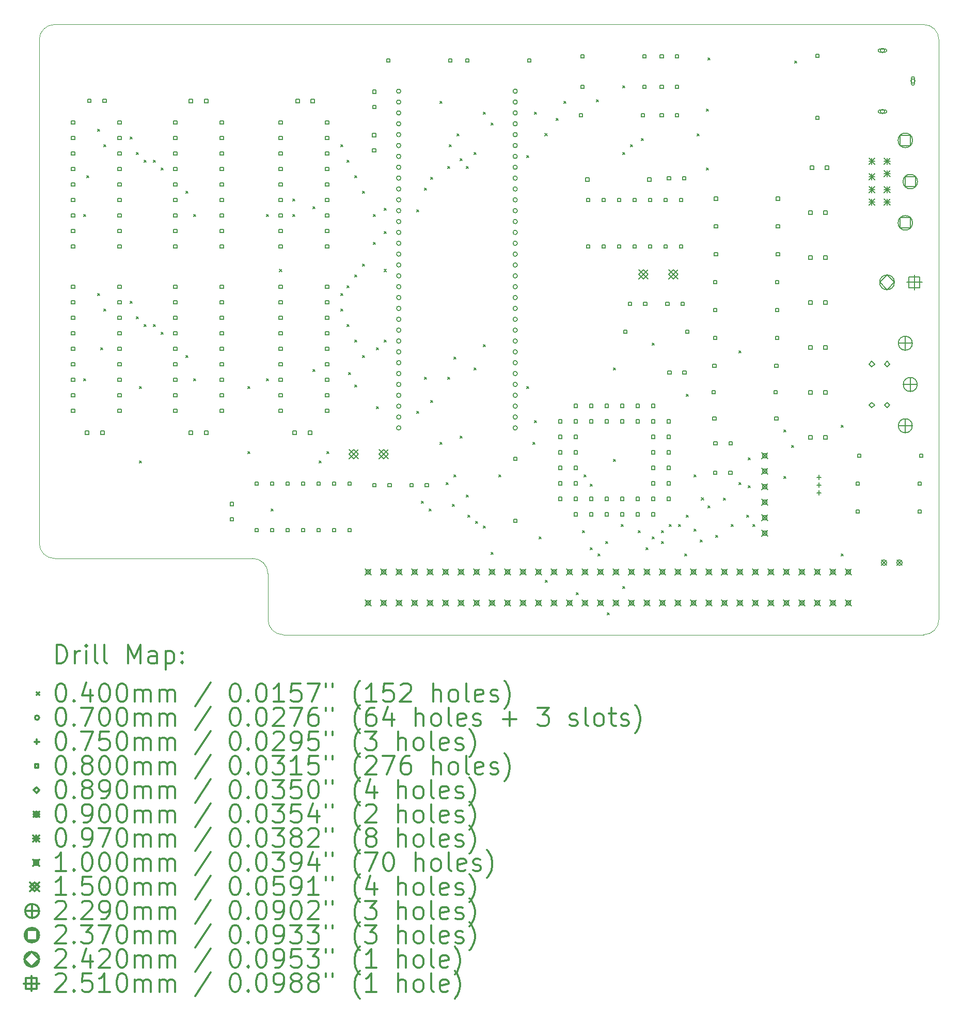
<source format=gbr>
%FSLAX45Y45*%
G04 Gerber Fmt 4.5, Leading zero omitted, Abs format (unit mm)*
G04 Created by KiCad (PCBNEW (5.1.10)-1) date 2021-07-30 10:33:17*
%MOMM*%
%LPD*%
G01*
G04 APERTURE LIST*
%TA.AperFunction,Profile*%
%ADD10C,0.050000*%
%TD*%
%ADD11C,0.200000*%
%ADD12C,0.300000*%
G04 APERTURE END LIST*
D10*
X20000000Y-11250000D02*
X20000000Y-10750000D01*
X20000000Y-10750000D02*
X20000000Y-5250000D01*
X20000000Y-14750000D02*
X20000000Y-11250000D01*
X5250000Y-13250000D02*
X5250000Y-13500000D01*
X19750000Y-5000000D02*
G75*
G02*
X20000000Y-5250000I0J-250000D01*
G01*
X5250000Y-5250000D02*
G75*
G02*
X5500000Y-5000000I250000J0D01*
G01*
X5500000Y-13750000D02*
G75*
G02*
X5250000Y-13500000I0J250000D01*
G01*
X8750000Y-13750000D02*
G75*
G02*
X9000000Y-14000000I0J-250000D01*
G01*
X9250000Y-15000000D02*
G75*
G02*
X9000000Y-14750000I0J250000D01*
G01*
X20000000Y-14750000D02*
G75*
G02*
X19750000Y-15000000I-250000J0D01*
G01*
X5500000Y-5000000D02*
X19750000Y-5000000D01*
X5250000Y-13250000D02*
X5250000Y-5250000D01*
X8750000Y-13750000D02*
X5500000Y-13750000D01*
X9000000Y-14750000D02*
X9000000Y-14000000D01*
X19750000Y-15000000D02*
X9250000Y-15000000D01*
D11*
X5974400Y-8108000D02*
X6014400Y-8148000D01*
X6014400Y-8108000D02*
X5974400Y-8148000D01*
X5974400Y-10800400D02*
X6014400Y-10840400D01*
X6014400Y-10800400D02*
X5974400Y-10840400D01*
X6025200Y-7473000D02*
X6065200Y-7513000D01*
X6065200Y-7473000D02*
X6025200Y-7513000D01*
X6203000Y-6711000D02*
X6243000Y-6751000D01*
X6243000Y-6711000D02*
X6203000Y-6751000D01*
X6203000Y-9403400D02*
X6243000Y-9443400D01*
X6243000Y-9403400D02*
X6203000Y-9443400D01*
X6253800Y-10292400D02*
X6293800Y-10332400D01*
X6293800Y-10292400D02*
X6253800Y-10332400D01*
X6304600Y-6965000D02*
X6344600Y-7005000D01*
X6344600Y-6965000D02*
X6304600Y-7005000D01*
X6304600Y-9657400D02*
X6344600Y-9697400D01*
X6344600Y-9657400D02*
X6304600Y-9697400D01*
X6736400Y-6838000D02*
X6776400Y-6878000D01*
X6776400Y-6838000D02*
X6736400Y-6878000D01*
X6736400Y-9530400D02*
X6776400Y-9570400D01*
X6776400Y-9530400D02*
X6736400Y-9570400D01*
X6838000Y-7092000D02*
X6878000Y-7132000D01*
X6878000Y-7092000D02*
X6838000Y-7132000D01*
X6838000Y-9784400D02*
X6878000Y-9824400D01*
X6878000Y-9784400D02*
X6838000Y-9824400D01*
X6888800Y-10927400D02*
X6928800Y-10967400D01*
X6928800Y-10927400D02*
X6888800Y-10967400D01*
X6888800Y-12146600D02*
X6928800Y-12186600D01*
X6928800Y-12146600D02*
X6888800Y-12186600D01*
X6965000Y-7219000D02*
X7005000Y-7259000D01*
X7005000Y-7219000D02*
X6965000Y-7259000D01*
X6965000Y-9911400D02*
X7005000Y-9951400D01*
X7005000Y-9911400D02*
X6965000Y-9951400D01*
X7117400Y-7219000D02*
X7157400Y-7259000D01*
X7157400Y-7219000D02*
X7117400Y-7259000D01*
X7117400Y-9911400D02*
X7157400Y-9951400D01*
X7157400Y-9911400D02*
X7117400Y-9951400D01*
X7244400Y-7346000D02*
X7284400Y-7386000D01*
X7284400Y-7346000D02*
X7244400Y-7386000D01*
X7244400Y-10038400D02*
X7284400Y-10078400D01*
X7284400Y-10038400D02*
X7244400Y-10078400D01*
X7650800Y-7727000D02*
X7690800Y-7767000D01*
X7690800Y-7727000D02*
X7650800Y-7767000D01*
X7650800Y-10419400D02*
X7690800Y-10459400D01*
X7690800Y-10419400D02*
X7650800Y-10459400D01*
X7777800Y-8108000D02*
X7817800Y-8148000D01*
X7817800Y-8108000D02*
X7777800Y-8148000D01*
X7777800Y-10800400D02*
X7817800Y-10840400D01*
X7817800Y-10800400D02*
X7777800Y-10840400D01*
X8666800Y-10927400D02*
X8706800Y-10967400D01*
X8706800Y-10927400D02*
X8666800Y-10967400D01*
X8666800Y-11994200D02*
X8706800Y-12034200D01*
X8706800Y-11994200D02*
X8666800Y-12034200D01*
X8971600Y-8108000D02*
X9011600Y-8148000D01*
X9011600Y-8108000D02*
X8971600Y-8148000D01*
X8971600Y-10800400D02*
X9011600Y-10840400D01*
X9011600Y-10800400D02*
X8971600Y-10840400D01*
X9047800Y-12934000D02*
X9087800Y-12974000D01*
X9087800Y-12934000D02*
X9047800Y-12974000D01*
X9187500Y-9009700D02*
X9227500Y-9049700D01*
X9227500Y-9009700D02*
X9187500Y-9049700D01*
X9403400Y-7854000D02*
X9443400Y-7894000D01*
X9443400Y-7854000D02*
X9403400Y-7894000D01*
X9403400Y-8108000D02*
X9443400Y-8148000D01*
X9443400Y-8108000D02*
X9403400Y-8148000D01*
X9733600Y-7981000D02*
X9773600Y-8021000D01*
X9773600Y-7981000D02*
X9733600Y-8021000D01*
X9733600Y-10648000D02*
X9773600Y-10688000D01*
X9773600Y-10648000D02*
X9733600Y-10688000D01*
X9835200Y-12146600D02*
X9875200Y-12186600D01*
X9875200Y-12146600D02*
X9835200Y-12186600D01*
X9962200Y-11994200D02*
X10002200Y-12034200D01*
X10002200Y-11994200D02*
X9962200Y-12034200D01*
X10190800Y-6965000D02*
X10230800Y-7005000D01*
X10230800Y-6965000D02*
X10190800Y-7005000D01*
X10190800Y-9403400D02*
X10230800Y-9443400D01*
X10230800Y-9403400D02*
X10190800Y-9443400D01*
X10190800Y-9657400D02*
X10230800Y-9697400D01*
X10230800Y-9657400D02*
X10190800Y-9697400D01*
X10292400Y-7219000D02*
X10332400Y-7259000D01*
X10332400Y-7219000D02*
X10292400Y-7259000D01*
X10292400Y-9276400D02*
X10332400Y-9316400D01*
X10332400Y-9276400D02*
X10292400Y-9316400D01*
X10292400Y-9911400D02*
X10332400Y-9951400D01*
X10332400Y-9911400D02*
X10292400Y-9951400D01*
X10317800Y-10698800D02*
X10357800Y-10738800D01*
X10357800Y-10698800D02*
X10317800Y-10738800D01*
X10419400Y-7473000D02*
X10459400Y-7513000D01*
X10459400Y-7473000D02*
X10419400Y-7513000D01*
X10419400Y-9098600D02*
X10459400Y-9138600D01*
X10459400Y-9098600D02*
X10419400Y-9138600D01*
X10419400Y-10165400D02*
X10459400Y-10205400D01*
X10459400Y-10165400D02*
X10419400Y-10205400D01*
X10419400Y-10902000D02*
X10459400Y-10942000D01*
X10459400Y-10902000D02*
X10419400Y-10942000D01*
X10546400Y-7727000D02*
X10586400Y-7767000D01*
X10586400Y-7727000D02*
X10546400Y-7767000D01*
X10546400Y-8920800D02*
X10586400Y-8960800D01*
X10586400Y-8920800D02*
X10546400Y-8960800D01*
X10546400Y-10419400D02*
X10586400Y-10459400D01*
X10586400Y-10419400D02*
X10546400Y-10459400D01*
X10724200Y-8108000D02*
X10764200Y-8148000D01*
X10764200Y-8108000D02*
X10724200Y-8148000D01*
X10724200Y-8565200D02*
X10764200Y-8605200D01*
X10764200Y-8565200D02*
X10724200Y-8605200D01*
X10775000Y-10292400D02*
X10815000Y-10332400D01*
X10815000Y-10292400D02*
X10775000Y-10332400D01*
X10775000Y-11257600D02*
X10815000Y-11297600D01*
X10815000Y-11257600D02*
X10775000Y-11297600D01*
X10902000Y-8006400D02*
X10942000Y-8046400D01*
X10942000Y-8006400D02*
X10902000Y-8046400D01*
X10902000Y-8387400D02*
X10942000Y-8427400D01*
X10942000Y-8387400D02*
X10902000Y-8427400D01*
X10902000Y-9009700D02*
X10942000Y-9049700D01*
X10942000Y-9009700D02*
X10902000Y-9049700D01*
X10902000Y-10165400D02*
X10942000Y-10205400D01*
X10942000Y-10165400D02*
X10902000Y-10205400D01*
X11435400Y-8031800D02*
X11475400Y-8071800D01*
X11475400Y-8031800D02*
X11435400Y-8071800D01*
X11435400Y-11333800D02*
X11475400Y-11373800D01*
X11475400Y-11333800D02*
X11435400Y-11373800D01*
X11511600Y-12807000D02*
X11551600Y-12847000D01*
X11551600Y-12807000D02*
X11511600Y-12847000D01*
X11562400Y-7676200D02*
X11602400Y-7716200D01*
X11602400Y-7676200D02*
X11562400Y-7716200D01*
X11562400Y-10775000D02*
X11602400Y-10815000D01*
X11602400Y-10775000D02*
X11562400Y-10815000D01*
X11638600Y-12934000D02*
X11678600Y-12974000D01*
X11678600Y-12934000D02*
X11638600Y-12974000D01*
X11664000Y-7498400D02*
X11704000Y-7538400D01*
X11704000Y-7498400D02*
X11664000Y-7538400D01*
X11664000Y-11156000D02*
X11704000Y-11196000D01*
X11704000Y-11156000D02*
X11664000Y-11196000D01*
X11816400Y-6253800D02*
X11856400Y-6293800D01*
X11856400Y-6253800D02*
X11816400Y-6293800D01*
X11816400Y-11841800D02*
X11856400Y-11881800D01*
X11856400Y-11841800D02*
X11816400Y-11881800D01*
X11918000Y-12502200D02*
X11958000Y-12542200D01*
X11958000Y-12502200D02*
X11918000Y-12542200D01*
X11943400Y-7320600D02*
X11983400Y-7360600D01*
X11983400Y-7320600D02*
X11943400Y-7360600D01*
X11943400Y-10775000D02*
X11983400Y-10815000D01*
X11983400Y-10775000D02*
X11943400Y-10815000D01*
X11968800Y-6965000D02*
X12008800Y-7005000D01*
X12008800Y-6965000D02*
X11968800Y-7005000D01*
X12019600Y-12857800D02*
X12059600Y-12897800D01*
X12059600Y-12857800D02*
X12019600Y-12897800D01*
X12045000Y-10444800D02*
X12085000Y-10484800D01*
X12085000Y-10444800D02*
X12045000Y-10484800D01*
X12045000Y-12375200D02*
X12085000Y-12415200D01*
X12085000Y-12375200D02*
X12045000Y-12415200D01*
X12095800Y-6787200D02*
X12135800Y-6827200D01*
X12135800Y-6787200D02*
X12095800Y-6827200D01*
X12146600Y-7193600D02*
X12186600Y-7233600D01*
X12186600Y-7193600D02*
X12146600Y-7233600D01*
X12146601Y-11740200D02*
X12186601Y-11780200D01*
X12186601Y-11740200D02*
X12146601Y-11780200D01*
X12248200Y-7320600D02*
X12288200Y-7360600D01*
X12288200Y-7320600D02*
X12248200Y-7360600D01*
X12248200Y-12705400D02*
X12288200Y-12745400D01*
X12288200Y-12705400D02*
X12248200Y-12745400D01*
X12273600Y-13035600D02*
X12313600Y-13075600D01*
X12313600Y-13035600D02*
X12273600Y-13075600D01*
X12375200Y-7092000D02*
X12415200Y-7132000D01*
X12415200Y-7092000D02*
X12375200Y-7132000D01*
X12375200Y-10622600D02*
X12415200Y-10662600D01*
X12415200Y-10622600D02*
X12375200Y-10662600D01*
X12400600Y-13137200D02*
X12440600Y-13177200D01*
X12440600Y-13137200D02*
X12400600Y-13177200D01*
X12527600Y-6431600D02*
X12567600Y-6471600D01*
X12567600Y-6431600D02*
X12527600Y-6471600D01*
X12527600Y-10241600D02*
X12567600Y-10281600D01*
X12567600Y-10241600D02*
X12527600Y-10281600D01*
X12527600Y-13213400D02*
X12567600Y-13253400D01*
X12567600Y-13213400D02*
X12527600Y-13253400D01*
X12654600Y-6609400D02*
X12694600Y-6649400D01*
X12694600Y-6609400D02*
X12654600Y-6649400D01*
X12654600Y-13645200D02*
X12694600Y-13685200D01*
X12694600Y-13645200D02*
X12654600Y-13685200D01*
X12781600Y-12375200D02*
X12821600Y-12415200D01*
X12821600Y-12375200D02*
X12781600Y-12415200D01*
X13238800Y-7142800D02*
X13278800Y-7182800D01*
X13278800Y-7142800D02*
X13238800Y-7182800D01*
X13238800Y-10927400D02*
X13278800Y-10967400D01*
X13278800Y-10927400D02*
X13238800Y-10967400D01*
X13340400Y-11841800D02*
X13380400Y-11881800D01*
X13380400Y-11841800D02*
X13340400Y-11881800D01*
X13365800Y-6431600D02*
X13405800Y-6471600D01*
X13405800Y-6431600D02*
X13365800Y-6471600D01*
X13365800Y-11486200D02*
X13405800Y-11526200D01*
X13405800Y-11486200D02*
X13365800Y-11526200D01*
X13442000Y-13391200D02*
X13482000Y-13431200D01*
X13482000Y-13391200D02*
X13442000Y-13431200D01*
X13540800Y-6784400D02*
X13580800Y-6824400D01*
X13580800Y-6784400D02*
X13540800Y-6824400D01*
X13543600Y-14102400D02*
X13583600Y-14142400D01*
X13583600Y-14102400D02*
X13543600Y-14142400D01*
X13721400Y-6533200D02*
X13761400Y-6573200D01*
X13761400Y-6533200D02*
X13721400Y-6573200D01*
X13848400Y-6253800D02*
X13888400Y-6293800D01*
X13888400Y-6253800D02*
X13848400Y-6293800D01*
X14051602Y-14305600D02*
X14091602Y-14345600D01*
X14091602Y-14305600D02*
X14051602Y-14345600D01*
X14153200Y-13289600D02*
X14193200Y-13329600D01*
X14193200Y-13289600D02*
X14153200Y-13329600D01*
X14178600Y-12375200D02*
X14218600Y-12415200D01*
X14218600Y-12375200D02*
X14178600Y-12415200D01*
X14280200Y-12527600D02*
X14320200Y-12567600D01*
X14320200Y-12527600D02*
X14280200Y-12567600D01*
X14280200Y-13569000D02*
X14320200Y-13609000D01*
X14320200Y-13569000D02*
X14280200Y-13609000D01*
X14381800Y-6228400D02*
X14421800Y-6268400D01*
X14421800Y-6228400D02*
X14381800Y-6268400D01*
X14407200Y-13670600D02*
X14447200Y-13710600D01*
X14447200Y-13670600D02*
X14407200Y-13710600D01*
X14534200Y-13467400D02*
X14574200Y-13507400D01*
X14574200Y-13467400D02*
X14534200Y-13507400D01*
X14559600Y-14635800D02*
X14599600Y-14675800D01*
X14599600Y-14635800D02*
X14559600Y-14675800D01*
X14661200Y-10622600D02*
X14701200Y-10662600D01*
X14701200Y-10622600D02*
X14661200Y-10662600D01*
X14661200Y-12121200D02*
X14701200Y-12161200D01*
X14701200Y-12121200D02*
X14661200Y-12161200D01*
X14788200Y-13188000D02*
X14828200Y-13228000D01*
X14828200Y-13188000D02*
X14788200Y-13228000D01*
X14813600Y-5999800D02*
X14853600Y-6039800D01*
X14853600Y-5999800D02*
X14813600Y-6039800D01*
X14813600Y-7092000D02*
X14853600Y-7132000D01*
X14853600Y-7092000D02*
X14813600Y-7132000D01*
X14813600Y-14204000D02*
X14853600Y-14244000D01*
X14853600Y-14204000D02*
X14813600Y-14244000D01*
X14940600Y-6965000D02*
X14980600Y-7005000D01*
X14980600Y-6965000D02*
X14940600Y-7005000D01*
X15067600Y-13289600D02*
X15107600Y-13329600D01*
X15107600Y-13289600D02*
X15067600Y-13329600D01*
X15118401Y-6863400D02*
X15158401Y-6903400D01*
X15158401Y-6863400D02*
X15118401Y-6903400D01*
X15194600Y-13569000D02*
X15234600Y-13609000D01*
X15234600Y-13569000D02*
X15194600Y-13609000D01*
X15296200Y-10216200D02*
X15336200Y-10256200D01*
X15336200Y-10216200D02*
X15296200Y-10256200D01*
X15296200Y-13391200D02*
X15336200Y-13431200D01*
X15336200Y-13391200D02*
X15296200Y-13431200D01*
X15448600Y-13289600D02*
X15488600Y-13329600D01*
X15488600Y-13289600D02*
X15448600Y-13329600D01*
X15448600Y-13467400D02*
X15488600Y-13507400D01*
X15488600Y-13467400D02*
X15448600Y-13507400D01*
X15575600Y-13188000D02*
X15615600Y-13228000D01*
X15615600Y-13188000D02*
X15575600Y-13228000D01*
X15728000Y-13188000D02*
X15768000Y-13228000D01*
X15768000Y-13188000D02*
X15728000Y-13228000D01*
X15829600Y-13670600D02*
X15869600Y-13710600D01*
X15869600Y-13670600D02*
X15829600Y-13710600D01*
X15855000Y-11054400D02*
X15895000Y-11094400D01*
X15895000Y-11054400D02*
X15855000Y-11094400D01*
X15855000Y-13035600D02*
X15895000Y-13075600D01*
X15895000Y-13035600D02*
X15855000Y-13075600D01*
X15982000Y-12375200D02*
X16022000Y-12415200D01*
X16022000Y-12375200D02*
X15982000Y-12415200D01*
X15982000Y-13264200D02*
X16022000Y-13304200D01*
X16022000Y-13264200D02*
X15982000Y-13304200D01*
X16032800Y-6787200D02*
X16072800Y-6827200D01*
X16072800Y-6787200D02*
X16032800Y-6827200D01*
X16083600Y-13442000D02*
X16123600Y-13482000D01*
X16123600Y-13442000D02*
X16083600Y-13482000D01*
X16106460Y-12753660D02*
X16146460Y-12793660D01*
X16146460Y-12753660D02*
X16106460Y-12793660D01*
X16185199Y-7346000D02*
X16225199Y-7386000D01*
X16225199Y-7346000D02*
X16185199Y-7386000D01*
X16185200Y-6380800D02*
X16225200Y-6420800D01*
X16225200Y-6380800D02*
X16185200Y-6420800D01*
X16210600Y-5542600D02*
X16250600Y-5582600D01*
X16250600Y-5542600D02*
X16210600Y-5582600D01*
X16210600Y-12883200D02*
X16250600Y-12923200D01*
X16250600Y-12883200D02*
X16210600Y-12923200D01*
X16337600Y-13365800D02*
X16377600Y-13405800D01*
X16377600Y-13365800D02*
X16337600Y-13405800D01*
X16464600Y-12756200D02*
X16504600Y-12796200D01*
X16504600Y-12756200D02*
X16464600Y-12796200D01*
X16591600Y-13188000D02*
X16631600Y-13228000D01*
X16631600Y-13188000D02*
X16591600Y-13228000D01*
X16718600Y-10343200D02*
X16758600Y-10383200D01*
X16758600Y-10343200D02*
X16718600Y-10383200D01*
X16718600Y-12502200D02*
X16758600Y-12542200D01*
X16758600Y-12502200D02*
X16718600Y-12542200D01*
X16845600Y-13035600D02*
X16885600Y-13075600D01*
X16885600Y-13035600D02*
X16845600Y-13075600D01*
X16871000Y-12095800D02*
X16911000Y-12135800D01*
X16911000Y-12095800D02*
X16871000Y-12135800D01*
X16871000Y-12553000D02*
X16911000Y-12593000D01*
X16911000Y-12553000D02*
X16871000Y-12593000D01*
X16947200Y-13188000D02*
X16987200Y-13228000D01*
X16987200Y-13188000D02*
X16947200Y-13228000D01*
X17455200Y-11638600D02*
X17495200Y-11678600D01*
X17495200Y-11638600D02*
X17455200Y-11678600D01*
X17455200Y-12400600D02*
X17495200Y-12440600D01*
X17495200Y-12400600D02*
X17455200Y-12440600D01*
X17582200Y-11892600D02*
X17622200Y-11932600D01*
X17622200Y-11892600D02*
X17582200Y-11932600D01*
X17633000Y-5593400D02*
X17673000Y-5633400D01*
X17673000Y-5593400D02*
X17633000Y-5633400D01*
X18395000Y-11562400D02*
X18435000Y-11602400D01*
X18435000Y-11562400D02*
X18395000Y-11602400D01*
X18395000Y-13670600D02*
X18435000Y-13710600D01*
X18435000Y-13670600D02*
X18395000Y-13710600D01*
X11177980Y-6092400D02*
G75*
G03*
X11177980Y-6092400I-35000J0D01*
G01*
X11177980Y-6270400D02*
G75*
G03*
X11177980Y-6270400I-35000J0D01*
G01*
X11177980Y-6448400D02*
G75*
G03*
X11177980Y-6448400I-35000J0D01*
G01*
X11177980Y-6626400D02*
G75*
G03*
X11177980Y-6626400I-35000J0D01*
G01*
X11177980Y-6804400D02*
G75*
G03*
X11177980Y-6804400I-35000J0D01*
G01*
X11177980Y-6982400D02*
G75*
G03*
X11177980Y-6982400I-35000J0D01*
G01*
X11177980Y-7160400D02*
G75*
G03*
X11177980Y-7160400I-35000J0D01*
G01*
X11177980Y-7338400D02*
G75*
G03*
X11177980Y-7338400I-35000J0D01*
G01*
X11177980Y-7516400D02*
G75*
G03*
X11177980Y-7516400I-35000J0D01*
G01*
X11177980Y-7694400D02*
G75*
G03*
X11177980Y-7694400I-35000J0D01*
G01*
X11177980Y-7872400D02*
G75*
G03*
X11177980Y-7872400I-35000J0D01*
G01*
X11177980Y-8050400D02*
G75*
G03*
X11177980Y-8050400I-35000J0D01*
G01*
X11177980Y-8228400D02*
G75*
G03*
X11177980Y-8228400I-35000J0D01*
G01*
X11177980Y-8406400D02*
G75*
G03*
X11177980Y-8406400I-35000J0D01*
G01*
X11177980Y-8584400D02*
G75*
G03*
X11177980Y-8584400I-35000J0D01*
G01*
X11177980Y-8762400D02*
G75*
G03*
X11177980Y-8762400I-35000J0D01*
G01*
X11177980Y-8940400D02*
G75*
G03*
X11177980Y-8940400I-35000J0D01*
G01*
X11177980Y-9118400D02*
G75*
G03*
X11177980Y-9118400I-35000J0D01*
G01*
X11177980Y-9296400D02*
G75*
G03*
X11177980Y-9296400I-35000J0D01*
G01*
X11177980Y-9474400D02*
G75*
G03*
X11177980Y-9474400I-35000J0D01*
G01*
X11177980Y-9652400D02*
G75*
G03*
X11177980Y-9652400I-35000J0D01*
G01*
X11177980Y-9830400D02*
G75*
G03*
X11177980Y-9830400I-35000J0D01*
G01*
X11177980Y-10008400D02*
G75*
G03*
X11177980Y-10008400I-35000J0D01*
G01*
X11177980Y-10186400D02*
G75*
G03*
X11177980Y-10186400I-35000J0D01*
G01*
X11177980Y-10364400D02*
G75*
G03*
X11177980Y-10364400I-35000J0D01*
G01*
X11177980Y-10542400D02*
G75*
G03*
X11177980Y-10542400I-35000J0D01*
G01*
X11177980Y-10720400D02*
G75*
G03*
X11177980Y-10720400I-35000J0D01*
G01*
X11177980Y-10898400D02*
G75*
G03*
X11177980Y-10898400I-35000J0D01*
G01*
X11177980Y-11076400D02*
G75*
G03*
X11177980Y-11076400I-35000J0D01*
G01*
X11177980Y-11254400D02*
G75*
G03*
X11177980Y-11254400I-35000J0D01*
G01*
X11177980Y-11432400D02*
G75*
G03*
X11177980Y-11432400I-35000J0D01*
G01*
X11177980Y-11610400D02*
G75*
G03*
X11177980Y-11610400I-35000J0D01*
G01*
X13088060Y-6092400D02*
G75*
G03*
X13088060Y-6092400I-35000J0D01*
G01*
X13088060Y-6270400D02*
G75*
G03*
X13088060Y-6270400I-35000J0D01*
G01*
X13088060Y-6448400D02*
G75*
G03*
X13088060Y-6448400I-35000J0D01*
G01*
X13088060Y-6626400D02*
G75*
G03*
X13088060Y-6626400I-35000J0D01*
G01*
X13088060Y-6804400D02*
G75*
G03*
X13088060Y-6804400I-35000J0D01*
G01*
X13088060Y-6982400D02*
G75*
G03*
X13088060Y-6982400I-35000J0D01*
G01*
X13088060Y-7160400D02*
G75*
G03*
X13088060Y-7160400I-35000J0D01*
G01*
X13088060Y-7338400D02*
G75*
G03*
X13088060Y-7338400I-35000J0D01*
G01*
X13088060Y-7516400D02*
G75*
G03*
X13088060Y-7516400I-35000J0D01*
G01*
X13088060Y-7694400D02*
G75*
G03*
X13088060Y-7694400I-35000J0D01*
G01*
X13088060Y-7872400D02*
G75*
G03*
X13088060Y-7872400I-35000J0D01*
G01*
X13088060Y-8050400D02*
G75*
G03*
X13088060Y-8050400I-35000J0D01*
G01*
X13088060Y-8228400D02*
G75*
G03*
X13088060Y-8228400I-35000J0D01*
G01*
X13088060Y-8406400D02*
G75*
G03*
X13088060Y-8406400I-35000J0D01*
G01*
X13088060Y-8584400D02*
G75*
G03*
X13088060Y-8584400I-35000J0D01*
G01*
X13088060Y-8762400D02*
G75*
G03*
X13088060Y-8762400I-35000J0D01*
G01*
X13088060Y-8940400D02*
G75*
G03*
X13088060Y-8940400I-35000J0D01*
G01*
X13088060Y-9118400D02*
G75*
G03*
X13088060Y-9118400I-35000J0D01*
G01*
X13088060Y-9296400D02*
G75*
G03*
X13088060Y-9296400I-35000J0D01*
G01*
X13088060Y-9474400D02*
G75*
G03*
X13088060Y-9474400I-35000J0D01*
G01*
X13088060Y-9652400D02*
G75*
G03*
X13088060Y-9652400I-35000J0D01*
G01*
X13088060Y-9830400D02*
G75*
G03*
X13088060Y-9830400I-35000J0D01*
G01*
X13088060Y-10008400D02*
G75*
G03*
X13088060Y-10008400I-35000J0D01*
G01*
X13088060Y-10186400D02*
G75*
G03*
X13088060Y-10186400I-35000J0D01*
G01*
X13088060Y-10364400D02*
G75*
G03*
X13088060Y-10364400I-35000J0D01*
G01*
X13088060Y-10542400D02*
G75*
G03*
X13088060Y-10542400I-35000J0D01*
G01*
X13088060Y-10720400D02*
G75*
G03*
X13088060Y-10720400I-35000J0D01*
G01*
X13088060Y-10898400D02*
G75*
G03*
X13088060Y-10898400I-35000J0D01*
G01*
X13088060Y-11076400D02*
G75*
G03*
X13088060Y-11076400I-35000J0D01*
G01*
X13088060Y-11254400D02*
G75*
G03*
X13088060Y-11254400I-35000J0D01*
G01*
X13088060Y-11432400D02*
G75*
G03*
X13088060Y-11432400I-35000J0D01*
G01*
X13088060Y-11610400D02*
G75*
G03*
X13088060Y-11610400I-35000J0D01*
G01*
X19110000Y-5425000D02*
G75*
G03*
X19110000Y-5425000I-35000J0D01*
G01*
X19120000Y-5400000D02*
X19030000Y-5400000D01*
X19120000Y-5450000D02*
X19030000Y-5450000D01*
X19030000Y-5400000D02*
G75*
G03*
X19030000Y-5450000I0J-25000D01*
G01*
X19120000Y-5450000D02*
G75*
G03*
X19120000Y-5400000I0J25000D01*
G01*
X19110000Y-6425000D02*
G75*
G03*
X19110000Y-6425000I-35000J0D01*
G01*
X19120000Y-6400000D02*
X19030000Y-6400000D01*
X19120000Y-6450000D02*
X19030000Y-6450000D01*
X19030000Y-6400000D02*
G75*
G03*
X19030000Y-6450000I0J-25000D01*
G01*
X19120000Y-6450000D02*
G75*
G03*
X19120000Y-6400000I0J25000D01*
G01*
X19610000Y-5925000D02*
G75*
G03*
X19610000Y-5925000I-35000J0D01*
G01*
X19600000Y-5970000D02*
X19600000Y-5880000D01*
X19550000Y-5970000D02*
X19550000Y-5880000D01*
X19600000Y-5880000D02*
G75*
G03*
X19550000Y-5880000I-25000J0D01*
G01*
X19550000Y-5970000D02*
G75*
G03*
X19600000Y-5970000I25000J0D01*
G01*
X18034000Y-12383100D02*
X18034000Y-12458100D01*
X17996500Y-12420600D02*
X18071500Y-12420600D01*
X18034000Y-12510100D02*
X18034000Y-12585100D01*
X17996500Y-12547600D02*
X18071500Y-12547600D01*
X18034000Y-12637100D02*
X18034000Y-12712100D01*
X17996500Y-12674600D02*
X18071500Y-12674600D01*
X5829644Y-6632284D02*
X5829644Y-6575715D01*
X5773075Y-6575715D01*
X5773075Y-6632284D01*
X5829644Y-6632284D01*
X5829644Y-6886284D02*
X5829644Y-6829715D01*
X5773075Y-6829715D01*
X5773075Y-6886284D01*
X5829644Y-6886284D01*
X5829644Y-7140284D02*
X5829644Y-7083715D01*
X5773075Y-7083715D01*
X5773075Y-7140284D01*
X5829644Y-7140284D01*
X5829644Y-7394284D02*
X5829644Y-7337715D01*
X5773075Y-7337715D01*
X5773075Y-7394284D01*
X5829644Y-7394284D01*
X5829644Y-7648284D02*
X5829644Y-7591715D01*
X5773075Y-7591715D01*
X5773075Y-7648284D01*
X5829644Y-7648284D01*
X5829644Y-7902284D02*
X5829644Y-7845715D01*
X5773075Y-7845715D01*
X5773075Y-7902284D01*
X5829644Y-7902284D01*
X5829644Y-8156284D02*
X5829644Y-8099715D01*
X5773075Y-8099715D01*
X5773075Y-8156284D01*
X5829644Y-8156284D01*
X5829644Y-8410285D02*
X5829644Y-8353715D01*
X5773075Y-8353715D01*
X5773075Y-8410285D01*
X5829644Y-8410285D01*
X5829644Y-8664285D02*
X5829644Y-8607716D01*
X5773075Y-8607716D01*
X5773075Y-8664285D01*
X5829644Y-8664285D01*
X5829644Y-9324685D02*
X5829644Y-9268116D01*
X5773075Y-9268116D01*
X5773075Y-9324685D01*
X5829644Y-9324685D01*
X5829644Y-9578685D02*
X5829644Y-9522116D01*
X5773075Y-9522116D01*
X5773075Y-9578685D01*
X5829644Y-9578685D01*
X5829644Y-9832685D02*
X5829644Y-9776116D01*
X5773075Y-9776116D01*
X5773075Y-9832685D01*
X5829644Y-9832685D01*
X5829644Y-10086685D02*
X5829644Y-10030116D01*
X5773075Y-10030116D01*
X5773075Y-10086685D01*
X5829644Y-10086685D01*
X5829644Y-10340685D02*
X5829644Y-10284116D01*
X5773075Y-10284116D01*
X5773075Y-10340685D01*
X5829644Y-10340685D01*
X5829644Y-10594685D02*
X5829644Y-10538116D01*
X5773075Y-10538116D01*
X5773075Y-10594685D01*
X5829644Y-10594685D01*
X5829644Y-10848685D02*
X5829644Y-10792116D01*
X5773075Y-10792116D01*
X5773075Y-10848685D01*
X5829644Y-10848685D01*
X5829644Y-11102685D02*
X5829644Y-11046116D01*
X5773075Y-11046116D01*
X5773075Y-11102685D01*
X5829644Y-11102685D01*
X5829644Y-11356684D02*
X5829644Y-11300115D01*
X5773075Y-11300115D01*
X5773075Y-11356684D01*
X5829644Y-11356684D01*
X6062244Y-11717364D02*
X6062244Y-11660795D01*
X6005675Y-11660795D01*
X6005675Y-11717364D01*
X6062244Y-11717364D01*
X6098884Y-6276684D02*
X6098884Y-6220115D01*
X6042315Y-6220115D01*
X6042315Y-6276684D01*
X6098884Y-6276684D01*
X6312244Y-11717364D02*
X6312244Y-11660795D01*
X6255675Y-11660795D01*
X6255675Y-11717364D01*
X6312244Y-11717364D01*
X6348884Y-6276684D02*
X6348884Y-6220115D01*
X6292315Y-6220115D01*
X6292315Y-6276684D01*
X6348884Y-6276684D01*
X6591644Y-6632284D02*
X6591644Y-6575715D01*
X6535075Y-6575715D01*
X6535075Y-6632284D01*
X6591644Y-6632284D01*
X6591644Y-6886284D02*
X6591644Y-6829715D01*
X6535075Y-6829715D01*
X6535075Y-6886284D01*
X6591644Y-6886284D01*
X6591644Y-7140284D02*
X6591644Y-7083715D01*
X6535075Y-7083715D01*
X6535075Y-7140284D01*
X6591644Y-7140284D01*
X6591644Y-7394284D02*
X6591644Y-7337715D01*
X6535075Y-7337715D01*
X6535075Y-7394284D01*
X6591644Y-7394284D01*
X6591644Y-7648284D02*
X6591644Y-7591715D01*
X6535075Y-7591715D01*
X6535075Y-7648284D01*
X6591644Y-7648284D01*
X6591644Y-7902284D02*
X6591644Y-7845715D01*
X6535075Y-7845715D01*
X6535075Y-7902284D01*
X6591644Y-7902284D01*
X6591644Y-8156284D02*
X6591644Y-8099715D01*
X6535075Y-8099715D01*
X6535075Y-8156284D01*
X6591644Y-8156284D01*
X6591644Y-8410285D02*
X6591644Y-8353715D01*
X6535075Y-8353715D01*
X6535075Y-8410285D01*
X6591644Y-8410285D01*
X6591644Y-8664285D02*
X6591644Y-8607716D01*
X6535075Y-8607716D01*
X6535075Y-8664285D01*
X6591644Y-8664285D01*
X6591644Y-9324685D02*
X6591644Y-9268116D01*
X6535075Y-9268116D01*
X6535075Y-9324685D01*
X6591644Y-9324685D01*
X6591644Y-9578685D02*
X6591644Y-9522116D01*
X6535075Y-9522116D01*
X6535075Y-9578685D01*
X6591644Y-9578685D01*
X6591644Y-9832685D02*
X6591644Y-9776116D01*
X6535075Y-9776116D01*
X6535075Y-9832685D01*
X6591644Y-9832685D01*
X6591644Y-10086685D02*
X6591644Y-10030116D01*
X6535075Y-10030116D01*
X6535075Y-10086685D01*
X6591644Y-10086685D01*
X6591644Y-10340685D02*
X6591644Y-10284116D01*
X6535075Y-10284116D01*
X6535075Y-10340685D01*
X6591644Y-10340685D01*
X6591644Y-10594685D02*
X6591644Y-10538116D01*
X6535075Y-10538116D01*
X6535075Y-10594685D01*
X6591644Y-10594685D01*
X6591644Y-10848685D02*
X6591644Y-10792116D01*
X6535075Y-10792116D01*
X6535075Y-10848685D01*
X6591644Y-10848685D01*
X6591644Y-11102685D02*
X6591644Y-11046116D01*
X6535075Y-11046116D01*
X6535075Y-11102685D01*
X6591644Y-11102685D01*
X6591644Y-11356684D02*
X6591644Y-11300115D01*
X6535075Y-11300115D01*
X6535075Y-11356684D01*
X6591644Y-11356684D01*
X7506044Y-6632284D02*
X7506044Y-6575715D01*
X7449475Y-6575715D01*
X7449475Y-6632284D01*
X7506044Y-6632284D01*
X7506044Y-6886284D02*
X7506044Y-6829715D01*
X7449475Y-6829715D01*
X7449475Y-6886284D01*
X7506044Y-6886284D01*
X7506044Y-7140284D02*
X7506044Y-7083715D01*
X7449475Y-7083715D01*
X7449475Y-7140284D01*
X7506044Y-7140284D01*
X7506044Y-7394284D02*
X7506044Y-7337715D01*
X7449475Y-7337715D01*
X7449475Y-7394284D01*
X7506044Y-7394284D01*
X7506044Y-7648284D02*
X7506044Y-7591715D01*
X7449475Y-7591715D01*
X7449475Y-7648284D01*
X7506044Y-7648284D01*
X7506044Y-7902284D02*
X7506044Y-7845715D01*
X7449475Y-7845715D01*
X7449475Y-7902284D01*
X7506044Y-7902284D01*
X7506044Y-8156284D02*
X7506044Y-8099715D01*
X7449475Y-8099715D01*
X7449475Y-8156284D01*
X7506044Y-8156284D01*
X7506044Y-8410285D02*
X7506044Y-8353715D01*
X7449475Y-8353715D01*
X7449475Y-8410285D01*
X7506044Y-8410285D01*
X7506044Y-8664285D02*
X7506044Y-8607716D01*
X7449475Y-8607716D01*
X7449475Y-8664285D01*
X7506044Y-8664285D01*
X7506044Y-9324685D02*
X7506044Y-9268116D01*
X7449475Y-9268116D01*
X7449475Y-9324685D01*
X7506044Y-9324685D01*
X7506044Y-9578685D02*
X7506044Y-9522116D01*
X7449475Y-9522116D01*
X7449475Y-9578685D01*
X7506044Y-9578685D01*
X7506044Y-9832685D02*
X7506044Y-9776116D01*
X7449475Y-9776116D01*
X7449475Y-9832685D01*
X7506044Y-9832685D01*
X7506044Y-10086685D02*
X7506044Y-10030116D01*
X7449475Y-10030116D01*
X7449475Y-10086685D01*
X7506044Y-10086685D01*
X7506044Y-10340685D02*
X7506044Y-10284116D01*
X7449475Y-10284116D01*
X7449475Y-10340685D01*
X7506044Y-10340685D01*
X7506044Y-10594685D02*
X7506044Y-10538116D01*
X7449475Y-10538116D01*
X7449475Y-10594685D01*
X7506044Y-10594685D01*
X7506044Y-10848685D02*
X7506044Y-10792116D01*
X7449475Y-10792116D01*
X7449475Y-10848685D01*
X7506044Y-10848685D01*
X7506044Y-11102685D02*
X7506044Y-11046116D01*
X7449475Y-11046116D01*
X7449475Y-11102685D01*
X7506044Y-11102685D01*
X7506044Y-11356684D02*
X7506044Y-11300115D01*
X7449475Y-11300115D01*
X7449475Y-11356684D01*
X7506044Y-11356684D01*
X7764044Y-6281764D02*
X7764044Y-6225195D01*
X7707475Y-6225195D01*
X7707475Y-6281764D01*
X7764044Y-6281764D01*
X7764044Y-11717364D02*
X7764044Y-11660795D01*
X7707475Y-11660795D01*
X7707475Y-11717364D01*
X7764044Y-11717364D01*
X8014044Y-6281764D02*
X8014044Y-6225195D01*
X7957475Y-6225195D01*
X7957475Y-6281764D01*
X8014044Y-6281764D01*
X8014044Y-11717364D02*
X8014044Y-11660795D01*
X7957475Y-11660795D01*
X7957475Y-11717364D01*
X8014044Y-11717364D01*
X8268044Y-6632284D02*
X8268044Y-6575715D01*
X8211475Y-6575715D01*
X8211475Y-6632284D01*
X8268044Y-6632284D01*
X8268044Y-6886284D02*
X8268044Y-6829715D01*
X8211475Y-6829715D01*
X8211475Y-6886284D01*
X8268044Y-6886284D01*
X8268044Y-7140284D02*
X8268044Y-7083715D01*
X8211475Y-7083715D01*
X8211475Y-7140284D01*
X8268044Y-7140284D01*
X8268044Y-7394284D02*
X8268044Y-7337715D01*
X8211475Y-7337715D01*
X8211475Y-7394284D01*
X8268044Y-7394284D01*
X8268044Y-7648284D02*
X8268044Y-7591715D01*
X8211475Y-7591715D01*
X8211475Y-7648284D01*
X8268044Y-7648284D01*
X8268044Y-7902284D02*
X8268044Y-7845715D01*
X8211475Y-7845715D01*
X8211475Y-7902284D01*
X8268044Y-7902284D01*
X8268044Y-8156284D02*
X8268044Y-8099715D01*
X8211475Y-8099715D01*
X8211475Y-8156284D01*
X8268044Y-8156284D01*
X8268044Y-8410285D02*
X8268044Y-8353715D01*
X8211475Y-8353715D01*
X8211475Y-8410285D01*
X8268044Y-8410285D01*
X8268044Y-8664285D02*
X8268044Y-8607716D01*
X8211475Y-8607716D01*
X8211475Y-8664285D01*
X8268044Y-8664285D01*
X8268044Y-9324685D02*
X8268044Y-9268116D01*
X8211475Y-9268116D01*
X8211475Y-9324685D01*
X8268044Y-9324685D01*
X8268044Y-9578685D02*
X8268044Y-9522116D01*
X8211475Y-9522116D01*
X8211475Y-9578685D01*
X8268044Y-9578685D01*
X8268044Y-9832685D02*
X8268044Y-9776116D01*
X8211475Y-9776116D01*
X8211475Y-9832685D01*
X8268044Y-9832685D01*
X8268044Y-10086685D02*
X8268044Y-10030116D01*
X8211475Y-10030116D01*
X8211475Y-10086685D01*
X8268044Y-10086685D01*
X8268044Y-10340685D02*
X8268044Y-10284116D01*
X8211475Y-10284116D01*
X8211475Y-10340685D01*
X8268044Y-10340685D01*
X8268044Y-10594685D02*
X8268044Y-10538116D01*
X8211475Y-10538116D01*
X8211475Y-10594685D01*
X8268044Y-10594685D01*
X8268044Y-10848685D02*
X8268044Y-10792116D01*
X8211475Y-10792116D01*
X8211475Y-10848685D01*
X8268044Y-10848685D01*
X8268044Y-11102685D02*
X8268044Y-11046116D01*
X8211475Y-11046116D01*
X8211475Y-11102685D01*
X8268044Y-11102685D01*
X8268044Y-11356684D02*
X8268044Y-11300115D01*
X8211475Y-11300115D01*
X8211475Y-11356684D01*
X8268044Y-11356684D01*
X8435685Y-12884684D02*
X8435685Y-12828115D01*
X8379115Y-12828115D01*
X8379115Y-12884684D01*
X8435685Y-12884684D01*
X8435685Y-13134684D02*
X8435685Y-13078115D01*
X8379115Y-13078115D01*
X8379115Y-13134684D01*
X8435685Y-13134684D01*
X8842085Y-12550484D02*
X8842085Y-12493915D01*
X8785516Y-12493915D01*
X8785516Y-12550484D01*
X8842085Y-12550484D01*
X8842085Y-13312484D02*
X8842085Y-13255915D01*
X8785516Y-13255915D01*
X8785516Y-13312484D01*
X8842085Y-13312484D01*
X9096085Y-12550484D02*
X9096085Y-12493915D01*
X9039516Y-12493915D01*
X9039516Y-12550484D01*
X9096085Y-12550484D01*
X9096085Y-13312484D02*
X9096085Y-13255915D01*
X9039516Y-13255915D01*
X9039516Y-13312484D01*
X9096085Y-13312484D01*
X9233245Y-6632284D02*
X9233245Y-6575715D01*
X9176676Y-6575715D01*
X9176676Y-6632284D01*
X9233245Y-6632284D01*
X9233245Y-6886284D02*
X9233245Y-6829715D01*
X9176676Y-6829715D01*
X9176676Y-6886284D01*
X9233245Y-6886284D01*
X9233245Y-7140284D02*
X9233245Y-7083715D01*
X9176676Y-7083715D01*
X9176676Y-7140284D01*
X9233245Y-7140284D01*
X9233245Y-7394284D02*
X9233245Y-7337715D01*
X9176676Y-7337715D01*
X9176676Y-7394284D01*
X9233245Y-7394284D01*
X9233245Y-7648284D02*
X9233245Y-7591715D01*
X9176676Y-7591715D01*
X9176676Y-7648284D01*
X9233245Y-7648284D01*
X9233245Y-7902284D02*
X9233245Y-7845715D01*
X9176676Y-7845715D01*
X9176676Y-7902284D01*
X9233245Y-7902284D01*
X9233245Y-8156284D02*
X9233245Y-8099715D01*
X9176676Y-8099715D01*
X9176676Y-8156284D01*
X9233245Y-8156284D01*
X9233245Y-8410285D02*
X9233245Y-8353715D01*
X9176676Y-8353715D01*
X9176676Y-8410285D01*
X9233245Y-8410285D01*
X9233245Y-8664285D02*
X9233245Y-8607716D01*
X9176676Y-8607716D01*
X9176676Y-8664285D01*
X9233245Y-8664285D01*
X9233245Y-9324685D02*
X9233245Y-9268116D01*
X9176676Y-9268116D01*
X9176676Y-9324685D01*
X9233245Y-9324685D01*
X9233245Y-9578685D02*
X9233245Y-9522116D01*
X9176676Y-9522116D01*
X9176676Y-9578685D01*
X9233245Y-9578685D01*
X9233245Y-9832685D02*
X9233245Y-9776116D01*
X9176676Y-9776116D01*
X9176676Y-9832685D01*
X9233245Y-9832685D01*
X9233245Y-10086685D02*
X9233245Y-10030116D01*
X9176676Y-10030116D01*
X9176676Y-10086685D01*
X9233245Y-10086685D01*
X9233245Y-10340685D02*
X9233245Y-10284116D01*
X9176676Y-10284116D01*
X9176676Y-10340685D01*
X9233245Y-10340685D01*
X9233245Y-10594685D02*
X9233245Y-10538116D01*
X9176676Y-10538116D01*
X9176676Y-10594685D01*
X9233245Y-10594685D01*
X9233245Y-10848685D02*
X9233245Y-10792116D01*
X9176676Y-10792116D01*
X9176676Y-10848685D01*
X9233245Y-10848685D01*
X9233245Y-11102685D02*
X9233245Y-11046116D01*
X9176676Y-11046116D01*
X9176676Y-11102685D01*
X9233245Y-11102685D01*
X9233245Y-11356684D02*
X9233245Y-11300115D01*
X9176676Y-11300115D01*
X9176676Y-11356684D01*
X9233245Y-11356684D01*
X9350085Y-12550484D02*
X9350085Y-12493915D01*
X9293516Y-12493915D01*
X9293516Y-12550484D01*
X9350085Y-12550484D01*
X9350085Y-13312484D02*
X9350085Y-13255915D01*
X9293516Y-13255915D01*
X9293516Y-13312484D01*
X9350085Y-13312484D01*
X9465845Y-11717364D02*
X9465845Y-11660795D01*
X9409276Y-11660795D01*
X9409276Y-11717364D01*
X9465845Y-11717364D01*
X9512645Y-6281764D02*
X9512645Y-6225195D01*
X9456076Y-6225195D01*
X9456076Y-6281764D01*
X9512645Y-6281764D01*
X9604085Y-12550484D02*
X9604085Y-12493915D01*
X9547516Y-12493915D01*
X9547516Y-12550484D01*
X9604085Y-12550484D01*
X9604085Y-13312484D02*
X9604085Y-13255915D01*
X9547516Y-13255915D01*
X9547516Y-13312484D01*
X9604085Y-13312484D01*
X9715845Y-11717364D02*
X9715845Y-11660795D01*
X9659276Y-11660795D01*
X9659276Y-11717364D01*
X9715845Y-11717364D01*
X9762645Y-6281764D02*
X9762645Y-6225195D01*
X9706076Y-6225195D01*
X9706076Y-6281764D01*
X9762645Y-6281764D01*
X9858085Y-12550484D02*
X9858085Y-12493915D01*
X9801516Y-12493915D01*
X9801516Y-12550484D01*
X9858085Y-12550484D01*
X9858085Y-13312484D02*
X9858085Y-13255915D01*
X9801516Y-13255915D01*
X9801516Y-13312484D01*
X9858085Y-13312484D01*
X9995245Y-6632284D02*
X9995245Y-6575715D01*
X9938676Y-6575715D01*
X9938676Y-6632284D01*
X9995245Y-6632284D01*
X9995245Y-6886284D02*
X9995245Y-6829715D01*
X9938676Y-6829715D01*
X9938676Y-6886284D01*
X9995245Y-6886284D01*
X9995245Y-7140284D02*
X9995245Y-7083715D01*
X9938676Y-7083715D01*
X9938676Y-7140284D01*
X9995245Y-7140284D01*
X9995245Y-7394284D02*
X9995245Y-7337715D01*
X9938676Y-7337715D01*
X9938676Y-7394284D01*
X9995245Y-7394284D01*
X9995245Y-7648284D02*
X9995245Y-7591715D01*
X9938676Y-7591715D01*
X9938676Y-7648284D01*
X9995245Y-7648284D01*
X9995245Y-7902284D02*
X9995245Y-7845715D01*
X9938676Y-7845715D01*
X9938676Y-7902284D01*
X9995245Y-7902284D01*
X9995245Y-8156284D02*
X9995245Y-8099715D01*
X9938676Y-8099715D01*
X9938676Y-8156284D01*
X9995245Y-8156284D01*
X9995245Y-8410285D02*
X9995245Y-8353715D01*
X9938676Y-8353715D01*
X9938676Y-8410285D01*
X9995245Y-8410285D01*
X9995245Y-8664285D02*
X9995245Y-8607716D01*
X9938676Y-8607716D01*
X9938676Y-8664285D01*
X9995245Y-8664285D01*
X9995245Y-9324685D02*
X9995245Y-9268116D01*
X9938676Y-9268116D01*
X9938676Y-9324685D01*
X9995245Y-9324685D01*
X9995245Y-9578685D02*
X9995245Y-9522116D01*
X9938676Y-9522116D01*
X9938676Y-9578685D01*
X9995245Y-9578685D01*
X9995245Y-9832685D02*
X9995245Y-9776116D01*
X9938676Y-9776116D01*
X9938676Y-9832685D01*
X9995245Y-9832685D01*
X9995245Y-10086685D02*
X9995245Y-10030116D01*
X9938676Y-10030116D01*
X9938676Y-10086685D01*
X9995245Y-10086685D01*
X9995245Y-10340685D02*
X9995245Y-10284116D01*
X9938676Y-10284116D01*
X9938676Y-10340685D01*
X9995245Y-10340685D01*
X9995245Y-10594685D02*
X9995245Y-10538116D01*
X9938676Y-10538116D01*
X9938676Y-10594685D01*
X9995245Y-10594685D01*
X9995245Y-10848685D02*
X9995245Y-10792116D01*
X9938676Y-10792116D01*
X9938676Y-10848685D01*
X9995245Y-10848685D01*
X9995245Y-11102685D02*
X9995245Y-11046116D01*
X9938676Y-11046116D01*
X9938676Y-11102685D01*
X9995245Y-11102685D01*
X9995245Y-11356684D02*
X9995245Y-11300115D01*
X9938676Y-11300115D01*
X9938676Y-11356684D01*
X9995245Y-11356684D01*
X10112085Y-12550484D02*
X10112085Y-12493915D01*
X10055516Y-12493915D01*
X10055516Y-12550484D01*
X10112085Y-12550484D01*
X10112085Y-13312484D02*
X10112085Y-13255915D01*
X10055516Y-13255915D01*
X10055516Y-13312484D01*
X10112085Y-13312484D01*
X10366085Y-12550484D02*
X10366085Y-12493915D01*
X10309516Y-12493915D01*
X10309516Y-12550484D01*
X10366085Y-12550484D01*
X10366085Y-13312484D02*
X10366085Y-13255915D01*
X10309516Y-13255915D01*
X10309516Y-13312484D01*
X10366085Y-13312484D01*
X10767405Y-6839484D02*
X10767405Y-6782915D01*
X10710836Y-6782915D01*
X10710836Y-6839484D01*
X10767405Y-6839484D01*
X10767405Y-7089484D02*
X10767405Y-7032915D01*
X10710836Y-7032915D01*
X10710836Y-7089484D01*
X10767405Y-7089484D01*
X10772485Y-12575884D02*
X10772485Y-12519315D01*
X10715916Y-12519315D01*
X10715916Y-12575884D01*
X10772485Y-12575884D01*
X10773285Y-6128284D02*
X10773285Y-6071715D01*
X10716716Y-6071715D01*
X10716716Y-6128284D01*
X10773285Y-6128284D01*
X10773285Y-6378284D02*
X10773285Y-6321715D01*
X10716716Y-6321715D01*
X10716716Y-6378284D01*
X10773285Y-6378284D01*
X11001085Y-5616284D02*
X11001085Y-5559716D01*
X10944516Y-5559716D01*
X10944516Y-5616284D01*
X11001085Y-5616284D01*
X11022485Y-12575884D02*
X11022485Y-12519315D01*
X10965916Y-12519315D01*
X10965916Y-12575884D01*
X11022485Y-12575884D01*
X11382084Y-12575884D02*
X11382084Y-12519315D01*
X11325515Y-12519315D01*
X11325515Y-12575884D01*
X11382084Y-12575884D01*
X11632084Y-12575884D02*
X11632084Y-12519315D01*
X11575515Y-12519315D01*
X11575515Y-12575884D01*
X11632084Y-12575884D01*
X12017084Y-5616284D02*
X12017084Y-5559716D01*
X11960515Y-5559716D01*
X11960515Y-5616284D01*
X12017084Y-5616284D01*
X12296484Y-5616284D02*
X12296484Y-5559716D01*
X12239915Y-5559716D01*
X12239915Y-5616284D01*
X12296484Y-5616284D01*
X13083884Y-12144084D02*
X13083884Y-12087515D01*
X13027315Y-12087515D01*
X13027315Y-12144084D01*
X13083884Y-12144084D01*
X13083884Y-13160084D02*
X13083884Y-13103515D01*
X13027315Y-13103515D01*
X13027315Y-13160084D01*
X13083884Y-13160084D01*
X13312484Y-5616284D02*
X13312484Y-5559716D01*
X13255915Y-5559716D01*
X13255915Y-5616284D01*
X13312484Y-5616284D01*
X13820484Y-11531944D02*
X13820484Y-11475375D01*
X13763915Y-11475375D01*
X13763915Y-11531944D01*
X13820484Y-11531944D01*
X13820484Y-11785944D02*
X13820484Y-11729375D01*
X13763915Y-11729375D01*
X13763915Y-11785944D01*
X13820484Y-11785944D01*
X13820484Y-12039944D02*
X13820484Y-11983375D01*
X13763915Y-11983375D01*
X13763915Y-12039944D01*
X13820484Y-12039944D01*
X13820484Y-12293944D02*
X13820484Y-12237375D01*
X13763915Y-12237375D01*
X13763915Y-12293944D01*
X13820484Y-12293944D01*
X13820484Y-12547944D02*
X13820484Y-12491375D01*
X13763915Y-12491375D01*
X13763915Y-12547944D01*
X13820484Y-12547944D01*
X13820484Y-12801944D02*
X13820484Y-12745375D01*
X13763915Y-12745375D01*
X13763915Y-12801944D01*
X13820484Y-12801944D01*
X14074484Y-11277944D02*
X14074484Y-11221375D01*
X14017915Y-11221375D01*
X14017915Y-11277944D01*
X14074484Y-11277944D01*
X14074484Y-11531944D02*
X14074484Y-11475375D01*
X14017915Y-11475375D01*
X14017915Y-11531944D01*
X14074484Y-11531944D01*
X14074484Y-11785944D02*
X14074484Y-11729375D01*
X14017915Y-11729375D01*
X14017915Y-11785944D01*
X14074484Y-11785944D01*
X14074484Y-12039944D02*
X14074484Y-11983375D01*
X14017915Y-11983375D01*
X14017915Y-12039944D01*
X14074484Y-12039944D01*
X14074484Y-12293944D02*
X14074484Y-12237375D01*
X14017915Y-12237375D01*
X14017915Y-12293944D01*
X14074484Y-12293944D01*
X14074484Y-12547944D02*
X14074484Y-12491375D01*
X14017915Y-12491375D01*
X14017915Y-12547944D01*
X14074484Y-12547944D01*
X14074484Y-12801944D02*
X14074484Y-12745375D01*
X14017915Y-12745375D01*
X14017915Y-12801944D01*
X14074484Y-12801944D01*
X14074484Y-13055944D02*
X14074484Y-12999375D01*
X14017915Y-12999375D01*
X14017915Y-13055944D01*
X14074484Y-13055944D01*
X14158304Y-6515444D02*
X14158304Y-6458875D01*
X14101735Y-6458875D01*
X14101735Y-6515444D01*
X14158304Y-6515444D01*
X14183704Y-5550245D02*
X14183704Y-5493676D01*
X14127135Y-5493676D01*
X14127135Y-5550245D01*
X14183704Y-5550245D01*
X14183704Y-6048084D02*
X14183704Y-5991515D01*
X14127135Y-5991515D01*
X14127135Y-6048084D01*
X14183704Y-6048084D01*
X14262444Y-7567004D02*
X14262444Y-7510435D01*
X14205875Y-7510435D01*
X14205875Y-7567004D01*
X14262444Y-7567004D01*
X14277684Y-7902284D02*
X14277684Y-7845715D01*
X14221115Y-7845715D01*
X14221115Y-7902284D01*
X14277684Y-7902284D01*
X14277684Y-8664285D02*
X14277684Y-8607716D01*
X14221115Y-8607716D01*
X14221115Y-8664285D01*
X14277684Y-8664285D01*
X14328484Y-11277944D02*
X14328484Y-11221375D01*
X14271915Y-11221375D01*
X14271915Y-11277944D01*
X14328484Y-11277944D01*
X14328484Y-11531944D02*
X14328484Y-11475375D01*
X14271915Y-11475375D01*
X14271915Y-11531944D01*
X14328484Y-11531944D01*
X14328484Y-12801944D02*
X14328484Y-12745375D01*
X14271915Y-12745375D01*
X14271915Y-12801944D01*
X14328484Y-12801944D01*
X14328484Y-13055944D02*
X14328484Y-12999375D01*
X14271915Y-12999375D01*
X14271915Y-13055944D01*
X14328484Y-13055944D01*
X14531684Y-7902284D02*
X14531684Y-7845715D01*
X14475115Y-7845715D01*
X14475115Y-7902284D01*
X14531684Y-7902284D01*
X14531684Y-8664285D02*
X14531684Y-8607716D01*
X14475115Y-8607716D01*
X14475115Y-8664285D01*
X14531684Y-8664285D01*
X14582484Y-11277944D02*
X14582484Y-11221375D01*
X14525915Y-11221375D01*
X14525915Y-11277944D01*
X14582484Y-11277944D01*
X14582484Y-11531944D02*
X14582484Y-11475375D01*
X14525915Y-11475375D01*
X14525915Y-11531944D01*
X14582484Y-11531944D01*
X14582484Y-12801944D02*
X14582484Y-12745375D01*
X14525915Y-12745375D01*
X14525915Y-12801944D01*
X14582484Y-12801944D01*
X14582484Y-13055944D02*
X14582484Y-12999375D01*
X14525915Y-12999375D01*
X14525915Y-13055944D01*
X14582484Y-13055944D01*
X14785684Y-7902284D02*
X14785684Y-7845715D01*
X14729115Y-7845715D01*
X14729115Y-7902284D01*
X14785684Y-7902284D01*
X14785684Y-8664285D02*
X14785684Y-8607716D01*
X14729115Y-8607716D01*
X14729115Y-8664285D01*
X14785684Y-8664285D01*
X14836484Y-11277944D02*
X14836484Y-11221375D01*
X14779915Y-11221375D01*
X14779915Y-11277944D01*
X14836484Y-11277944D01*
X14836484Y-11531944D02*
X14836484Y-11475375D01*
X14779915Y-11475375D01*
X14779915Y-11531944D01*
X14836484Y-11531944D01*
X14836484Y-12801944D02*
X14836484Y-12745375D01*
X14779915Y-12745375D01*
X14779915Y-12801944D01*
X14836484Y-12801944D01*
X14836484Y-13055944D02*
X14836484Y-12999375D01*
X14779915Y-12999375D01*
X14779915Y-13055944D01*
X14836484Y-13055944D01*
X14887284Y-10061285D02*
X14887284Y-10004716D01*
X14830715Y-10004716D01*
X14830715Y-10061285D01*
X14887284Y-10061285D01*
X14963484Y-9604085D02*
X14963484Y-9547516D01*
X14906915Y-9547516D01*
X14906915Y-9604085D01*
X14963484Y-9604085D01*
X15039684Y-7902284D02*
X15039684Y-7845715D01*
X14983115Y-7845715D01*
X14983115Y-7902284D01*
X15039684Y-7902284D01*
X15039684Y-8664285D02*
X15039684Y-8607716D01*
X14983115Y-8607716D01*
X14983115Y-8664285D01*
X15039684Y-8664285D01*
X15090484Y-11277944D02*
X15090484Y-11221375D01*
X15033915Y-11221375D01*
X15033915Y-11277944D01*
X15090484Y-11277944D01*
X15090484Y-11531944D02*
X15090484Y-11475375D01*
X15033915Y-11475375D01*
X15033915Y-11531944D01*
X15090484Y-11531944D01*
X15090484Y-12801944D02*
X15090484Y-12745375D01*
X15033915Y-12745375D01*
X15033915Y-12801944D01*
X15090484Y-12801944D01*
X15090484Y-13055944D02*
X15090484Y-12999375D01*
X15033915Y-12999375D01*
X15033915Y-13055944D01*
X15090484Y-13055944D01*
X15174304Y-6515444D02*
X15174304Y-6458875D01*
X15117735Y-6458875D01*
X15117735Y-6515444D01*
X15174304Y-6515444D01*
X15199704Y-5550245D02*
X15199704Y-5493676D01*
X15143135Y-5493676D01*
X15143135Y-5550245D01*
X15199704Y-5550245D01*
X15199704Y-6048084D02*
X15199704Y-5991515D01*
X15143135Y-5991515D01*
X15143135Y-6048084D01*
X15199704Y-6048084D01*
X15213484Y-9604085D02*
X15213484Y-9547516D01*
X15156915Y-9547516D01*
X15156915Y-9604085D01*
X15213484Y-9604085D01*
X15278444Y-7567004D02*
X15278444Y-7510435D01*
X15221875Y-7510435D01*
X15221875Y-7567004D01*
X15278444Y-7567004D01*
X15293684Y-7902284D02*
X15293684Y-7845715D01*
X15237115Y-7845715D01*
X15237115Y-7902284D01*
X15293684Y-7902284D01*
X15293684Y-8664285D02*
X15293684Y-8607716D01*
X15237115Y-8607716D01*
X15237115Y-8664285D01*
X15293684Y-8664285D01*
X15344484Y-11277944D02*
X15344484Y-11221375D01*
X15287915Y-11221375D01*
X15287915Y-11277944D01*
X15344484Y-11277944D01*
X15344484Y-11531944D02*
X15344484Y-11475375D01*
X15287915Y-11475375D01*
X15287915Y-11531944D01*
X15344484Y-11531944D01*
X15344484Y-11785944D02*
X15344484Y-11729375D01*
X15287915Y-11729375D01*
X15287915Y-11785944D01*
X15344484Y-11785944D01*
X15344484Y-12039944D02*
X15344484Y-11983375D01*
X15287915Y-11983375D01*
X15287915Y-12039944D01*
X15344484Y-12039944D01*
X15344484Y-12293944D02*
X15344484Y-12237375D01*
X15287915Y-12237375D01*
X15287915Y-12293944D01*
X15344484Y-12293944D01*
X15344484Y-12547944D02*
X15344484Y-12491375D01*
X15287915Y-12491375D01*
X15287915Y-12547944D01*
X15344484Y-12547944D01*
X15344484Y-12801944D02*
X15344484Y-12745375D01*
X15287915Y-12745375D01*
X15287915Y-12801944D01*
X15344484Y-12801944D01*
X15344484Y-13055944D02*
X15344484Y-12999375D01*
X15287915Y-12999375D01*
X15287915Y-13055944D01*
X15344484Y-13055944D01*
X15483104Y-5550245D02*
X15483104Y-5493676D01*
X15426535Y-5493676D01*
X15426535Y-5550245D01*
X15483104Y-5550245D01*
X15483104Y-6048084D02*
X15483104Y-5991515D01*
X15426535Y-5991515D01*
X15426535Y-6048084D01*
X15483104Y-6048084D01*
X15483104Y-6515444D02*
X15483104Y-6458875D01*
X15426535Y-6458875D01*
X15426535Y-6515444D01*
X15483104Y-6515444D01*
X15547684Y-7902284D02*
X15547684Y-7845715D01*
X15491115Y-7845715D01*
X15491115Y-7902284D01*
X15547684Y-7902284D01*
X15547684Y-8664285D02*
X15547684Y-8607716D01*
X15491115Y-8607716D01*
X15491115Y-8664285D01*
X15547684Y-8664285D01*
X15577084Y-9604085D02*
X15577084Y-9547516D01*
X15520515Y-9547516D01*
X15520515Y-9604085D01*
X15577084Y-9604085D01*
X15598484Y-11531944D02*
X15598484Y-11475375D01*
X15541915Y-11475375D01*
X15541915Y-11531944D01*
X15598484Y-11531944D01*
X15598484Y-11785944D02*
X15598484Y-11729375D01*
X15541915Y-11729375D01*
X15541915Y-11785944D01*
X15598484Y-11785944D01*
X15598484Y-12039944D02*
X15598484Y-11983375D01*
X15541915Y-11983375D01*
X15541915Y-12039944D01*
X15598484Y-12039944D01*
X15598484Y-12293944D02*
X15598484Y-12237375D01*
X15541915Y-12237375D01*
X15541915Y-12293944D01*
X15598484Y-12293944D01*
X15598484Y-12547944D02*
X15598484Y-12491375D01*
X15541915Y-12491375D01*
X15541915Y-12547944D01*
X15598484Y-12547944D01*
X15598484Y-12801944D02*
X15598484Y-12745375D01*
X15541915Y-12745375D01*
X15541915Y-12801944D01*
X15598484Y-12801944D01*
X15602484Y-7546684D02*
X15602484Y-7490115D01*
X15545915Y-7490115D01*
X15545915Y-7546684D01*
X15602484Y-7546684D01*
X15608644Y-10731845D02*
X15608644Y-10675276D01*
X15552075Y-10675276D01*
X15552075Y-10731845D01*
X15608644Y-10731845D01*
X15733104Y-5550245D02*
X15733104Y-5493676D01*
X15676535Y-5493676D01*
X15676535Y-5550245D01*
X15733104Y-5550245D01*
X15733104Y-6048084D02*
X15733104Y-5991515D01*
X15676535Y-5991515D01*
X15676535Y-6048084D01*
X15733104Y-6048084D01*
X15733104Y-6515444D02*
X15733104Y-6458875D01*
X15676535Y-6458875D01*
X15676535Y-6515444D01*
X15733104Y-6515444D01*
X15801684Y-7902284D02*
X15801684Y-7845715D01*
X15745115Y-7845715D01*
X15745115Y-7902284D01*
X15801684Y-7902284D01*
X15801684Y-8664285D02*
X15801684Y-8607716D01*
X15745115Y-8607716D01*
X15745115Y-8664285D01*
X15801684Y-8664285D01*
X15827084Y-9604085D02*
X15827084Y-9547516D01*
X15770515Y-9547516D01*
X15770515Y-9604085D01*
X15827084Y-9604085D01*
X15852484Y-7546684D02*
X15852484Y-7490115D01*
X15795915Y-7490115D01*
X15795915Y-7546684D01*
X15852484Y-7546684D01*
X15858644Y-10731845D02*
X15858644Y-10675276D01*
X15802075Y-10675276D01*
X15802075Y-10731845D01*
X15858644Y-10731845D01*
X15903284Y-10061285D02*
X15903284Y-10004716D01*
X15846715Y-10004716D01*
X15846715Y-10061285D01*
X15903284Y-10061285D01*
X16335084Y-11051885D02*
X16335084Y-10995316D01*
X16278515Y-10995316D01*
X16278515Y-11051885D01*
X16335084Y-11051885D01*
X16345244Y-10620085D02*
X16345244Y-10563516D01*
X16288675Y-10563516D01*
X16288675Y-10620085D01*
X16345244Y-10620085D01*
X16345244Y-11483684D02*
X16345244Y-11427115D01*
X16288675Y-11427115D01*
X16288675Y-11483684D01*
X16345244Y-11483684D01*
X16360484Y-9248485D02*
X16360484Y-9191916D01*
X16303915Y-9191916D01*
X16303915Y-9248485D01*
X16360484Y-9248485D01*
X16360484Y-9705685D02*
X16360484Y-9649116D01*
X16303915Y-9649116D01*
X16303915Y-9705685D01*
X16360484Y-9705685D01*
X16360484Y-10162885D02*
X16360484Y-10106316D01*
X16303915Y-10106316D01*
X16303915Y-10162885D01*
X16360484Y-10162885D01*
X16360484Y-12372684D02*
X16360484Y-12316115D01*
X16303915Y-12316115D01*
X16303915Y-12372684D01*
X16360484Y-12372684D01*
X16364484Y-11890084D02*
X16364484Y-11833515D01*
X16307915Y-11833515D01*
X16307915Y-11890084D01*
X16364484Y-11890084D01*
X16370644Y-7881964D02*
X16370644Y-7825395D01*
X16314075Y-7825395D01*
X16314075Y-7881964D01*
X16370644Y-7881964D01*
X16370644Y-8334084D02*
X16370644Y-8277515D01*
X16314075Y-8277515D01*
X16314075Y-8334084D01*
X16370644Y-8334084D01*
X16370644Y-8791285D02*
X16370644Y-8734716D01*
X16314075Y-8734716D01*
X16314075Y-8791285D01*
X16370644Y-8791285D01*
X16610484Y-12372684D02*
X16610484Y-12316115D01*
X16553915Y-12316115D01*
X16553915Y-12372684D01*
X16610484Y-12372684D01*
X16614484Y-11890084D02*
X16614484Y-11833515D01*
X16557915Y-11833515D01*
X16557915Y-11890084D01*
X16614484Y-11890084D01*
X17351085Y-11051885D02*
X17351085Y-10995316D01*
X17294516Y-10995316D01*
X17294516Y-11051885D01*
X17351085Y-11051885D01*
X17361245Y-10620085D02*
X17361245Y-10563516D01*
X17304676Y-10563516D01*
X17304676Y-10620085D01*
X17361245Y-10620085D01*
X17361245Y-11483684D02*
X17361245Y-11427115D01*
X17304676Y-11427115D01*
X17304676Y-11483684D01*
X17361245Y-11483684D01*
X17376485Y-9248485D02*
X17376485Y-9191916D01*
X17319916Y-9191916D01*
X17319916Y-9248485D01*
X17376485Y-9248485D01*
X17376485Y-9705685D02*
X17376485Y-9649116D01*
X17319916Y-9649116D01*
X17319916Y-9705685D01*
X17376485Y-9705685D01*
X17376485Y-10162885D02*
X17376485Y-10106316D01*
X17319916Y-10106316D01*
X17319916Y-10162885D01*
X17376485Y-10162885D01*
X17386645Y-7881964D02*
X17386645Y-7825395D01*
X17330076Y-7825395D01*
X17330076Y-7881964D01*
X17386645Y-7881964D01*
X17386645Y-8334084D02*
X17386645Y-8277515D01*
X17330076Y-8277515D01*
X17330076Y-8334084D01*
X17386645Y-8334084D01*
X17386645Y-8791285D02*
X17386645Y-8734716D01*
X17330076Y-8734716D01*
X17330076Y-8791285D01*
X17386645Y-8791285D01*
X17920045Y-8110564D02*
X17920045Y-8053995D01*
X17863476Y-8053995D01*
X17863476Y-8110564D01*
X17920045Y-8110564D01*
X17920045Y-8847165D02*
X17920045Y-8790596D01*
X17863476Y-8790596D01*
X17863476Y-8847165D01*
X17920045Y-8847165D01*
X17920045Y-9583765D02*
X17920045Y-9527196D01*
X17863476Y-9527196D01*
X17863476Y-9583765D01*
X17920045Y-9583765D01*
X17920045Y-10320365D02*
X17920045Y-10263796D01*
X17863476Y-10263796D01*
X17863476Y-10320365D01*
X17920045Y-10320365D01*
X17920045Y-11056965D02*
X17920045Y-11000396D01*
X17863476Y-11000396D01*
X17863476Y-11056965D01*
X17920045Y-11056965D01*
X17920045Y-11793564D02*
X17920045Y-11736995D01*
X17863476Y-11736995D01*
X17863476Y-11793564D01*
X17920045Y-11793564D01*
X17945445Y-7373964D02*
X17945445Y-7317395D01*
X17888876Y-7317395D01*
X17888876Y-7373964D01*
X17945445Y-7373964D01*
X18036885Y-5540085D02*
X18036885Y-5483516D01*
X17980316Y-5483516D01*
X17980316Y-5540085D01*
X18036885Y-5540085D01*
X18036885Y-6556084D02*
X18036885Y-6499515D01*
X17980316Y-6499515D01*
X17980316Y-6556084D01*
X18036885Y-6556084D01*
X18170045Y-8110564D02*
X18170045Y-8053995D01*
X18113476Y-8053995D01*
X18113476Y-8110564D01*
X18170045Y-8110564D01*
X18170045Y-8847165D02*
X18170045Y-8790596D01*
X18113476Y-8790596D01*
X18113476Y-8847165D01*
X18170045Y-8847165D01*
X18170045Y-9583765D02*
X18170045Y-9527196D01*
X18113476Y-9527196D01*
X18113476Y-9583765D01*
X18170045Y-9583765D01*
X18170045Y-10320365D02*
X18170045Y-10263796D01*
X18113476Y-10263796D01*
X18113476Y-10320365D01*
X18170045Y-10320365D01*
X18170045Y-11056965D02*
X18170045Y-11000396D01*
X18113476Y-11000396D01*
X18113476Y-11056965D01*
X18170045Y-11056965D01*
X18170045Y-11793564D02*
X18170045Y-11736995D01*
X18113476Y-11736995D01*
X18113476Y-11793564D01*
X18170045Y-11793564D01*
X18195445Y-7373964D02*
X18195445Y-7317395D01*
X18138876Y-7317395D01*
X18138876Y-7373964D01*
X18195445Y-7373964D01*
X18697285Y-12550484D02*
X18697285Y-12493915D01*
X18640716Y-12493915D01*
X18640716Y-12550484D01*
X18697285Y-12550484D01*
X18697285Y-13007684D02*
X18697285Y-12951115D01*
X18640716Y-12951115D01*
X18640716Y-13007684D01*
X18697285Y-13007684D01*
X18722685Y-12093284D02*
X18722685Y-12036715D01*
X18666116Y-12036715D01*
X18666116Y-12093284D01*
X18722685Y-12093284D01*
X19713285Y-12550484D02*
X19713285Y-12493915D01*
X19656716Y-12493915D01*
X19656716Y-12550484D01*
X19713285Y-12550484D01*
X19713285Y-13007684D02*
X19713285Y-12951115D01*
X19656716Y-12951115D01*
X19656716Y-13007684D01*
X19713285Y-13007684D01*
X19738685Y-12093284D02*
X19738685Y-12036715D01*
X19682116Y-12036715D01*
X19682116Y-12093284D01*
X19738685Y-12093284D01*
X18901000Y-10608500D02*
X18945500Y-10564000D01*
X18901000Y-10519500D01*
X18856500Y-10564000D01*
X18901000Y-10608500D01*
X18901000Y-11278500D02*
X18945500Y-11234000D01*
X18901000Y-11189500D01*
X18856500Y-11234000D01*
X18901000Y-11278500D01*
X19150000Y-10608500D02*
X19194500Y-10564000D01*
X19150000Y-10519500D01*
X19105500Y-10564000D01*
X19150000Y-10608500D01*
X19150000Y-11278500D02*
X19194500Y-11234000D01*
X19150000Y-11189500D01*
X19105500Y-11234000D01*
X19150000Y-11278500D01*
X19055800Y-13772600D02*
X19145800Y-13862600D01*
X19145800Y-13772600D02*
X19055800Y-13862600D01*
X19145800Y-13817600D02*
G75*
G03*
X19145800Y-13817600I-45000J0D01*
G01*
X19309800Y-13772600D02*
X19399800Y-13862600D01*
X19399800Y-13772600D02*
X19309800Y-13862600D01*
X19399800Y-13817600D02*
G75*
G03*
X19399800Y-13817600I-45000J0D01*
G01*
X18852500Y-7190500D02*
X18949500Y-7287500D01*
X18949500Y-7190500D02*
X18852500Y-7287500D01*
X18901000Y-7190500D02*
X18901000Y-7287500D01*
X18852500Y-7239000D02*
X18949500Y-7239000D01*
X18852500Y-7444500D02*
X18949500Y-7541500D01*
X18949500Y-7444500D02*
X18852500Y-7541500D01*
X18901000Y-7444500D02*
X18901000Y-7541500D01*
X18852500Y-7493000D02*
X18949500Y-7493000D01*
X18852500Y-7655500D02*
X18949500Y-7752500D01*
X18949500Y-7655500D02*
X18852500Y-7752500D01*
X18901000Y-7655500D02*
X18901000Y-7752500D01*
X18852500Y-7704000D02*
X18949500Y-7704000D01*
X18852500Y-7860500D02*
X18949500Y-7957500D01*
X18949500Y-7860500D02*
X18852500Y-7957500D01*
X18901000Y-7860500D02*
X18901000Y-7957500D01*
X18852500Y-7909000D02*
X18949500Y-7909000D01*
X19101500Y-7190500D02*
X19198500Y-7287500D01*
X19198500Y-7190500D02*
X19101500Y-7287500D01*
X19150000Y-7190500D02*
X19150000Y-7287500D01*
X19101500Y-7239000D02*
X19198500Y-7239000D01*
X19101500Y-7395500D02*
X19198500Y-7492500D01*
X19198500Y-7395500D02*
X19101500Y-7492500D01*
X19150000Y-7395500D02*
X19150000Y-7492500D01*
X19101500Y-7444000D02*
X19198500Y-7444000D01*
X19101500Y-7655500D02*
X19198500Y-7752500D01*
X19198500Y-7655500D02*
X19101500Y-7752500D01*
X19150000Y-7655500D02*
X19150000Y-7752500D01*
X19101500Y-7704000D02*
X19198500Y-7704000D01*
X19101500Y-7860500D02*
X19198500Y-7957500D01*
X19198500Y-7860500D02*
X19101500Y-7957500D01*
X19150000Y-7860500D02*
X19150000Y-7957500D01*
X19101500Y-7909000D02*
X19198500Y-7909000D01*
X10592600Y-13920000D02*
X10692600Y-14020000D01*
X10692600Y-13920000D02*
X10592600Y-14020000D01*
X10677956Y-14005356D02*
X10677956Y-13934644D01*
X10607244Y-13934644D01*
X10607244Y-14005356D01*
X10677956Y-14005356D01*
X10592600Y-14428000D02*
X10692600Y-14528000D01*
X10692600Y-14428000D02*
X10592600Y-14528000D01*
X10677956Y-14513356D02*
X10677956Y-14442644D01*
X10607244Y-14442644D01*
X10607244Y-14513356D01*
X10677956Y-14513356D01*
X10846600Y-13920000D02*
X10946600Y-14020000D01*
X10946600Y-13920000D02*
X10846600Y-14020000D01*
X10931956Y-14005356D02*
X10931956Y-13934644D01*
X10861244Y-13934644D01*
X10861244Y-14005356D01*
X10931956Y-14005356D01*
X10846600Y-14428000D02*
X10946600Y-14528000D01*
X10946600Y-14428000D02*
X10846600Y-14528000D01*
X10931956Y-14513356D02*
X10931956Y-14442644D01*
X10861244Y-14442644D01*
X10861244Y-14513356D01*
X10931956Y-14513356D01*
X11100600Y-13920000D02*
X11200600Y-14020000D01*
X11200600Y-13920000D02*
X11100600Y-14020000D01*
X11185956Y-14005356D02*
X11185956Y-13934644D01*
X11115244Y-13934644D01*
X11115244Y-14005356D01*
X11185956Y-14005356D01*
X11100600Y-14428000D02*
X11200600Y-14528000D01*
X11200600Y-14428000D02*
X11100600Y-14528000D01*
X11185956Y-14513356D02*
X11185956Y-14442644D01*
X11115244Y-14442644D01*
X11115244Y-14513356D01*
X11185956Y-14513356D01*
X11354600Y-13920000D02*
X11454600Y-14020000D01*
X11454600Y-13920000D02*
X11354600Y-14020000D01*
X11439956Y-14005356D02*
X11439956Y-13934644D01*
X11369244Y-13934644D01*
X11369244Y-14005356D01*
X11439956Y-14005356D01*
X11354600Y-14428000D02*
X11454600Y-14528000D01*
X11454600Y-14428000D02*
X11354600Y-14528000D01*
X11439956Y-14513356D02*
X11439956Y-14442644D01*
X11369244Y-14442644D01*
X11369244Y-14513356D01*
X11439956Y-14513356D01*
X11608600Y-13920000D02*
X11708600Y-14020000D01*
X11708600Y-13920000D02*
X11608600Y-14020000D01*
X11693956Y-14005356D02*
X11693956Y-13934644D01*
X11623244Y-13934644D01*
X11623244Y-14005356D01*
X11693956Y-14005356D01*
X11608600Y-14428000D02*
X11708600Y-14528000D01*
X11708600Y-14428000D02*
X11608600Y-14528000D01*
X11693956Y-14513356D02*
X11693956Y-14442644D01*
X11623244Y-14442644D01*
X11623244Y-14513356D01*
X11693956Y-14513356D01*
X11862600Y-13920000D02*
X11962600Y-14020000D01*
X11962600Y-13920000D02*
X11862600Y-14020000D01*
X11947956Y-14005356D02*
X11947956Y-13934644D01*
X11877244Y-13934644D01*
X11877244Y-14005356D01*
X11947956Y-14005356D01*
X11862600Y-14428000D02*
X11962600Y-14528000D01*
X11962600Y-14428000D02*
X11862600Y-14528000D01*
X11947956Y-14513356D02*
X11947956Y-14442644D01*
X11877244Y-14442644D01*
X11877244Y-14513356D01*
X11947956Y-14513356D01*
X12116600Y-13920000D02*
X12216600Y-14020000D01*
X12216600Y-13920000D02*
X12116600Y-14020000D01*
X12201956Y-14005356D02*
X12201956Y-13934644D01*
X12131244Y-13934644D01*
X12131244Y-14005356D01*
X12201956Y-14005356D01*
X12116600Y-14428000D02*
X12216600Y-14528000D01*
X12216600Y-14428000D02*
X12116600Y-14528000D01*
X12201956Y-14513356D02*
X12201956Y-14442644D01*
X12131244Y-14442644D01*
X12131244Y-14513356D01*
X12201956Y-14513356D01*
X12370600Y-13920000D02*
X12470600Y-14020000D01*
X12470600Y-13920000D02*
X12370600Y-14020000D01*
X12455956Y-14005356D02*
X12455956Y-13934644D01*
X12385244Y-13934644D01*
X12385244Y-14005356D01*
X12455956Y-14005356D01*
X12370600Y-14428000D02*
X12470600Y-14528000D01*
X12470600Y-14428000D02*
X12370600Y-14528000D01*
X12455956Y-14513356D02*
X12455956Y-14442644D01*
X12385244Y-14442644D01*
X12385244Y-14513356D01*
X12455956Y-14513356D01*
X12624600Y-13920000D02*
X12724600Y-14020000D01*
X12724600Y-13920000D02*
X12624600Y-14020000D01*
X12709956Y-14005356D02*
X12709956Y-13934644D01*
X12639244Y-13934644D01*
X12639244Y-14005356D01*
X12709956Y-14005356D01*
X12624600Y-14428000D02*
X12724600Y-14528000D01*
X12724600Y-14428000D02*
X12624600Y-14528000D01*
X12709956Y-14513356D02*
X12709956Y-14442644D01*
X12639244Y-14442644D01*
X12639244Y-14513356D01*
X12709956Y-14513356D01*
X12878600Y-13920000D02*
X12978600Y-14020000D01*
X12978600Y-13920000D02*
X12878600Y-14020000D01*
X12963956Y-14005356D02*
X12963956Y-13934644D01*
X12893244Y-13934644D01*
X12893244Y-14005356D01*
X12963956Y-14005356D01*
X12878600Y-14428000D02*
X12978600Y-14528000D01*
X12978600Y-14428000D02*
X12878600Y-14528000D01*
X12963956Y-14513356D02*
X12963956Y-14442644D01*
X12893244Y-14442644D01*
X12893244Y-14513356D01*
X12963956Y-14513356D01*
X13132600Y-13920000D02*
X13232600Y-14020000D01*
X13232600Y-13920000D02*
X13132600Y-14020000D01*
X13217956Y-14005356D02*
X13217956Y-13934644D01*
X13147244Y-13934644D01*
X13147244Y-14005356D01*
X13217956Y-14005356D01*
X13132600Y-14428000D02*
X13232600Y-14528000D01*
X13232600Y-14428000D02*
X13132600Y-14528000D01*
X13217956Y-14513356D02*
X13217956Y-14442644D01*
X13147244Y-14442644D01*
X13147244Y-14513356D01*
X13217956Y-14513356D01*
X13386600Y-13920000D02*
X13486600Y-14020000D01*
X13486600Y-13920000D02*
X13386600Y-14020000D01*
X13471956Y-14005356D02*
X13471956Y-13934644D01*
X13401244Y-13934644D01*
X13401244Y-14005356D01*
X13471956Y-14005356D01*
X13386600Y-14428000D02*
X13486600Y-14528000D01*
X13486600Y-14428000D02*
X13386600Y-14528000D01*
X13471956Y-14513356D02*
X13471956Y-14442644D01*
X13401244Y-14442644D01*
X13401244Y-14513356D01*
X13471956Y-14513356D01*
X13640600Y-13920000D02*
X13740600Y-14020000D01*
X13740600Y-13920000D02*
X13640600Y-14020000D01*
X13725956Y-14005356D02*
X13725956Y-13934644D01*
X13655244Y-13934644D01*
X13655244Y-14005356D01*
X13725956Y-14005356D01*
X13640600Y-14428000D02*
X13740600Y-14528000D01*
X13740600Y-14428000D02*
X13640600Y-14528000D01*
X13725956Y-14513356D02*
X13725956Y-14442644D01*
X13655244Y-14442644D01*
X13655244Y-14513356D01*
X13725956Y-14513356D01*
X13894600Y-13920000D02*
X13994600Y-14020000D01*
X13994600Y-13920000D02*
X13894600Y-14020000D01*
X13979956Y-14005356D02*
X13979956Y-13934644D01*
X13909244Y-13934644D01*
X13909244Y-14005356D01*
X13979956Y-14005356D01*
X13894600Y-14428000D02*
X13994600Y-14528000D01*
X13994600Y-14428000D02*
X13894600Y-14528000D01*
X13979956Y-14513356D02*
X13979956Y-14442644D01*
X13909244Y-14442644D01*
X13909244Y-14513356D01*
X13979956Y-14513356D01*
X14148600Y-13920000D02*
X14248600Y-14020000D01*
X14248600Y-13920000D02*
X14148600Y-14020000D01*
X14233956Y-14005356D02*
X14233956Y-13934644D01*
X14163244Y-13934644D01*
X14163244Y-14005356D01*
X14233956Y-14005356D01*
X14148600Y-14428000D02*
X14248600Y-14528000D01*
X14248600Y-14428000D02*
X14148600Y-14528000D01*
X14233956Y-14513356D02*
X14233956Y-14442644D01*
X14163244Y-14442644D01*
X14163244Y-14513356D01*
X14233956Y-14513356D01*
X14402600Y-13920000D02*
X14502600Y-14020000D01*
X14502600Y-13920000D02*
X14402600Y-14020000D01*
X14487956Y-14005356D02*
X14487956Y-13934644D01*
X14417244Y-13934644D01*
X14417244Y-14005356D01*
X14487956Y-14005356D01*
X14402600Y-14428000D02*
X14502600Y-14528000D01*
X14502600Y-14428000D02*
X14402600Y-14528000D01*
X14487956Y-14513356D02*
X14487956Y-14442644D01*
X14417244Y-14442644D01*
X14417244Y-14513356D01*
X14487956Y-14513356D01*
X14656600Y-13920000D02*
X14756600Y-14020000D01*
X14756600Y-13920000D02*
X14656600Y-14020000D01*
X14741956Y-14005356D02*
X14741956Y-13934644D01*
X14671244Y-13934644D01*
X14671244Y-14005356D01*
X14741956Y-14005356D01*
X14656600Y-14428000D02*
X14756600Y-14528000D01*
X14756600Y-14428000D02*
X14656600Y-14528000D01*
X14741956Y-14513356D02*
X14741956Y-14442644D01*
X14671244Y-14442644D01*
X14671244Y-14513356D01*
X14741956Y-14513356D01*
X14910600Y-13920000D02*
X15010600Y-14020000D01*
X15010600Y-13920000D02*
X14910600Y-14020000D01*
X14995956Y-14005356D02*
X14995956Y-13934644D01*
X14925244Y-13934644D01*
X14925244Y-14005356D01*
X14995956Y-14005356D01*
X14910600Y-14428000D02*
X15010600Y-14528000D01*
X15010600Y-14428000D02*
X14910600Y-14528000D01*
X14995956Y-14513356D02*
X14995956Y-14442644D01*
X14925244Y-14442644D01*
X14925244Y-14513356D01*
X14995956Y-14513356D01*
X15164600Y-13920000D02*
X15264600Y-14020000D01*
X15264600Y-13920000D02*
X15164600Y-14020000D01*
X15249956Y-14005356D02*
X15249956Y-13934644D01*
X15179244Y-13934644D01*
X15179244Y-14005356D01*
X15249956Y-14005356D01*
X15164600Y-14428000D02*
X15264600Y-14528000D01*
X15264600Y-14428000D02*
X15164600Y-14528000D01*
X15249956Y-14513356D02*
X15249956Y-14442644D01*
X15179244Y-14442644D01*
X15179244Y-14513356D01*
X15249956Y-14513356D01*
X15418600Y-13920000D02*
X15518600Y-14020000D01*
X15518600Y-13920000D02*
X15418600Y-14020000D01*
X15503956Y-14005356D02*
X15503956Y-13934644D01*
X15433244Y-13934644D01*
X15433244Y-14005356D01*
X15503956Y-14005356D01*
X15418600Y-14428000D02*
X15518600Y-14528000D01*
X15518600Y-14428000D02*
X15418600Y-14528000D01*
X15503956Y-14513356D02*
X15503956Y-14442644D01*
X15433244Y-14442644D01*
X15433244Y-14513356D01*
X15503956Y-14513356D01*
X15672600Y-13920000D02*
X15772600Y-14020000D01*
X15772600Y-13920000D02*
X15672600Y-14020000D01*
X15757956Y-14005356D02*
X15757956Y-13934644D01*
X15687244Y-13934644D01*
X15687244Y-14005356D01*
X15757956Y-14005356D01*
X15672600Y-14428000D02*
X15772600Y-14528000D01*
X15772600Y-14428000D02*
X15672600Y-14528000D01*
X15757956Y-14513356D02*
X15757956Y-14442644D01*
X15687244Y-14442644D01*
X15687244Y-14513356D01*
X15757956Y-14513356D01*
X15926600Y-13920000D02*
X16026600Y-14020000D01*
X16026600Y-13920000D02*
X15926600Y-14020000D01*
X16011956Y-14005356D02*
X16011956Y-13934644D01*
X15941244Y-13934644D01*
X15941244Y-14005356D01*
X16011956Y-14005356D01*
X15926600Y-14428000D02*
X16026600Y-14528000D01*
X16026600Y-14428000D02*
X15926600Y-14528000D01*
X16011956Y-14513356D02*
X16011956Y-14442644D01*
X15941244Y-14442644D01*
X15941244Y-14513356D01*
X16011956Y-14513356D01*
X16180600Y-13920000D02*
X16280600Y-14020000D01*
X16280600Y-13920000D02*
X16180600Y-14020000D01*
X16265956Y-14005356D02*
X16265956Y-13934644D01*
X16195244Y-13934644D01*
X16195244Y-14005356D01*
X16265956Y-14005356D01*
X16180600Y-14428000D02*
X16280600Y-14528000D01*
X16280600Y-14428000D02*
X16180600Y-14528000D01*
X16265956Y-14513356D02*
X16265956Y-14442644D01*
X16195244Y-14442644D01*
X16195244Y-14513356D01*
X16265956Y-14513356D01*
X16434600Y-13920000D02*
X16534600Y-14020000D01*
X16534600Y-13920000D02*
X16434600Y-14020000D01*
X16519956Y-14005356D02*
X16519956Y-13934644D01*
X16449244Y-13934644D01*
X16449244Y-14005356D01*
X16519956Y-14005356D01*
X16434600Y-14428000D02*
X16534600Y-14528000D01*
X16534600Y-14428000D02*
X16434600Y-14528000D01*
X16519956Y-14513356D02*
X16519956Y-14442644D01*
X16449244Y-14442644D01*
X16449244Y-14513356D01*
X16519956Y-14513356D01*
X16688600Y-13920000D02*
X16788600Y-14020000D01*
X16788600Y-13920000D02*
X16688600Y-14020000D01*
X16773956Y-14005356D02*
X16773956Y-13934644D01*
X16703244Y-13934644D01*
X16703244Y-14005356D01*
X16773956Y-14005356D01*
X16688600Y-14428000D02*
X16788600Y-14528000D01*
X16788600Y-14428000D02*
X16688600Y-14528000D01*
X16773956Y-14513356D02*
X16773956Y-14442644D01*
X16703244Y-14442644D01*
X16703244Y-14513356D01*
X16773956Y-14513356D01*
X16942600Y-13920000D02*
X17042600Y-14020000D01*
X17042600Y-13920000D02*
X16942600Y-14020000D01*
X17027956Y-14005356D02*
X17027956Y-13934644D01*
X16957244Y-13934644D01*
X16957244Y-14005356D01*
X17027956Y-14005356D01*
X16942600Y-14428000D02*
X17042600Y-14528000D01*
X17042600Y-14428000D02*
X16942600Y-14528000D01*
X17027956Y-14513356D02*
X17027956Y-14442644D01*
X16957244Y-14442644D01*
X16957244Y-14513356D01*
X17027956Y-14513356D01*
X17095000Y-12015000D02*
X17195000Y-12115000D01*
X17195000Y-12015000D02*
X17095000Y-12115000D01*
X17180356Y-12100356D02*
X17180356Y-12029644D01*
X17109644Y-12029644D01*
X17109644Y-12100356D01*
X17180356Y-12100356D01*
X17095000Y-12269000D02*
X17195000Y-12369000D01*
X17195000Y-12269000D02*
X17095000Y-12369000D01*
X17180356Y-12354356D02*
X17180356Y-12283644D01*
X17109644Y-12283644D01*
X17109644Y-12354356D01*
X17180356Y-12354356D01*
X17095000Y-12523000D02*
X17195000Y-12623000D01*
X17195000Y-12523000D02*
X17095000Y-12623000D01*
X17180356Y-12608356D02*
X17180356Y-12537644D01*
X17109644Y-12537644D01*
X17109644Y-12608356D01*
X17180356Y-12608356D01*
X17095000Y-12777000D02*
X17195000Y-12877000D01*
X17195000Y-12777000D02*
X17095000Y-12877000D01*
X17180356Y-12862356D02*
X17180356Y-12791644D01*
X17109644Y-12791644D01*
X17109644Y-12862356D01*
X17180356Y-12862356D01*
X17095000Y-13031000D02*
X17195000Y-13131000D01*
X17195000Y-13031000D02*
X17095000Y-13131000D01*
X17180356Y-13116356D02*
X17180356Y-13045644D01*
X17109644Y-13045644D01*
X17109644Y-13116356D01*
X17180356Y-13116356D01*
X17095000Y-13285000D02*
X17195000Y-13385000D01*
X17195000Y-13285000D02*
X17095000Y-13385000D01*
X17180356Y-13370356D02*
X17180356Y-13299644D01*
X17109644Y-13299644D01*
X17109644Y-13370356D01*
X17180356Y-13370356D01*
X17196600Y-13920000D02*
X17296600Y-14020000D01*
X17296600Y-13920000D02*
X17196600Y-14020000D01*
X17281956Y-14005356D02*
X17281956Y-13934644D01*
X17211244Y-13934644D01*
X17211244Y-14005356D01*
X17281956Y-14005356D01*
X17196600Y-14428000D02*
X17296600Y-14528000D01*
X17296600Y-14428000D02*
X17196600Y-14528000D01*
X17281956Y-14513356D02*
X17281956Y-14442644D01*
X17211244Y-14442644D01*
X17211244Y-14513356D01*
X17281956Y-14513356D01*
X17450600Y-13920000D02*
X17550600Y-14020000D01*
X17550600Y-13920000D02*
X17450600Y-14020000D01*
X17535956Y-14005356D02*
X17535956Y-13934644D01*
X17465244Y-13934644D01*
X17465244Y-14005356D01*
X17535956Y-14005356D01*
X17450600Y-14428000D02*
X17550600Y-14528000D01*
X17550600Y-14428000D02*
X17450600Y-14528000D01*
X17535956Y-14513356D02*
X17535956Y-14442644D01*
X17465244Y-14442644D01*
X17465244Y-14513356D01*
X17535956Y-14513356D01*
X17704600Y-13920000D02*
X17804600Y-14020000D01*
X17804600Y-13920000D02*
X17704600Y-14020000D01*
X17789956Y-14005356D02*
X17789956Y-13934644D01*
X17719244Y-13934644D01*
X17719244Y-14005356D01*
X17789956Y-14005356D01*
X17704600Y-14428000D02*
X17804600Y-14528000D01*
X17804600Y-14428000D02*
X17704600Y-14528000D01*
X17789956Y-14513356D02*
X17789956Y-14442644D01*
X17719244Y-14442644D01*
X17719244Y-14513356D01*
X17789956Y-14513356D01*
X17958600Y-13920000D02*
X18058600Y-14020000D01*
X18058600Y-13920000D02*
X17958600Y-14020000D01*
X18043956Y-14005356D02*
X18043956Y-13934644D01*
X17973244Y-13934644D01*
X17973244Y-14005356D01*
X18043956Y-14005356D01*
X17958600Y-14428000D02*
X18058600Y-14528000D01*
X18058600Y-14428000D02*
X17958600Y-14528000D01*
X18043956Y-14513356D02*
X18043956Y-14442644D01*
X17973244Y-14442644D01*
X17973244Y-14513356D01*
X18043956Y-14513356D01*
X18212600Y-13920000D02*
X18312600Y-14020000D01*
X18312600Y-13920000D02*
X18212600Y-14020000D01*
X18297956Y-14005356D02*
X18297956Y-13934644D01*
X18227244Y-13934644D01*
X18227244Y-14005356D01*
X18297956Y-14005356D01*
X18212600Y-14428000D02*
X18312600Y-14528000D01*
X18312600Y-14428000D02*
X18212600Y-14528000D01*
X18297956Y-14513356D02*
X18297956Y-14442644D01*
X18227244Y-14442644D01*
X18227244Y-14513356D01*
X18297956Y-14513356D01*
X18466600Y-13920000D02*
X18566600Y-14020000D01*
X18566600Y-13920000D02*
X18466600Y-14020000D01*
X18551956Y-14005356D02*
X18551956Y-13934644D01*
X18481244Y-13934644D01*
X18481244Y-14005356D01*
X18551956Y-14005356D01*
X18466600Y-14428000D02*
X18566600Y-14528000D01*
X18566600Y-14428000D02*
X18466600Y-14528000D01*
X18551956Y-14513356D02*
X18551956Y-14442644D01*
X18481244Y-14442644D01*
X18481244Y-14513356D01*
X18551956Y-14513356D01*
X10331600Y-11964600D02*
X10481600Y-12114600D01*
X10481600Y-11964600D02*
X10331600Y-12114600D01*
X10406600Y-12114600D02*
X10481600Y-12039600D01*
X10406600Y-11964600D01*
X10331600Y-12039600D01*
X10406600Y-12114600D01*
X10821600Y-11964600D02*
X10971600Y-12114600D01*
X10971600Y-11964600D02*
X10821600Y-12114600D01*
X10896600Y-12114600D02*
X10971600Y-12039600D01*
X10896600Y-11964600D01*
X10821600Y-12039600D01*
X10896600Y-12114600D01*
X15081400Y-9018200D02*
X15231400Y-9168200D01*
X15231400Y-9018200D02*
X15081400Y-9168200D01*
X15156400Y-9168200D02*
X15231400Y-9093200D01*
X15156400Y-9018200D01*
X15081400Y-9093200D01*
X15156400Y-9168200D01*
X15571400Y-9018200D02*
X15721400Y-9168200D01*
X15721400Y-9018200D02*
X15571400Y-9168200D01*
X15646400Y-9168200D02*
X15721400Y-9093200D01*
X15646400Y-9018200D01*
X15571400Y-9093200D01*
X15646400Y-9168200D01*
X19450000Y-10108500D02*
X19450000Y-10337500D01*
X19335500Y-10223000D02*
X19564500Y-10223000D01*
X19564500Y-10223000D02*
G75*
G03*
X19564500Y-10223000I-114500J0D01*
G01*
X19450000Y-11460500D02*
X19450000Y-11689500D01*
X19335500Y-11575000D02*
X19564500Y-11575000D01*
X19564500Y-11575000D02*
G75*
G03*
X19564500Y-11575000I-114500J0D01*
G01*
X19531000Y-10784500D02*
X19531000Y-11013500D01*
X19416500Y-10899000D02*
X19645500Y-10899000D01*
X19645500Y-10899000D02*
G75*
G03*
X19645500Y-10899000I-114500J0D01*
G01*
X19533793Y-6981793D02*
X19533793Y-6814207D01*
X19366207Y-6814207D01*
X19366207Y-6981793D01*
X19533793Y-6981793D01*
X19568500Y-6898000D02*
G75*
G03*
X19568500Y-6898000I-118500J0D01*
G01*
X19533793Y-8333793D02*
X19533793Y-8166207D01*
X19366207Y-8166207D01*
X19366207Y-8333793D01*
X19533793Y-8333793D01*
X19568500Y-8250000D02*
G75*
G03*
X19568500Y-8250000I-118500J0D01*
G01*
X19614793Y-7657793D02*
X19614793Y-7490207D01*
X19447207Y-7490207D01*
X19447207Y-7657793D01*
X19614793Y-7657793D01*
X19649500Y-7574000D02*
G75*
G03*
X19649500Y-7574000I-118500J0D01*
G01*
X19150000Y-9346000D02*
X19271000Y-9225000D01*
X19150000Y-9104000D01*
X19029000Y-9225000D01*
X19150000Y-9346000D01*
X19271000Y-9225000D02*
G75*
G03*
X19271000Y-9225000I-121000J0D01*
G01*
X19600000Y-9099500D02*
X19600000Y-9350500D01*
X19474500Y-9225000D02*
X19725500Y-9225000D01*
X19688743Y-9313743D02*
X19688743Y-9136257D01*
X19511257Y-9136257D01*
X19511257Y-9313743D01*
X19688743Y-9313743D01*
D12*
X5533928Y-15468214D02*
X5533928Y-15168214D01*
X5605357Y-15168214D01*
X5648214Y-15182500D01*
X5676786Y-15211071D01*
X5691071Y-15239643D01*
X5705357Y-15296786D01*
X5705357Y-15339643D01*
X5691071Y-15396786D01*
X5676786Y-15425357D01*
X5648214Y-15453929D01*
X5605357Y-15468214D01*
X5533928Y-15468214D01*
X5833928Y-15468214D02*
X5833928Y-15268214D01*
X5833928Y-15325357D02*
X5848214Y-15296786D01*
X5862500Y-15282500D01*
X5891071Y-15268214D01*
X5919643Y-15268214D01*
X6019643Y-15468214D02*
X6019643Y-15268214D01*
X6019643Y-15168214D02*
X6005357Y-15182500D01*
X6019643Y-15196786D01*
X6033928Y-15182500D01*
X6019643Y-15168214D01*
X6019643Y-15196786D01*
X6205357Y-15468214D02*
X6176786Y-15453929D01*
X6162500Y-15425357D01*
X6162500Y-15168214D01*
X6362500Y-15468214D02*
X6333928Y-15453929D01*
X6319643Y-15425357D01*
X6319643Y-15168214D01*
X6705357Y-15468214D02*
X6705357Y-15168214D01*
X6805357Y-15382500D01*
X6905357Y-15168214D01*
X6905357Y-15468214D01*
X7176786Y-15468214D02*
X7176786Y-15311071D01*
X7162500Y-15282500D01*
X7133928Y-15268214D01*
X7076786Y-15268214D01*
X7048214Y-15282500D01*
X7176786Y-15453929D02*
X7148214Y-15468214D01*
X7076786Y-15468214D01*
X7048214Y-15453929D01*
X7033928Y-15425357D01*
X7033928Y-15396786D01*
X7048214Y-15368214D01*
X7076786Y-15353929D01*
X7148214Y-15353929D01*
X7176786Y-15339643D01*
X7319643Y-15268214D02*
X7319643Y-15568214D01*
X7319643Y-15282500D02*
X7348214Y-15268214D01*
X7405357Y-15268214D01*
X7433928Y-15282500D01*
X7448214Y-15296786D01*
X7462500Y-15325357D01*
X7462500Y-15411071D01*
X7448214Y-15439643D01*
X7433928Y-15453929D01*
X7405357Y-15468214D01*
X7348214Y-15468214D01*
X7319643Y-15453929D01*
X7591071Y-15439643D02*
X7605357Y-15453929D01*
X7591071Y-15468214D01*
X7576786Y-15453929D01*
X7591071Y-15439643D01*
X7591071Y-15468214D01*
X7591071Y-15282500D02*
X7605357Y-15296786D01*
X7591071Y-15311071D01*
X7576786Y-15296786D01*
X7591071Y-15282500D01*
X7591071Y-15311071D01*
X5207500Y-15942500D02*
X5247500Y-15982500D01*
X5247500Y-15942500D02*
X5207500Y-15982500D01*
X5591071Y-15798214D02*
X5619643Y-15798214D01*
X5648214Y-15812500D01*
X5662500Y-15826786D01*
X5676786Y-15855357D01*
X5691071Y-15912500D01*
X5691071Y-15983929D01*
X5676786Y-16041071D01*
X5662500Y-16069643D01*
X5648214Y-16083929D01*
X5619643Y-16098214D01*
X5591071Y-16098214D01*
X5562500Y-16083929D01*
X5548214Y-16069643D01*
X5533928Y-16041071D01*
X5519643Y-15983929D01*
X5519643Y-15912500D01*
X5533928Y-15855357D01*
X5548214Y-15826786D01*
X5562500Y-15812500D01*
X5591071Y-15798214D01*
X5819643Y-16069643D02*
X5833928Y-16083929D01*
X5819643Y-16098214D01*
X5805357Y-16083929D01*
X5819643Y-16069643D01*
X5819643Y-16098214D01*
X6091071Y-15898214D02*
X6091071Y-16098214D01*
X6019643Y-15783929D02*
X5948214Y-15998214D01*
X6133928Y-15998214D01*
X6305357Y-15798214D02*
X6333928Y-15798214D01*
X6362500Y-15812500D01*
X6376786Y-15826786D01*
X6391071Y-15855357D01*
X6405357Y-15912500D01*
X6405357Y-15983929D01*
X6391071Y-16041071D01*
X6376786Y-16069643D01*
X6362500Y-16083929D01*
X6333928Y-16098214D01*
X6305357Y-16098214D01*
X6276786Y-16083929D01*
X6262500Y-16069643D01*
X6248214Y-16041071D01*
X6233928Y-15983929D01*
X6233928Y-15912500D01*
X6248214Y-15855357D01*
X6262500Y-15826786D01*
X6276786Y-15812500D01*
X6305357Y-15798214D01*
X6591071Y-15798214D02*
X6619643Y-15798214D01*
X6648214Y-15812500D01*
X6662500Y-15826786D01*
X6676786Y-15855357D01*
X6691071Y-15912500D01*
X6691071Y-15983929D01*
X6676786Y-16041071D01*
X6662500Y-16069643D01*
X6648214Y-16083929D01*
X6619643Y-16098214D01*
X6591071Y-16098214D01*
X6562500Y-16083929D01*
X6548214Y-16069643D01*
X6533928Y-16041071D01*
X6519643Y-15983929D01*
X6519643Y-15912500D01*
X6533928Y-15855357D01*
X6548214Y-15826786D01*
X6562500Y-15812500D01*
X6591071Y-15798214D01*
X6819643Y-16098214D02*
X6819643Y-15898214D01*
X6819643Y-15926786D02*
X6833928Y-15912500D01*
X6862500Y-15898214D01*
X6905357Y-15898214D01*
X6933928Y-15912500D01*
X6948214Y-15941071D01*
X6948214Y-16098214D01*
X6948214Y-15941071D02*
X6962500Y-15912500D01*
X6991071Y-15898214D01*
X7033928Y-15898214D01*
X7062500Y-15912500D01*
X7076786Y-15941071D01*
X7076786Y-16098214D01*
X7219643Y-16098214D02*
X7219643Y-15898214D01*
X7219643Y-15926786D02*
X7233928Y-15912500D01*
X7262500Y-15898214D01*
X7305357Y-15898214D01*
X7333928Y-15912500D01*
X7348214Y-15941071D01*
X7348214Y-16098214D01*
X7348214Y-15941071D02*
X7362500Y-15912500D01*
X7391071Y-15898214D01*
X7433928Y-15898214D01*
X7462500Y-15912500D01*
X7476786Y-15941071D01*
X7476786Y-16098214D01*
X8062500Y-15783929D02*
X7805357Y-16169643D01*
X8448214Y-15798214D02*
X8476786Y-15798214D01*
X8505357Y-15812500D01*
X8519643Y-15826786D01*
X8533928Y-15855357D01*
X8548214Y-15912500D01*
X8548214Y-15983929D01*
X8533928Y-16041071D01*
X8519643Y-16069643D01*
X8505357Y-16083929D01*
X8476786Y-16098214D01*
X8448214Y-16098214D01*
X8419643Y-16083929D01*
X8405357Y-16069643D01*
X8391071Y-16041071D01*
X8376786Y-15983929D01*
X8376786Y-15912500D01*
X8391071Y-15855357D01*
X8405357Y-15826786D01*
X8419643Y-15812500D01*
X8448214Y-15798214D01*
X8676786Y-16069643D02*
X8691071Y-16083929D01*
X8676786Y-16098214D01*
X8662500Y-16083929D01*
X8676786Y-16069643D01*
X8676786Y-16098214D01*
X8876786Y-15798214D02*
X8905357Y-15798214D01*
X8933928Y-15812500D01*
X8948214Y-15826786D01*
X8962500Y-15855357D01*
X8976786Y-15912500D01*
X8976786Y-15983929D01*
X8962500Y-16041071D01*
X8948214Y-16069643D01*
X8933928Y-16083929D01*
X8905357Y-16098214D01*
X8876786Y-16098214D01*
X8848214Y-16083929D01*
X8833928Y-16069643D01*
X8819643Y-16041071D01*
X8805357Y-15983929D01*
X8805357Y-15912500D01*
X8819643Y-15855357D01*
X8833928Y-15826786D01*
X8848214Y-15812500D01*
X8876786Y-15798214D01*
X9262500Y-16098214D02*
X9091071Y-16098214D01*
X9176786Y-16098214D02*
X9176786Y-15798214D01*
X9148214Y-15841071D01*
X9119643Y-15869643D01*
X9091071Y-15883929D01*
X9533928Y-15798214D02*
X9391071Y-15798214D01*
X9376786Y-15941071D01*
X9391071Y-15926786D01*
X9419643Y-15912500D01*
X9491071Y-15912500D01*
X9519643Y-15926786D01*
X9533928Y-15941071D01*
X9548214Y-15969643D01*
X9548214Y-16041071D01*
X9533928Y-16069643D01*
X9519643Y-16083929D01*
X9491071Y-16098214D01*
X9419643Y-16098214D01*
X9391071Y-16083929D01*
X9376786Y-16069643D01*
X9648214Y-15798214D02*
X9848214Y-15798214D01*
X9719643Y-16098214D01*
X9948214Y-15798214D02*
X9948214Y-15855357D01*
X10062500Y-15798214D02*
X10062500Y-15855357D01*
X10505357Y-16212500D02*
X10491071Y-16198214D01*
X10462500Y-16155357D01*
X10448214Y-16126786D01*
X10433928Y-16083929D01*
X10419643Y-16012500D01*
X10419643Y-15955357D01*
X10433928Y-15883929D01*
X10448214Y-15841071D01*
X10462500Y-15812500D01*
X10491071Y-15769643D01*
X10505357Y-15755357D01*
X10776786Y-16098214D02*
X10605357Y-16098214D01*
X10691071Y-16098214D02*
X10691071Y-15798214D01*
X10662500Y-15841071D01*
X10633928Y-15869643D01*
X10605357Y-15883929D01*
X11048214Y-15798214D02*
X10905357Y-15798214D01*
X10891071Y-15941071D01*
X10905357Y-15926786D01*
X10933928Y-15912500D01*
X11005357Y-15912500D01*
X11033928Y-15926786D01*
X11048214Y-15941071D01*
X11062500Y-15969643D01*
X11062500Y-16041071D01*
X11048214Y-16069643D01*
X11033928Y-16083929D01*
X11005357Y-16098214D01*
X10933928Y-16098214D01*
X10905357Y-16083929D01*
X10891071Y-16069643D01*
X11176786Y-15826786D02*
X11191071Y-15812500D01*
X11219643Y-15798214D01*
X11291071Y-15798214D01*
X11319643Y-15812500D01*
X11333928Y-15826786D01*
X11348214Y-15855357D01*
X11348214Y-15883929D01*
X11333928Y-15926786D01*
X11162500Y-16098214D01*
X11348214Y-16098214D01*
X11705357Y-16098214D02*
X11705357Y-15798214D01*
X11833928Y-16098214D02*
X11833928Y-15941071D01*
X11819643Y-15912500D01*
X11791071Y-15898214D01*
X11748214Y-15898214D01*
X11719643Y-15912500D01*
X11705357Y-15926786D01*
X12019643Y-16098214D02*
X11991071Y-16083929D01*
X11976786Y-16069643D01*
X11962500Y-16041071D01*
X11962500Y-15955357D01*
X11976786Y-15926786D01*
X11991071Y-15912500D01*
X12019643Y-15898214D01*
X12062500Y-15898214D01*
X12091071Y-15912500D01*
X12105357Y-15926786D01*
X12119643Y-15955357D01*
X12119643Y-16041071D01*
X12105357Y-16069643D01*
X12091071Y-16083929D01*
X12062500Y-16098214D01*
X12019643Y-16098214D01*
X12291071Y-16098214D02*
X12262500Y-16083929D01*
X12248214Y-16055357D01*
X12248214Y-15798214D01*
X12519643Y-16083929D02*
X12491071Y-16098214D01*
X12433928Y-16098214D01*
X12405357Y-16083929D01*
X12391071Y-16055357D01*
X12391071Y-15941071D01*
X12405357Y-15912500D01*
X12433928Y-15898214D01*
X12491071Y-15898214D01*
X12519643Y-15912500D01*
X12533928Y-15941071D01*
X12533928Y-15969643D01*
X12391071Y-15998214D01*
X12648214Y-16083929D02*
X12676786Y-16098214D01*
X12733928Y-16098214D01*
X12762500Y-16083929D01*
X12776786Y-16055357D01*
X12776786Y-16041071D01*
X12762500Y-16012500D01*
X12733928Y-15998214D01*
X12691071Y-15998214D01*
X12662500Y-15983929D01*
X12648214Y-15955357D01*
X12648214Y-15941071D01*
X12662500Y-15912500D01*
X12691071Y-15898214D01*
X12733928Y-15898214D01*
X12762500Y-15912500D01*
X12876786Y-16212500D02*
X12891071Y-16198214D01*
X12919643Y-16155357D01*
X12933928Y-16126786D01*
X12948214Y-16083929D01*
X12962500Y-16012500D01*
X12962500Y-15955357D01*
X12948214Y-15883929D01*
X12933928Y-15841071D01*
X12919643Y-15812500D01*
X12891071Y-15769643D01*
X12876786Y-15755357D01*
X5247500Y-16358500D02*
G75*
G03*
X5247500Y-16358500I-35000J0D01*
G01*
X5591071Y-16194214D02*
X5619643Y-16194214D01*
X5648214Y-16208500D01*
X5662500Y-16222786D01*
X5676786Y-16251357D01*
X5691071Y-16308500D01*
X5691071Y-16379929D01*
X5676786Y-16437071D01*
X5662500Y-16465643D01*
X5648214Y-16479929D01*
X5619643Y-16494214D01*
X5591071Y-16494214D01*
X5562500Y-16479929D01*
X5548214Y-16465643D01*
X5533928Y-16437071D01*
X5519643Y-16379929D01*
X5519643Y-16308500D01*
X5533928Y-16251357D01*
X5548214Y-16222786D01*
X5562500Y-16208500D01*
X5591071Y-16194214D01*
X5819643Y-16465643D02*
X5833928Y-16479929D01*
X5819643Y-16494214D01*
X5805357Y-16479929D01*
X5819643Y-16465643D01*
X5819643Y-16494214D01*
X5933928Y-16194214D02*
X6133928Y-16194214D01*
X6005357Y-16494214D01*
X6305357Y-16194214D02*
X6333928Y-16194214D01*
X6362500Y-16208500D01*
X6376786Y-16222786D01*
X6391071Y-16251357D01*
X6405357Y-16308500D01*
X6405357Y-16379929D01*
X6391071Y-16437071D01*
X6376786Y-16465643D01*
X6362500Y-16479929D01*
X6333928Y-16494214D01*
X6305357Y-16494214D01*
X6276786Y-16479929D01*
X6262500Y-16465643D01*
X6248214Y-16437071D01*
X6233928Y-16379929D01*
X6233928Y-16308500D01*
X6248214Y-16251357D01*
X6262500Y-16222786D01*
X6276786Y-16208500D01*
X6305357Y-16194214D01*
X6591071Y-16194214D02*
X6619643Y-16194214D01*
X6648214Y-16208500D01*
X6662500Y-16222786D01*
X6676786Y-16251357D01*
X6691071Y-16308500D01*
X6691071Y-16379929D01*
X6676786Y-16437071D01*
X6662500Y-16465643D01*
X6648214Y-16479929D01*
X6619643Y-16494214D01*
X6591071Y-16494214D01*
X6562500Y-16479929D01*
X6548214Y-16465643D01*
X6533928Y-16437071D01*
X6519643Y-16379929D01*
X6519643Y-16308500D01*
X6533928Y-16251357D01*
X6548214Y-16222786D01*
X6562500Y-16208500D01*
X6591071Y-16194214D01*
X6819643Y-16494214D02*
X6819643Y-16294214D01*
X6819643Y-16322786D02*
X6833928Y-16308500D01*
X6862500Y-16294214D01*
X6905357Y-16294214D01*
X6933928Y-16308500D01*
X6948214Y-16337071D01*
X6948214Y-16494214D01*
X6948214Y-16337071D02*
X6962500Y-16308500D01*
X6991071Y-16294214D01*
X7033928Y-16294214D01*
X7062500Y-16308500D01*
X7076786Y-16337071D01*
X7076786Y-16494214D01*
X7219643Y-16494214D02*
X7219643Y-16294214D01*
X7219643Y-16322786D02*
X7233928Y-16308500D01*
X7262500Y-16294214D01*
X7305357Y-16294214D01*
X7333928Y-16308500D01*
X7348214Y-16337071D01*
X7348214Y-16494214D01*
X7348214Y-16337071D02*
X7362500Y-16308500D01*
X7391071Y-16294214D01*
X7433928Y-16294214D01*
X7462500Y-16308500D01*
X7476786Y-16337071D01*
X7476786Y-16494214D01*
X8062500Y-16179929D02*
X7805357Y-16565643D01*
X8448214Y-16194214D02*
X8476786Y-16194214D01*
X8505357Y-16208500D01*
X8519643Y-16222786D01*
X8533928Y-16251357D01*
X8548214Y-16308500D01*
X8548214Y-16379929D01*
X8533928Y-16437071D01*
X8519643Y-16465643D01*
X8505357Y-16479929D01*
X8476786Y-16494214D01*
X8448214Y-16494214D01*
X8419643Y-16479929D01*
X8405357Y-16465643D01*
X8391071Y-16437071D01*
X8376786Y-16379929D01*
X8376786Y-16308500D01*
X8391071Y-16251357D01*
X8405357Y-16222786D01*
X8419643Y-16208500D01*
X8448214Y-16194214D01*
X8676786Y-16465643D02*
X8691071Y-16479929D01*
X8676786Y-16494214D01*
X8662500Y-16479929D01*
X8676786Y-16465643D01*
X8676786Y-16494214D01*
X8876786Y-16194214D02*
X8905357Y-16194214D01*
X8933928Y-16208500D01*
X8948214Y-16222786D01*
X8962500Y-16251357D01*
X8976786Y-16308500D01*
X8976786Y-16379929D01*
X8962500Y-16437071D01*
X8948214Y-16465643D01*
X8933928Y-16479929D01*
X8905357Y-16494214D01*
X8876786Y-16494214D01*
X8848214Y-16479929D01*
X8833928Y-16465643D01*
X8819643Y-16437071D01*
X8805357Y-16379929D01*
X8805357Y-16308500D01*
X8819643Y-16251357D01*
X8833928Y-16222786D01*
X8848214Y-16208500D01*
X8876786Y-16194214D01*
X9091071Y-16222786D02*
X9105357Y-16208500D01*
X9133928Y-16194214D01*
X9205357Y-16194214D01*
X9233928Y-16208500D01*
X9248214Y-16222786D01*
X9262500Y-16251357D01*
X9262500Y-16279929D01*
X9248214Y-16322786D01*
X9076786Y-16494214D01*
X9262500Y-16494214D01*
X9362500Y-16194214D02*
X9562500Y-16194214D01*
X9433928Y-16494214D01*
X9805357Y-16194214D02*
X9748214Y-16194214D01*
X9719643Y-16208500D01*
X9705357Y-16222786D01*
X9676786Y-16265643D01*
X9662500Y-16322786D01*
X9662500Y-16437071D01*
X9676786Y-16465643D01*
X9691071Y-16479929D01*
X9719643Y-16494214D01*
X9776786Y-16494214D01*
X9805357Y-16479929D01*
X9819643Y-16465643D01*
X9833928Y-16437071D01*
X9833928Y-16365643D01*
X9819643Y-16337071D01*
X9805357Y-16322786D01*
X9776786Y-16308500D01*
X9719643Y-16308500D01*
X9691071Y-16322786D01*
X9676786Y-16337071D01*
X9662500Y-16365643D01*
X9948214Y-16194214D02*
X9948214Y-16251357D01*
X10062500Y-16194214D02*
X10062500Y-16251357D01*
X10505357Y-16608500D02*
X10491071Y-16594214D01*
X10462500Y-16551357D01*
X10448214Y-16522786D01*
X10433928Y-16479929D01*
X10419643Y-16408500D01*
X10419643Y-16351357D01*
X10433928Y-16279929D01*
X10448214Y-16237071D01*
X10462500Y-16208500D01*
X10491071Y-16165643D01*
X10505357Y-16151357D01*
X10748214Y-16194214D02*
X10691071Y-16194214D01*
X10662500Y-16208500D01*
X10648214Y-16222786D01*
X10619643Y-16265643D01*
X10605357Y-16322786D01*
X10605357Y-16437071D01*
X10619643Y-16465643D01*
X10633928Y-16479929D01*
X10662500Y-16494214D01*
X10719643Y-16494214D01*
X10748214Y-16479929D01*
X10762500Y-16465643D01*
X10776786Y-16437071D01*
X10776786Y-16365643D01*
X10762500Y-16337071D01*
X10748214Y-16322786D01*
X10719643Y-16308500D01*
X10662500Y-16308500D01*
X10633928Y-16322786D01*
X10619643Y-16337071D01*
X10605357Y-16365643D01*
X11033928Y-16294214D02*
X11033928Y-16494214D01*
X10962500Y-16179929D02*
X10891071Y-16394214D01*
X11076786Y-16394214D01*
X11419643Y-16494214D02*
X11419643Y-16194214D01*
X11548214Y-16494214D02*
X11548214Y-16337071D01*
X11533928Y-16308500D01*
X11505357Y-16294214D01*
X11462500Y-16294214D01*
X11433928Y-16308500D01*
X11419643Y-16322786D01*
X11733928Y-16494214D02*
X11705357Y-16479929D01*
X11691071Y-16465643D01*
X11676786Y-16437071D01*
X11676786Y-16351357D01*
X11691071Y-16322786D01*
X11705357Y-16308500D01*
X11733928Y-16294214D01*
X11776786Y-16294214D01*
X11805357Y-16308500D01*
X11819643Y-16322786D01*
X11833928Y-16351357D01*
X11833928Y-16437071D01*
X11819643Y-16465643D01*
X11805357Y-16479929D01*
X11776786Y-16494214D01*
X11733928Y-16494214D01*
X12005357Y-16494214D02*
X11976786Y-16479929D01*
X11962500Y-16451357D01*
X11962500Y-16194214D01*
X12233928Y-16479929D02*
X12205357Y-16494214D01*
X12148214Y-16494214D01*
X12119643Y-16479929D01*
X12105357Y-16451357D01*
X12105357Y-16337071D01*
X12119643Y-16308500D01*
X12148214Y-16294214D01*
X12205357Y-16294214D01*
X12233928Y-16308500D01*
X12248214Y-16337071D01*
X12248214Y-16365643D01*
X12105357Y-16394214D01*
X12362500Y-16479929D02*
X12391071Y-16494214D01*
X12448214Y-16494214D01*
X12476786Y-16479929D01*
X12491071Y-16451357D01*
X12491071Y-16437071D01*
X12476786Y-16408500D01*
X12448214Y-16394214D01*
X12405357Y-16394214D01*
X12376786Y-16379929D01*
X12362500Y-16351357D01*
X12362500Y-16337071D01*
X12376786Y-16308500D01*
X12405357Y-16294214D01*
X12448214Y-16294214D01*
X12476786Y-16308500D01*
X12848214Y-16379929D02*
X13076786Y-16379929D01*
X12962500Y-16494214D02*
X12962500Y-16265643D01*
X13419643Y-16194214D02*
X13605357Y-16194214D01*
X13505357Y-16308500D01*
X13548214Y-16308500D01*
X13576786Y-16322786D01*
X13591071Y-16337071D01*
X13605357Y-16365643D01*
X13605357Y-16437071D01*
X13591071Y-16465643D01*
X13576786Y-16479929D01*
X13548214Y-16494214D01*
X13462500Y-16494214D01*
X13433928Y-16479929D01*
X13419643Y-16465643D01*
X13948214Y-16479929D02*
X13976786Y-16494214D01*
X14033928Y-16494214D01*
X14062500Y-16479929D01*
X14076786Y-16451357D01*
X14076786Y-16437071D01*
X14062500Y-16408500D01*
X14033928Y-16394214D01*
X13991071Y-16394214D01*
X13962500Y-16379929D01*
X13948214Y-16351357D01*
X13948214Y-16337071D01*
X13962500Y-16308500D01*
X13991071Y-16294214D01*
X14033928Y-16294214D01*
X14062500Y-16308500D01*
X14248214Y-16494214D02*
X14219643Y-16479929D01*
X14205357Y-16451357D01*
X14205357Y-16194214D01*
X14405357Y-16494214D02*
X14376786Y-16479929D01*
X14362500Y-16465643D01*
X14348214Y-16437071D01*
X14348214Y-16351357D01*
X14362500Y-16322786D01*
X14376786Y-16308500D01*
X14405357Y-16294214D01*
X14448214Y-16294214D01*
X14476786Y-16308500D01*
X14491071Y-16322786D01*
X14505357Y-16351357D01*
X14505357Y-16437071D01*
X14491071Y-16465643D01*
X14476786Y-16479929D01*
X14448214Y-16494214D01*
X14405357Y-16494214D01*
X14591071Y-16294214D02*
X14705357Y-16294214D01*
X14633928Y-16194214D02*
X14633928Y-16451357D01*
X14648214Y-16479929D01*
X14676786Y-16494214D01*
X14705357Y-16494214D01*
X14791071Y-16479929D02*
X14819643Y-16494214D01*
X14876786Y-16494214D01*
X14905357Y-16479929D01*
X14919643Y-16451357D01*
X14919643Y-16437071D01*
X14905357Y-16408500D01*
X14876786Y-16394214D01*
X14833928Y-16394214D01*
X14805357Y-16379929D01*
X14791071Y-16351357D01*
X14791071Y-16337071D01*
X14805357Y-16308500D01*
X14833928Y-16294214D01*
X14876786Y-16294214D01*
X14905357Y-16308500D01*
X15019643Y-16608500D02*
X15033928Y-16594214D01*
X15062500Y-16551357D01*
X15076786Y-16522786D01*
X15091071Y-16479929D01*
X15105357Y-16408500D01*
X15105357Y-16351357D01*
X15091071Y-16279929D01*
X15076786Y-16237071D01*
X15062500Y-16208500D01*
X15033928Y-16165643D01*
X15019643Y-16151357D01*
X5210000Y-16717000D02*
X5210000Y-16792000D01*
X5172500Y-16754500D02*
X5247500Y-16754500D01*
X5591071Y-16590214D02*
X5619643Y-16590214D01*
X5648214Y-16604500D01*
X5662500Y-16618786D01*
X5676786Y-16647357D01*
X5691071Y-16704500D01*
X5691071Y-16775929D01*
X5676786Y-16833072D01*
X5662500Y-16861643D01*
X5648214Y-16875929D01*
X5619643Y-16890214D01*
X5591071Y-16890214D01*
X5562500Y-16875929D01*
X5548214Y-16861643D01*
X5533928Y-16833072D01*
X5519643Y-16775929D01*
X5519643Y-16704500D01*
X5533928Y-16647357D01*
X5548214Y-16618786D01*
X5562500Y-16604500D01*
X5591071Y-16590214D01*
X5819643Y-16861643D02*
X5833928Y-16875929D01*
X5819643Y-16890214D01*
X5805357Y-16875929D01*
X5819643Y-16861643D01*
X5819643Y-16890214D01*
X5933928Y-16590214D02*
X6133928Y-16590214D01*
X6005357Y-16890214D01*
X6391071Y-16590214D02*
X6248214Y-16590214D01*
X6233928Y-16733071D01*
X6248214Y-16718786D01*
X6276786Y-16704500D01*
X6348214Y-16704500D01*
X6376786Y-16718786D01*
X6391071Y-16733071D01*
X6405357Y-16761643D01*
X6405357Y-16833072D01*
X6391071Y-16861643D01*
X6376786Y-16875929D01*
X6348214Y-16890214D01*
X6276786Y-16890214D01*
X6248214Y-16875929D01*
X6233928Y-16861643D01*
X6591071Y-16590214D02*
X6619643Y-16590214D01*
X6648214Y-16604500D01*
X6662500Y-16618786D01*
X6676786Y-16647357D01*
X6691071Y-16704500D01*
X6691071Y-16775929D01*
X6676786Y-16833072D01*
X6662500Y-16861643D01*
X6648214Y-16875929D01*
X6619643Y-16890214D01*
X6591071Y-16890214D01*
X6562500Y-16875929D01*
X6548214Y-16861643D01*
X6533928Y-16833072D01*
X6519643Y-16775929D01*
X6519643Y-16704500D01*
X6533928Y-16647357D01*
X6548214Y-16618786D01*
X6562500Y-16604500D01*
X6591071Y-16590214D01*
X6819643Y-16890214D02*
X6819643Y-16690214D01*
X6819643Y-16718786D02*
X6833928Y-16704500D01*
X6862500Y-16690214D01*
X6905357Y-16690214D01*
X6933928Y-16704500D01*
X6948214Y-16733071D01*
X6948214Y-16890214D01*
X6948214Y-16733071D02*
X6962500Y-16704500D01*
X6991071Y-16690214D01*
X7033928Y-16690214D01*
X7062500Y-16704500D01*
X7076786Y-16733071D01*
X7076786Y-16890214D01*
X7219643Y-16890214D02*
X7219643Y-16690214D01*
X7219643Y-16718786D02*
X7233928Y-16704500D01*
X7262500Y-16690214D01*
X7305357Y-16690214D01*
X7333928Y-16704500D01*
X7348214Y-16733071D01*
X7348214Y-16890214D01*
X7348214Y-16733071D02*
X7362500Y-16704500D01*
X7391071Y-16690214D01*
X7433928Y-16690214D01*
X7462500Y-16704500D01*
X7476786Y-16733071D01*
X7476786Y-16890214D01*
X8062500Y-16575929D02*
X7805357Y-16961643D01*
X8448214Y-16590214D02*
X8476786Y-16590214D01*
X8505357Y-16604500D01*
X8519643Y-16618786D01*
X8533928Y-16647357D01*
X8548214Y-16704500D01*
X8548214Y-16775929D01*
X8533928Y-16833072D01*
X8519643Y-16861643D01*
X8505357Y-16875929D01*
X8476786Y-16890214D01*
X8448214Y-16890214D01*
X8419643Y-16875929D01*
X8405357Y-16861643D01*
X8391071Y-16833072D01*
X8376786Y-16775929D01*
X8376786Y-16704500D01*
X8391071Y-16647357D01*
X8405357Y-16618786D01*
X8419643Y-16604500D01*
X8448214Y-16590214D01*
X8676786Y-16861643D02*
X8691071Y-16875929D01*
X8676786Y-16890214D01*
X8662500Y-16875929D01*
X8676786Y-16861643D01*
X8676786Y-16890214D01*
X8876786Y-16590214D02*
X8905357Y-16590214D01*
X8933928Y-16604500D01*
X8948214Y-16618786D01*
X8962500Y-16647357D01*
X8976786Y-16704500D01*
X8976786Y-16775929D01*
X8962500Y-16833072D01*
X8948214Y-16861643D01*
X8933928Y-16875929D01*
X8905357Y-16890214D01*
X8876786Y-16890214D01*
X8848214Y-16875929D01*
X8833928Y-16861643D01*
X8819643Y-16833072D01*
X8805357Y-16775929D01*
X8805357Y-16704500D01*
X8819643Y-16647357D01*
X8833928Y-16618786D01*
X8848214Y-16604500D01*
X8876786Y-16590214D01*
X9091071Y-16618786D02*
X9105357Y-16604500D01*
X9133928Y-16590214D01*
X9205357Y-16590214D01*
X9233928Y-16604500D01*
X9248214Y-16618786D01*
X9262500Y-16647357D01*
X9262500Y-16675929D01*
X9248214Y-16718786D01*
X9076786Y-16890214D01*
X9262500Y-16890214D01*
X9405357Y-16890214D02*
X9462500Y-16890214D01*
X9491071Y-16875929D01*
X9505357Y-16861643D01*
X9533928Y-16818786D01*
X9548214Y-16761643D01*
X9548214Y-16647357D01*
X9533928Y-16618786D01*
X9519643Y-16604500D01*
X9491071Y-16590214D01*
X9433928Y-16590214D01*
X9405357Y-16604500D01*
X9391071Y-16618786D01*
X9376786Y-16647357D01*
X9376786Y-16718786D01*
X9391071Y-16747357D01*
X9405357Y-16761643D01*
X9433928Y-16775929D01*
X9491071Y-16775929D01*
X9519643Y-16761643D01*
X9533928Y-16747357D01*
X9548214Y-16718786D01*
X9819643Y-16590214D02*
X9676786Y-16590214D01*
X9662500Y-16733071D01*
X9676786Y-16718786D01*
X9705357Y-16704500D01*
X9776786Y-16704500D01*
X9805357Y-16718786D01*
X9819643Y-16733071D01*
X9833928Y-16761643D01*
X9833928Y-16833072D01*
X9819643Y-16861643D01*
X9805357Y-16875929D01*
X9776786Y-16890214D01*
X9705357Y-16890214D01*
X9676786Y-16875929D01*
X9662500Y-16861643D01*
X9948214Y-16590214D02*
X9948214Y-16647357D01*
X10062500Y-16590214D02*
X10062500Y-16647357D01*
X10505357Y-17004500D02*
X10491071Y-16990214D01*
X10462500Y-16947357D01*
X10448214Y-16918786D01*
X10433928Y-16875929D01*
X10419643Y-16804500D01*
X10419643Y-16747357D01*
X10433928Y-16675929D01*
X10448214Y-16633071D01*
X10462500Y-16604500D01*
X10491071Y-16561643D01*
X10505357Y-16547357D01*
X10591071Y-16590214D02*
X10776786Y-16590214D01*
X10676786Y-16704500D01*
X10719643Y-16704500D01*
X10748214Y-16718786D01*
X10762500Y-16733071D01*
X10776786Y-16761643D01*
X10776786Y-16833072D01*
X10762500Y-16861643D01*
X10748214Y-16875929D01*
X10719643Y-16890214D01*
X10633928Y-16890214D01*
X10605357Y-16875929D01*
X10591071Y-16861643D01*
X11133928Y-16890214D02*
X11133928Y-16590214D01*
X11262500Y-16890214D02*
X11262500Y-16733071D01*
X11248214Y-16704500D01*
X11219643Y-16690214D01*
X11176786Y-16690214D01*
X11148214Y-16704500D01*
X11133928Y-16718786D01*
X11448214Y-16890214D02*
X11419643Y-16875929D01*
X11405357Y-16861643D01*
X11391071Y-16833072D01*
X11391071Y-16747357D01*
X11405357Y-16718786D01*
X11419643Y-16704500D01*
X11448214Y-16690214D01*
X11491071Y-16690214D01*
X11519643Y-16704500D01*
X11533928Y-16718786D01*
X11548214Y-16747357D01*
X11548214Y-16833072D01*
X11533928Y-16861643D01*
X11519643Y-16875929D01*
X11491071Y-16890214D01*
X11448214Y-16890214D01*
X11719643Y-16890214D02*
X11691071Y-16875929D01*
X11676786Y-16847357D01*
X11676786Y-16590214D01*
X11948214Y-16875929D02*
X11919643Y-16890214D01*
X11862500Y-16890214D01*
X11833928Y-16875929D01*
X11819643Y-16847357D01*
X11819643Y-16733071D01*
X11833928Y-16704500D01*
X11862500Y-16690214D01*
X11919643Y-16690214D01*
X11948214Y-16704500D01*
X11962500Y-16733071D01*
X11962500Y-16761643D01*
X11819643Y-16790214D01*
X12076786Y-16875929D02*
X12105357Y-16890214D01*
X12162500Y-16890214D01*
X12191071Y-16875929D01*
X12205357Y-16847357D01*
X12205357Y-16833072D01*
X12191071Y-16804500D01*
X12162500Y-16790214D01*
X12119643Y-16790214D01*
X12091071Y-16775929D01*
X12076786Y-16747357D01*
X12076786Y-16733071D01*
X12091071Y-16704500D01*
X12119643Y-16690214D01*
X12162500Y-16690214D01*
X12191071Y-16704500D01*
X12305357Y-17004500D02*
X12319643Y-16990214D01*
X12348214Y-16947357D01*
X12362500Y-16918786D01*
X12376786Y-16875929D01*
X12391071Y-16804500D01*
X12391071Y-16747357D01*
X12376786Y-16675929D01*
X12362500Y-16633071D01*
X12348214Y-16604500D01*
X12319643Y-16561643D01*
X12305357Y-16547357D01*
X5235784Y-17178785D02*
X5235784Y-17122216D01*
X5179215Y-17122216D01*
X5179215Y-17178785D01*
X5235784Y-17178785D01*
X5591071Y-16986214D02*
X5619643Y-16986214D01*
X5648214Y-17000500D01*
X5662500Y-17014786D01*
X5676786Y-17043357D01*
X5691071Y-17100500D01*
X5691071Y-17171929D01*
X5676786Y-17229072D01*
X5662500Y-17257643D01*
X5648214Y-17271929D01*
X5619643Y-17286214D01*
X5591071Y-17286214D01*
X5562500Y-17271929D01*
X5548214Y-17257643D01*
X5533928Y-17229072D01*
X5519643Y-17171929D01*
X5519643Y-17100500D01*
X5533928Y-17043357D01*
X5548214Y-17014786D01*
X5562500Y-17000500D01*
X5591071Y-16986214D01*
X5819643Y-17257643D02*
X5833928Y-17271929D01*
X5819643Y-17286214D01*
X5805357Y-17271929D01*
X5819643Y-17257643D01*
X5819643Y-17286214D01*
X6005357Y-17114786D02*
X5976786Y-17100500D01*
X5962500Y-17086214D01*
X5948214Y-17057643D01*
X5948214Y-17043357D01*
X5962500Y-17014786D01*
X5976786Y-17000500D01*
X6005357Y-16986214D01*
X6062500Y-16986214D01*
X6091071Y-17000500D01*
X6105357Y-17014786D01*
X6119643Y-17043357D01*
X6119643Y-17057643D01*
X6105357Y-17086214D01*
X6091071Y-17100500D01*
X6062500Y-17114786D01*
X6005357Y-17114786D01*
X5976786Y-17129072D01*
X5962500Y-17143357D01*
X5948214Y-17171929D01*
X5948214Y-17229072D01*
X5962500Y-17257643D01*
X5976786Y-17271929D01*
X6005357Y-17286214D01*
X6062500Y-17286214D01*
X6091071Y-17271929D01*
X6105357Y-17257643D01*
X6119643Y-17229072D01*
X6119643Y-17171929D01*
X6105357Y-17143357D01*
X6091071Y-17129072D01*
X6062500Y-17114786D01*
X6305357Y-16986214D02*
X6333928Y-16986214D01*
X6362500Y-17000500D01*
X6376786Y-17014786D01*
X6391071Y-17043357D01*
X6405357Y-17100500D01*
X6405357Y-17171929D01*
X6391071Y-17229072D01*
X6376786Y-17257643D01*
X6362500Y-17271929D01*
X6333928Y-17286214D01*
X6305357Y-17286214D01*
X6276786Y-17271929D01*
X6262500Y-17257643D01*
X6248214Y-17229072D01*
X6233928Y-17171929D01*
X6233928Y-17100500D01*
X6248214Y-17043357D01*
X6262500Y-17014786D01*
X6276786Y-17000500D01*
X6305357Y-16986214D01*
X6591071Y-16986214D02*
X6619643Y-16986214D01*
X6648214Y-17000500D01*
X6662500Y-17014786D01*
X6676786Y-17043357D01*
X6691071Y-17100500D01*
X6691071Y-17171929D01*
X6676786Y-17229072D01*
X6662500Y-17257643D01*
X6648214Y-17271929D01*
X6619643Y-17286214D01*
X6591071Y-17286214D01*
X6562500Y-17271929D01*
X6548214Y-17257643D01*
X6533928Y-17229072D01*
X6519643Y-17171929D01*
X6519643Y-17100500D01*
X6533928Y-17043357D01*
X6548214Y-17014786D01*
X6562500Y-17000500D01*
X6591071Y-16986214D01*
X6819643Y-17286214D02*
X6819643Y-17086214D01*
X6819643Y-17114786D02*
X6833928Y-17100500D01*
X6862500Y-17086214D01*
X6905357Y-17086214D01*
X6933928Y-17100500D01*
X6948214Y-17129072D01*
X6948214Y-17286214D01*
X6948214Y-17129072D02*
X6962500Y-17100500D01*
X6991071Y-17086214D01*
X7033928Y-17086214D01*
X7062500Y-17100500D01*
X7076786Y-17129072D01*
X7076786Y-17286214D01*
X7219643Y-17286214D02*
X7219643Y-17086214D01*
X7219643Y-17114786D02*
X7233928Y-17100500D01*
X7262500Y-17086214D01*
X7305357Y-17086214D01*
X7333928Y-17100500D01*
X7348214Y-17129072D01*
X7348214Y-17286214D01*
X7348214Y-17129072D02*
X7362500Y-17100500D01*
X7391071Y-17086214D01*
X7433928Y-17086214D01*
X7462500Y-17100500D01*
X7476786Y-17129072D01*
X7476786Y-17286214D01*
X8062500Y-16971929D02*
X7805357Y-17357643D01*
X8448214Y-16986214D02*
X8476786Y-16986214D01*
X8505357Y-17000500D01*
X8519643Y-17014786D01*
X8533928Y-17043357D01*
X8548214Y-17100500D01*
X8548214Y-17171929D01*
X8533928Y-17229072D01*
X8519643Y-17257643D01*
X8505357Y-17271929D01*
X8476786Y-17286214D01*
X8448214Y-17286214D01*
X8419643Y-17271929D01*
X8405357Y-17257643D01*
X8391071Y-17229072D01*
X8376786Y-17171929D01*
X8376786Y-17100500D01*
X8391071Y-17043357D01*
X8405357Y-17014786D01*
X8419643Y-17000500D01*
X8448214Y-16986214D01*
X8676786Y-17257643D02*
X8691071Y-17271929D01*
X8676786Y-17286214D01*
X8662500Y-17271929D01*
X8676786Y-17257643D01*
X8676786Y-17286214D01*
X8876786Y-16986214D02*
X8905357Y-16986214D01*
X8933928Y-17000500D01*
X8948214Y-17014786D01*
X8962500Y-17043357D01*
X8976786Y-17100500D01*
X8976786Y-17171929D01*
X8962500Y-17229072D01*
X8948214Y-17257643D01*
X8933928Y-17271929D01*
X8905357Y-17286214D01*
X8876786Y-17286214D01*
X8848214Y-17271929D01*
X8833928Y-17257643D01*
X8819643Y-17229072D01*
X8805357Y-17171929D01*
X8805357Y-17100500D01*
X8819643Y-17043357D01*
X8833928Y-17014786D01*
X8848214Y-17000500D01*
X8876786Y-16986214D01*
X9076786Y-16986214D02*
X9262500Y-16986214D01*
X9162500Y-17100500D01*
X9205357Y-17100500D01*
X9233928Y-17114786D01*
X9248214Y-17129072D01*
X9262500Y-17157643D01*
X9262500Y-17229072D01*
X9248214Y-17257643D01*
X9233928Y-17271929D01*
X9205357Y-17286214D01*
X9119643Y-17286214D01*
X9091071Y-17271929D01*
X9076786Y-17257643D01*
X9548214Y-17286214D02*
X9376786Y-17286214D01*
X9462500Y-17286214D02*
X9462500Y-16986214D01*
X9433928Y-17029072D01*
X9405357Y-17057643D01*
X9376786Y-17071929D01*
X9819643Y-16986214D02*
X9676786Y-16986214D01*
X9662500Y-17129072D01*
X9676786Y-17114786D01*
X9705357Y-17100500D01*
X9776786Y-17100500D01*
X9805357Y-17114786D01*
X9819643Y-17129072D01*
X9833928Y-17157643D01*
X9833928Y-17229072D01*
X9819643Y-17257643D01*
X9805357Y-17271929D01*
X9776786Y-17286214D01*
X9705357Y-17286214D01*
X9676786Y-17271929D01*
X9662500Y-17257643D01*
X9948214Y-16986214D02*
X9948214Y-17043357D01*
X10062500Y-16986214D02*
X10062500Y-17043357D01*
X10505357Y-17400500D02*
X10491071Y-17386214D01*
X10462500Y-17343357D01*
X10448214Y-17314786D01*
X10433928Y-17271929D01*
X10419643Y-17200500D01*
X10419643Y-17143357D01*
X10433928Y-17071929D01*
X10448214Y-17029072D01*
X10462500Y-17000500D01*
X10491071Y-16957643D01*
X10505357Y-16943357D01*
X10605357Y-17014786D02*
X10619643Y-17000500D01*
X10648214Y-16986214D01*
X10719643Y-16986214D01*
X10748214Y-17000500D01*
X10762500Y-17014786D01*
X10776786Y-17043357D01*
X10776786Y-17071929D01*
X10762500Y-17114786D01*
X10591071Y-17286214D01*
X10776786Y-17286214D01*
X10876786Y-16986214D02*
X11076786Y-16986214D01*
X10948214Y-17286214D01*
X11319643Y-16986214D02*
X11262500Y-16986214D01*
X11233928Y-17000500D01*
X11219643Y-17014786D01*
X11191071Y-17057643D01*
X11176786Y-17114786D01*
X11176786Y-17229072D01*
X11191071Y-17257643D01*
X11205357Y-17271929D01*
X11233928Y-17286214D01*
X11291071Y-17286214D01*
X11319643Y-17271929D01*
X11333928Y-17257643D01*
X11348214Y-17229072D01*
X11348214Y-17157643D01*
X11333928Y-17129072D01*
X11319643Y-17114786D01*
X11291071Y-17100500D01*
X11233928Y-17100500D01*
X11205357Y-17114786D01*
X11191071Y-17129072D01*
X11176786Y-17157643D01*
X11705357Y-17286214D02*
X11705357Y-16986214D01*
X11833928Y-17286214D02*
X11833928Y-17129072D01*
X11819643Y-17100500D01*
X11791071Y-17086214D01*
X11748214Y-17086214D01*
X11719643Y-17100500D01*
X11705357Y-17114786D01*
X12019643Y-17286214D02*
X11991071Y-17271929D01*
X11976786Y-17257643D01*
X11962500Y-17229072D01*
X11962500Y-17143357D01*
X11976786Y-17114786D01*
X11991071Y-17100500D01*
X12019643Y-17086214D01*
X12062500Y-17086214D01*
X12091071Y-17100500D01*
X12105357Y-17114786D01*
X12119643Y-17143357D01*
X12119643Y-17229072D01*
X12105357Y-17257643D01*
X12091071Y-17271929D01*
X12062500Y-17286214D01*
X12019643Y-17286214D01*
X12291071Y-17286214D02*
X12262500Y-17271929D01*
X12248214Y-17243357D01*
X12248214Y-16986214D01*
X12519643Y-17271929D02*
X12491071Y-17286214D01*
X12433928Y-17286214D01*
X12405357Y-17271929D01*
X12391071Y-17243357D01*
X12391071Y-17129072D01*
X12405357Y-17100500D01*
X12433928Y-17086214D01*
X12491071Y-17086214D01*
X12519643Y-17100500D01*
X12533928Y-17129072D01*
X12533928Y-17157643D01*
X12391071Y-17186214D01*
X12648214Y-17271929D02*
X12676786Y-17286214D01*
X12733928Y-17286214D01*
X12762500Y-17271929D01*
X12776786Y-17243357D01*
X12776786Y-17229072D01*
X12762500Y-17200500D01*
X12733928Y-17186214D01*
X12691071Y-17186214D01*
X12662500Y-17171929D01*
X12648214Y-17143357D01*
X12648214Y-17129072D01*
X12662500Y-17100500D01*
X12691071Y-17086214D01*
X12733928Y-17086214D01*
X12762500Y-17100500D01*
X12876786Y-17400500D02*
X12891071Y-17386214D01*
X12919643Y-17343357D01*
X12933928Y-17314786D01*
X12948214Y-17271929D01*
X12962500Y-17200500D01*
X12962500Y-17143357D01*
X12948214Y-17071929D01*
X12933928Y-17029072D01*
X12919643Y-17000500D01*
X12891071Y-16957643D01*
X12876786Y-16943357D01*
X5203000Y-17591000D02*
X5247500Y-17546500D01*
X5203000Y-17502000D01*
X5158500Y-17546500D01*
X5203000Y-17591000D01*
X5591071Y-17382214D02*
X5619643Y-17382214D01*
X5648214Y-17396500D01*
X5662500Y-17410786D01*
X5676786Y-17439357D01*
X5691071Y-17496500D01*
X5691071Y-17567929D01*
X5676786Y-17625072D01*
X5662500Y-17653643D01*
X5648214Y-17667929D01*
X5619643Y-17682214D01*
X5591071Y-17682214D01*
X5562500Y-17667929D01*
X5548214Y-17653643D01*
X5533928Y-17625072D01*
X5519643Y-17567929D01*
X5519643Y-17496500D01*
X5533928Y-17439357D01*
X5548214Y-17410786D01*
X5562500Y-17396500D01*
X5591071Y-17382214D01*
X5819643Y-17653643D02*
X5833928Y-17667929D01*
X5819643Y-17682214D01*
X5805357Y-17667929D01*
X5819643Y-17653643D01*
X5819643Y-17682214D01*
X6005357Y-17510786D02*
X5976786Y-17496500D01*
X5962500Y-17482214D01*
X5948214Y-17453643D01*
X5948214Y-17439357D01*
X5962500Y-17410786D01*
X5976786Y-17396500D01*
X6005357Y-17382214D01*
X6062500Y-17382214D01*
X6091071Y-17396500D01*
X6105357Y-17410786D01*
X6119643Y-17439357D01*
X6119643Y-17453643D01*
X6105357Y-17482214D01*
X6091071Y-17496500D01*
X6062500Y-17510786D01*
X6005357Y-17510786D01*
X5976786Y-17525072D01*
X5962500Y-17539357D01*
X5948214Y-17567929D01*
X5948214Y-17625072D01*
X5962500Y-17653643D01*
X5976786Y-17667929D01*
X6005357Y-17682214D01*
X6062500Y-17682214D01*
X6091071Y-17667929D01*
X6105357Y-17653643D01*
X6119643Y-17625072D01*
X6119643Y-17567929D01*
X6105357Y-17539357D01*
X6091071Y-17525072D01*
X6062500Y-17510786D01*
X6262500Y-17682214D02*
X6319643Y-17682214D01*
X6348214Y-17667929D01*
X6362500Y-17653643D01*
X6391071Y-17610786D01*
X6405357Y-17553643D01*
X6405357Y-17439357D01*
X6391071Y-17410786D01*
X6376786Y-17396500D01*
X6348214Y-17382214D01*
X6291071Y-17382214D01*
X6262500Y-17396500D01*
X6248214Y-17410786D01*
X6233928Y-17439357D01*
X6233928Y-17510786D01*
X6248214Y-17539357D01*
X6262500Y-17553643D01*
X6291071Y-17567929D01*
X6348214Y-17567929D01*
X6376786Y-17553643D01*
X6391071Y-17539357D01*
X6405357Y-17510786D01*
X6591071Y-17382214D02*
X6619643Y-17382214D01*
X6648214Y-17396500D01*
X6662500Y-17410786D01*
X6676786Y-17439357D01*
X6691071Y-17496500D01*
X6691071Y-17567929D01*
X6676786Y-17625072D01*
X6662500Y-17653643D01*
X6648214Y-17667929D01*
X6619643Y-17682214D01*
X6591071Y-17682214D01*
X6562500Y-17667929D01*
X6548214Y-17653643D01*
X6533928Y-17625072D01*
X6519643Y-17567929D01*
X6519643Y-17496500D01*
X6533928Y-17439357D01*
X6548214Y-17410786D01*
X6562500Y-17396500D01*
X6591071Y-17382214D01*
X6819643Y-17682214D02*
X6819643Y-17482214D01*
X6819643Y-17510786D02*
X6833928Y-17496500D01*
X6862500Y-17482214D01*
X6905357Y-17482214D01*
X6933928Y-17496500D01*
X6948214Y-17525072D01*
X6948214Y-17682214D01*
X6948214Y-17525072D02*
X6962500Y-17496500D01*
X6991071Y-17482214D01*
X7033928Y-17482214D01*
X7062500Y-17496500D01*
X7076786Y-17525072D01*
X7076786Y-17682214D01*
X7219643Y-17682214D02*
X7219643Y-17482214D01*
X7219643Y-17510786D02*
X7233928Y-17496500D01*
X7262500Y-17482214D01*
X7305357Y-17482214D01*
X7333928Y-17496500D01*
X7348214Y-17525072D01*
X7348214Y-17682214D01*
X7348214Y-17525072D02*
X7362500Y-17496500D01*
X7391071Y-17482214D01*
X7433928Y-17482214D01*
X7462500Y-17496500D01*
X7476786Y-17525072D01*
X7476786Y-17682214D01*
X8062500Y-17367929D02*
X7805357Y-17753643D01*
X8448214Y-17382214D02*
X8476786Y-17382214D01*
X8505357Y-17396500D01*
X8519643Y-17410786D01*
X8533928Y-17439357D01*
X8548214Y-17496500D01*
X8548214Y-17567929D01*
X8533928Y-17625072D01*
X8519643Y-17653643D01*
X8505357Y-17667929D01*
X8476786Y-17682214D01*
X8448214Y-17682214D01*
X8419643Y-17667929D01*
X8405357Y-17653643D01*
X8391071Y-17625072D01*
X8376786Y-17567929D01*
X8376786Y-17496500D01*
X8391071Y-17439357D01*
X8405357Y-17410786D01*
X8419643Y-17396500D01*
X8448214Y-17382214D01*
X8676786Y-17653643D02*
X8691071Y-17667929D01*
X8676786Y-17682214D01*
X8662500Y-17667929D01*
X8676786Y-17653643D01*
X8676786Y-17682214D01*
X8876786Y-17382214D02*
X8905357Y-17382214D01*
X8933928Y-17396500D01*
X8948214Y-17410786D01*
X8962500Y-17439357D01*
X8976786Y-17496500D01*
X8976786Y-17567929D01*
X8962500Y-17625072D01*
X8948214Y-17653643D01*
X8933928Y-17667929D01*
X8905357Y-17682214D01*
X8876786Y-17682214D01*
X8848214Y-17667929D01*
X8833928Y-17653643D01*
X8819643Y-17625072D01*
X8805357Y-17567929D01*
X8805357Y-17496500D01*
X8819643Y-17439357D01*
X8833928Y-17410786D01*
X8848214Y-17396500D01*
X8876786Y-17382214D01*
X9076786Y-17382214D02*
X9262500Y-17382214D01*
X9162500Y-17496500D01*
X9205357Y-17496500D01*
X9233928Y-17510786D01*
X9248214Y-17525072D01*
X9262500Y-17553643D01*
X9262500Y-17625072D01*
X9248214Y-17653643D01*
X9233928Y-17667929D01*
X9205357Y-17682214D01*
X9119643Y-17682214D01*
X9091071Y-17667929D01*
X9076786Y-17653643D01*
X9533928Y-17382214D02*
X9391071Y-17382214D01*
X9376786Y-17525072D01*
X9391071Y-17510786D01*
X9419643Y-17496500D01*
X9491071Y-17496500D01*
X9519643Y-17510786D01*
X9533928Y-17525072D01*
X9548214Y-17553643D01*
X9548214Y-17625072D01*
X9533928Y-17653643D01*
X9519643Y-17667929D01*
X9491071Y-17682214D01*
X9419643Y-17682214D01*
X9391071Y-17667929D01*
X9376786Y-17653643D01*
X9733928Y-17382214D02*
X9762500Y-17382214D01*
X9791071Y-17396500D01*
X9805357Y-17410786D01*
X9819643Y-17439357D01*
X9833928Y-17496500D01*
X9833928Y-17567929D01*
X9819643Y-17625072D01*
X9805357Y-17653643D01*
X9791071Y-17667929D01*
X9762500Y-17682214D01*
X9733928Y-17682214D01*
X9705357Y-17667929D01*
X9691071Y-17653643D01*
X9676786Y-17625072D01*
X9662500Y-17567929D01*
X9662500Y-17496500D01*
X9676786Y-17439357D01*
X9691071Y-17410786D01*
X9705357Y-17396500D01*
X9733928Y-17382214D01*
X9948214Y-17382214D02*
X9948214Y-17439357D01*
X10062500Y-17382214D02*
X10062500Y-17439357D01*
X10505357Y-17796500D02*
X10491071Y-17782214D01*
X10462500Y-17739357D01*
X10448214Y-17710786D01*
X10433928Y-17667929D01*
X10419643Y-17596500D01*
X10419643Y-17539357D01*
X10433928Y-17467929D01*
X10448214Y-17425072D01*
X10462500Y-17396500D01*
X10491071Y-17353643D01*
X10505357Y-17339357D01*
X10748214Y-17482214D02*
X10748214Y-17682214D01*
X10676786Y-17367929D02*
X10605357Y-17582214D01*
X10791071Y-17582214D01*
X11133928Y-17682214D02*
X11133928Y-17382214D01*
X11262500Y-17682214D02*
X11262500Y-17525072D01*
X11248214Y-17496500D01*
X11219643Y-17482214D01*
X11176786Y-17482214D01*
X11148214Y-17496500D01*
X11133928Y-17510786D01*
X11448214Y-17682214D02*
X11419643Y-17667929D01*
X11405357Y-17653643D01*
X11391071Y-17625072D01*
X11391071Y-17539357D01*
X11405357Y-17510786D01*
X11419643Y-17496500D01*
X11448214Y-17482214D01*
X11491071Y-17482214D01*
X11519643Y-17496500D01*
X11533928Y-17510786D01*
X11548214Y-17539357D01*
X11548214Y-17625072D01*
X11533928Y-17653643D01*
X11519643Y-17667929D01*
X11491071Y-17682214D01*
X11448214Y-17682214D01*
X11719643Y-17682214D02*
X11691071Y-17667929D01*
X11676786Y-17639357D01*
X11676786Y-17382214D01*
X11948214Y-17667929D02*
X11919643Y-17682214D01*
X11862500Y-17682214D01*
X11833928Y-17667929D01*
X11819643Y-17639357D01*
X11819643Y-17525072D01*
X11833928Y-17496500D01*
X11862500Y-17482214D01*
X11919643Y-17482214D01*
X11948214Y-17496500D01*
X11962500Y-17525072D01*
X11962500Y-17553643D01*
X11819643Y-17582214D01*
X12076786Y-17667929D02*
X12105357Y-17682214D01*
X12162500Y-17682214D01*
X12191071Y-17667929D01*
X12205357Y-17639357D01*
X12205357Y-17625072D01*
X12191071Y-17596500D01*
X12162500Y-17582214D01*
X12119643Y-17582214D01*
X12091071Y-17567929D01*
X12076786Y-17539357D01*
X12076786Y-17525072D01*
X12091071Y-17496500D01*
X12119643Y-17482214D01*
X12162500Y-17482214D01*
X12191071Y-17496500D01*
X12305357Y-17796500D02*
X12319643Y-17782214D01*
X12348214Y-17739357D01*
X12362500Y-17710786D01*
X12376786Y-17667929D01*
X12391071Y-17596500D01*
X12391071Y-17539357D01*
X12376786Y-17467929D01*
X12362500Y-17425072D01*
X12348214Y-17396500D01*
X12319643Y-17353643D01*
X12305357Y-17339357D01*
X5157500Y-17897500D02*
X5247500Y-17987500D01*
X5247500Y-17897500D02*
X5157500Y-17987500D01*
X5247500Y-17942500D02*
G75*
G03*
X5247500Y-17942500I-45000J0D01*
G01*
X5591071Y-17778214D02*
X5619643Y-17778214D01*
X5648214Y-17792500D01*
X5662500Y-17806786D01*
X5676786Y-17835357D01*
X5691071Y-17892500D01*
X5691071Y-17963929D01*
X5676786Y-18021072D01*
X5662500Y-18049643D01*
X5648214Y-18063929D01*
X5619643Y-18078214D01*
X5591071Y-18078214D01*
X5562500Y-18063929D01*
X5548214Y-18049643D01*
X5533928Y-18021072D01*
X5519643Y-17963929D01*
X5519643Y-17892500D01*
X5533928Y-17835357D01*
X5548214Y-17806786D01*
X5562500Y-17792500D01*
X5591071Y-17778214D01*
X5819643Y-18049643D02*
X5833928Y-18063929D01*
X5819643Y-18078214D01*
X5805357Y-18063929D01*
X5819643Y-18049643D01*
X5819643Y-18078214D01*
X5976786Y-18078214D02*
X6033928Y-18078214D01*
X6062500Y-18063929D01*
X6076786Y-18049643D01*
X6105357Y-18006786D01*
X6119643Y-17949643D01*
X6119643Y-17835357D01*
X6105357Y-17806786D01*
X6091071Y-17792500D01*
X6062500Y-17778214D01*
X6005357Y-17778214D01*
X5976786Y-17792500D01*
X5962500Y-17806786D01*
X5948214Y-17835357D01*
X5948214Y-17906786D01*
X5962500Y-17935357D01*
X5976786Y-17949643D01*
X6005357Y-17963929D01*
X6062500Y-17963929D01*
X6091071Y-17949643D01*
X6105357Y-17935357D01*
X6119643Y-17906786D01*
X6305357Y-17778214D02*
X6333928Y-17778214D01*
X6362500Y-17792500D01*
X6376786Y-17806786D01*
X6391071Y-17835357D01*
X6405357Y-17892500D01*
X6405357Y-17963929D01*
X6391071Y-18021072D01*
X6376786Y-18049643D01*
X6362500Y-18063929D01*
X6333928Y-18078214D01*
X6305357Y-18078214D01*
X6276786Y-18063929D01*
X6262500Y-18049643D01*
X6248214Y-18021072D01*
X6233928Y-17963929D01*
X6233928Y-17892500D01*
X6248214Y-17835357D01*
X6262500Y-17806786D01*
X6276786Y-17792500D01*
X6305357Y-17778214D01*
X6591071Y-17778214D02*
X6619643Y-17778214D01*
X6648214Y-17792500D01*
X6662500Y-17806786D01*
X6676786Y-17835357D01*
X6691071Y-17892500D01*
X6691071Y-17963929D01*
X6676786Y-18021072D01*
X6662500Y-18049643D01*
X6648214Y-18063929D01*
X6619643Y-18078214D01*
X6591071Y-18078214D01*
X6562500Y-18063929D01*
X6548214Y-18049643D01*
X6533928Y-18021072D01*
X6519643Y-17963929D01*
X6519643Y-17892500D01*
X6533928Y-17835357D01*
X6548214Y-17806786D01*
X6562500Y-17792500D01*
X6591071Y-17778214D01*
X6819643Y-18078214D02*
X6819643Y-17878214D01*
X6819643Y-17906786D02*
X6833928Y-17892500D01*
X6862500Y-17878214D01*
X6905357Y-17878214D01*
X6933928Y-17892500D01*
X6948214Y-17921072D01*
X6948214Y-18078214D01*
X6948214Y-17921072D02*
X6962500Y-17892500D01*
X6991071Y-17878214D01*
X7033928Y-17878214D01*
X7062500Y-17892500D01*
X7076786Y-17921072D01*
X7076786Y-18078214D01*
X7219643Y-18078214D02*
X7219643Y-17878214D01*
X7219643Y-17906786D02*
X7233928Y-17892500D01*
X7262500Y-17878214D01*
X7305357Y-17878214D01*
X7333928Y-17892500D01*
X7348214Y-17921072D01*
X7348214Y-18078214D01*
X7348214Y-17921072D02*
X7362500Y-17892500D01*
X7391071Y-17878214D01*
X7433928Y-17878214D01*
X7462500Y-17892500D01*
X7476786Y-17921072D01*
X7476786Y-18078214D01*
X8062500Y-17763929D02*
X7805357Y-18149643D01*
X8448214Y-17778214D02*
X8476786Y-17778214D01*
X8505357Y-17792500D01*
X8519643Y-17806786D01*
X8533928Y-17835357D01*
X8548214Y-17892500D01*
X8548214Y-17963929D01*
X8533928Y-18021072D01*
X8519643Y-18049643D01*
X8505357Y-18063929D01*
X8476786Y-18078214D01*
X8448214Y-18078214D01*
X8419643Y-18063929D01*
X8405357Y-18049643D01*
X8391071Y-18021072D01*
X8376786Y-17963929D01*
X8376786Y-17892500D01*
X8391071Y-17835357D01*
X8405357Y-17806786D01*
X8419643Y-17792500D01*
X8448214Y-17778214D01*
X8676786Y-18049643D02*
X8691071Y-18063929D01*
X8676786Y-18078214D01*
X8662500Y-18063929D01*
X8676786Y-18049643D01*
X8676786Y-18078214D01*
X8876786Y-17778214D02*
X8905357Y-17778214D01*
X8933928Y-17792500D01*
X8948214Y-17806786D01*
X8962500Y-17835357D01*
X8976786Y-17892500D01*
X8976786Y-17963929D01*
X8962500Y-18021072D01*
X8948214Y-18049643D01*
X8933928Y-18063929D01*
X8905357Y-18078214D01*
X8876786Y-18078214D01*
X8848214Y-18063929D01*
X8833928Y-18049643D01*
X8819643Y-18021072D01*
X8805357Y-17963929D01*
X8805357Y-17892500D01*
X8819643Y-17835357D01*
X8833928Y-17806786D01*
X8848214Y-17792500D01*
X8876786Y-17778214D01*
X9076786Y-17778214D02*
X9262500Y-17778214D01*
X9162500Y-17892500D01*
X9205357Y-17892500D01*
X9233928Y-17906786D01*
X9248214Y-17921072D01*
X9262500Y-17949643D01*
X9262500Y-18021072D01*
X9248214Y-18049643D01*
X9233928Y-18063929D01*
X9205357Y-18078214D01*
X9119643Y-18078214D01*
X9091071Y-18063929D01*
X9076786Y-18049643D01*
X9533928Y-17778214D02*
X9391071Y-17778214D01*
X9376786Y-17921072D01*
X9391071Y-17906786D01*
X9419643Y-17892500D01*
X9491071Y-17892500D01*
X9519643Y-17906786D01*
X9533928Y-17921072D01*
X9548214Y-17949643D01*
X9548214Y-18021072D01*
X9533928Y-18049643D01*
X9519643Y-18063929D01*
X9491071Y-18078214D01*
X9419643Y-18078214D01*
X9391071Y-18063929D01*
X9376786Y-18049643D01*
X9805357Y-17878214D02*
X9805357Y-18078214D01*
X9733928Y-17763929D02*
X9662500Y-17978214D01*
X9848214Y-17978214D01*
X9948214Y-17778214D02*
X9948214Y-17835357D01*
X10062500Y-17778214D02*
X10062500Y-17835357D01*
X10505357Y-18192500D02*
X10491071Y-18178214D01*
X10462500Y-18135357D01*
X10448214Y-18106786D01*
X10433928Y-18063929D01*
X10419643Y-17992500D01*
X10419643Y-17935357D01*
X10433928Y-17863929D01*
X10448214Y-17821072D01*
X10462500Y-17792500D01*
X10491071Y-17749643D01*
X10505357Y-17735357D01*
X10605357Y-17806786D02*
X10619643Y-17792500D01*
X10648214Y-17778214D01*
X10719643Y-17778214D01*
X10748214Y-17792500D01*
X10762500Y-17806786D01*
X10776786Y-17835357D01*
X10776786Y-17863929D01*
X10762500Y-17906786D01*
X10591071Y-18078214D01*
X10776786Y-18078214D01*
X11133928Y-18078214D02*
X11133928Y-17778214D01*
X11262500Y-18078214D02*
X11262500Y-17921072D01*
X11248214Y-17892500D01*
X11219643Y-17878214D01*
X11176786Y-17878214D01*
X11148214Y-17892500D01*
X11133928Y-17906786D01*
X11448214Y-18078214D02*
X11419643Y-18063929D01*
X11405357Y-18049643D01*
X11391071Y-18021072D01*
X11391071Y-17935357D01*
X11405357Y-17906786D01*
X11419643Y-17892500D01*
X11448214Y-17878214D01*
X11491071Y-17878214D01*
X11519643Y-17892500D01*
X11533928Y-17906786D01*
X11548214Y-17935357D01*
X11548214Y-18021072D01*
X11533928Y-18049643D01*
X11519643Y-18063929D01*
X11491071Y-18078214D01*
X11448214Y-18078214D01*
X11719643Y-18078214D02*
X11691071Y-18063929D01*
X11676786Y-18035357D01*
X11676786Y-17778214D01*
X11948214Y-18063929D02*
X11919643Y-18078214D01*
X11862500Y-18078214D01*
X11833928Y-18063929D01*
X11819643Y-18035357D01*
X11819643Y-17921072D01*
X11833928Y-17892500D01*
X11862500Y-17878214D01*
X11919643Y-17878214D01*
X11948214Y-17892500D01*
X11962500Y-17921072D01*
X11962500Y-17949643D01*
X11819643Y-17978214D01*
X12076786Y-18063929D02*
X12105357Y-18078214D01*
X12162500Y-18078214D01*
X12191071Y-18063929D01*
X12205357Y-18035357D01*
X12205357Y-18021072D01*
X12191071Y-17992500D01*
X12162500Y-17978214D01*
X12119643Y-17978214D01*
X12091071Y-17963929D01*
X12076786Y-17935357D01*
X12076786Y-17921072D01*
X12091071Y-17892500D01*
X12119643Y-17878214D01*
X12162500Y-17878214D01*
X12191071Y-17892500D01*
X12305357Y-18192500D02*
X12319643Y-18178214D01*
X12348214Y-18135357D01*
X12362500Y-18106786D01*
X12376786Y-18063929D01*
X12391071Y-17992500D01*
X12391071Y-17935357D01*
X12376786Y-17863929D01*
X12362500Y-17821072D01*
X12348214Y-17792500D01*
X12319643Y-17749643D01*
X12305357Y-17735357D01*
X5150500Y-18290000D02*
X5247500Y-18387000D01*
X5247500Y-18290000D02*
X5150500Y-18387000D01*
X5199000Y-18290000D02*
X5199000Y-18387000D01*
X5150500Y-18338500D02*
X5247500Y-18338500D01*
X5591071Y-18174214D02*
X5619643Y-18174214D01*
X5648214Y-18188500D01*
X5662500Y-18202786D01*
X5676786Y-18231357D01*
X5691071Y-18288500D01*
X5691071Y-18359929D01*
X5676786Y-18417072D01*
X5662500Y-18445643D01*
X5648214Y-18459929D01*
X5619643Y-18474214D01*
X5591071Y-18474214D01*
X5562500Y-18459929D01*
X5548214Y-18445643D01*
X5533928Y-18417072D01*
X5519643Y-18359929D01*
X5519643Y-18288500D01*
X5533928Y-18231357D01*
X5548214Y-18202786D01*
X5562500Y-18188500D01*
X5591071Y-18174214D01*
X5819643Y-18445643D02*
X5833928Y-18459929D01*
X5819643Y-18474214D01*
X5805357Y-18459929D01*
X5819643Y-18445643D01*
X5819643Y-18474214D01*
X5976786Y-18474214D02*
X6033928Y-18474214D01*
X6062500Y-18459929D01*
X6076786Y-18445643D01*
X6105357Y-18402786D01*
X6119643Y-18345643D01*
X6119643Y-18231357D01*
X6105357Y-18202786D01*
X6091071Y-18188500D01*
X6062500Y-18174214D01*
X6005357Y-18174214D01*
X5976786Y-18188500D01*
X5962500Y-18202786D01*
X5948214Y-18231357D01*
X5948214Y-18302786D01*
X5962500Y-18331357D01*
X5976786Y-18345643D01*
X6005357Y-18359929D01*
X6062500Y-18359929D01*
X6091071Y-18345643D01*
X6105357Y-18331357D01*
X6119643Y-18302786D01*
X6219643Y-18174214D02*
X6419643Y-18174214D01*
X6291071Y-18474214D01*
X6591071Y-18174214D02*
X6619643Y-18174214D01*
X6648214Y-18188500D01*
X6662500Y-18202786D01*
X6676786Y-18231357D01*
X6691071Y-18288500D01*
X6691071Y-18359929D01*
X6676786Y-18417072D01*
X6662500Y-18445643D01*
X6648214Y-18459929D01*
X6619643Y-18474214D01*
X6591071Y-18474214D01*
X6562500Y-18459929D01*
X6548214Y-18445643D01*
X6533928Y-18417072D01*
X6519643Y-18359929D01*
X6519643Y-18288500D01*
X6533928Y-18231357D01*
X6548214Y-18202786D01*
X6562500Y-18188500D01*
X6591071Y-18174214D01*
X6819643Y-18474214D02*
X6819643Y-18274214D01*
X6819643Y-18302786D02*
X6833928Y-18288500D01*
X6862500Y-18274214D01*
X6905357Y-18274214D01*
X6933928Y-18288500D01*
X6948214Y-18317072D01*
X6948214Y-18474214D01*
X6948214Y-18317072D02*
X6962500Y-18288500D01*
X6991071Y-18274214D01*
X7033928Y-18274214D01*
X7062500Y-18288500D01*
X7076786Y-18317072D01*
X7076786Y-18474214D01*
X7219643Y-18474214D02*
X7219643Y-18274214D01*
X7219643Y-18302786D02*
X7233928Y-18288500D01*
X7262500Y-18274214D01*
X7305357Y-18274214D01*
X7333928Y-18288500D01*
X7348214Y-18317072D01*
X7348214Y-18474214D01*
X7348214Y-18317072D02*
X7362500Y-18288500D01*
X7391071Y-18274214D01*
X7433928Y-18274214D01*
X7462500Y-18288500D01*
X7476786Y-18317072D01*
X7476786Y-18474214D01*
X8062500Y-18159929D02*
X7805357Y-18545643D01*
X8448214Y-18174214D02*
X8476786Y-18174214D01*
X8505357Y-18188500D01*
X8519643Y-18202786D01*
X8533928Y-18231357D01*
X8548214Y-18288500D01*
X8548214Y-18359929D01*
X8533928Y-18417072D01*
X8519643Y-18445643D01*
X8505357Y-18459929D01*
X8476786Y-18474214D01*
X8448214Y-18474214D01*
X8419643Y-18459929D01*
X8405357Y-18445643D01*
X8391071Y-18417072D01*
X8376786Y-18359929D01*
X8376786Y-18288500D01*
X8391071Y-18231357D01*
X8405357Y-18202786D01*
X8419643Y-18188500D01*
X8448214Y-18174214D01*
X8676786Y-18445643D02*
X8691071Y-18459929D01*
X8676786Y-18474214D01*
X8662500Y-18459929D01*
X8676786Y-18445643D01*
X8676786Y-18474214D01*
X8876786Y-18174214D02*
X8905357Y-18174214D01*
X8933928Y-18188500D01*
X8948214Y-18202786D01*
X8962500Y-18231357D01*
X8976786Y-18288500D01*
X8976786Y-18359929D01*
X8962500Y-18417072D01*
X8948214Y-18445643D01*
X8933928Y-18459929D01*
X8905357Y-18474214D01*
X8876786Y-18474214D01*
X8848214Y-18459929D01*
X8833928Y-18445643D01*
X8819643Y-18417072D01*
X8805357Y-18359929D01*
X8805357Y-18288500D01*
X8819643Y-18231357D01*
X8833928Y-18202786D01*
X8848214Y-18188500D01*
X8876786Y-18174214D01*
X9076786Y-18174214D02*
X9262500Y-18174214D01*
X9162500Y-18288500D01*
X9205357Y-18288500D01*
X9233928Y-18302786D01*
X9248214Y-18317072D01*
X9262500Y-18345643D01*
X9262500Y-18417072D01*
X9248214Y-18445643D01*
X9233928Y-18459929D01*
X9205357Y-18474214D01*
X9119643Y-18474214D01*
X9091071Y-18459929D01*
X9076786Y-18445643D01*
X9433928Y-18302786D02*
X9405357Y-18288500D01*
X9391071Y-18274214D01*
X9376786Y-18245643D01*
X9376786Y-18231357D01*
X9391071Y-18202786D01*
X9405357Y-18188500D01*
X9433928Y-18174214D01*
X9491071Y-18174214D01*
X9519643Y-18188500D01*
X9533928Y-18202786D01*
X9548214Y-18231357D01*
X9548214Y-18245643D01*
X9533928Y-18274214D01*
X9519643Y-18288500D01*
X9491071Y-18302786D01*
X9433928Y-18302786D01*
X9405357Y-18317072D01*
X9391071Y-18331357D01*
X9376786Y-18359929D01*
X9376786Y-18417072D01*
X9391071Y-18445643D01*
X9405357Y-18459929D01*
X9433928Y-18474214D01*
X9491071Y-18474214D01*
X9519643Y-18459929D01*
X9533928Y-18445643D01*
X9548214Y-18417072D01*
X9548214Y-18359929D01*
X9533928Y-18331357D01*
X9519643Y-18317072D01*
X9491071Y-18302786D01*
X9662500Y-18202786D02*
X9676786Y-18188500D01*
X9705357Y-18174214D01*
X9776786Y-18174214D01*
X9805357Y-18188500D01*
X9819643Y-18202786D01*
X9833928Y-18231357D01*
X9833928Y-18259929D01*
X9819643Y-18302786D01*
X9648214Y-18474214D01*
X9833928Y-18474214D01*
X9948214Y-18174214D02*
X9948214Y-18231357D01*
X10062500Y-18174214D02*
X10062500Y-18231357D01*
X10505357Y-18588500D02*
X10491071Y-18574214D01*
X10462500Y-18531357D01*
X10448214Y-18502786D01*
X10433928Y-18459929D01*
X10419643Y-18388500D01*
X10419643Y-18331357D01*
X10433928Y-18259929D01*
X10448214Y-18217072D01*
X10462500Y-18188500D01*
X10491071Y-18145643D01*
X10505357Y-18131357D01*
X10662500Y-18302786D02*
X10633928Y-18288500D01*
X10619643Y-18274214D01*
X10605357Y-18245643D01*
X10605357Y-18231357D01*
X10619643Y-18202786D01*
X10633928Y-18188500D01*
X10662500Y-18174214D01*
X10719643Y-18174214D01*
X10748214Y-18188500D01*
X10762500Y-18202786D01*
X10776786Y-18231357D01*
X10776786Y-18245643D01*
X10762500Y-18274214D01*
X10748214Y-18288500D01*
X10719643Y-18302786D01*
X10662500Y-18302786D01*
X10633928Y-18317072D01*
X10619643Y-18331357D01*
X10605357Y-18359929D01*
X10605357Y-18417072D01*
X10619643Y-18445643D01*
X10633928Y-18459929D01*
X10662500Y-18474214D01*
X10719643Y-18474214D01*
X10748214Y-18459929D01*
X10762500Y-18445643D01*
X10776786Y-18417072D01*
X10776786Y-18359929D01*
X10762500Y-18331357D01*
X10748214Y-18317072D01*
X10719643Y-18302786D01*
X11133928Y-18474214D02*
X11133928Y-18174214D01*
X11262500Y-18474214D02*
X11262500Y-18317072D01*
X11248214Y-18288500D01*
X11219643Y-18274214D01*
X11176786Y-18274214D01*
X11148214Y-18288500D01*
X11133928Y-18302786D01*
X11448214Y-18474214D02*
X11419643Y-18459929D01*
X11405357Y-18445643D01*
X11391071Y-18417072D01*
X11391071Y-18331357D01*
X11405357Y-18302786D01*
X11419643Y-18288500D01*
X11448214Y-18274214D01*
X11491071Y-18274214D01*
X11519643Y-18288500D01*
X11533928Y-18302786D01*
X11548214Y-18331357D01*
X11548214Y-18417072D01*
X11533928Y-18445643D01*
X11519643Y-18459929D01*
X11491071Y-18474214D01*
X11448214Y-18474214D01*
X11719643Y-18474214D02*
X11691071Y-18459929D01*
X11676786Y-18431357D01*
X11676786Y-18174214D01*
X11948214Y-18459929D02*
X11919643Y-18474214D01*
X11862500Y-18474214D01*
X11833928Y-18459929D01*
X11819643Y-18431357D01*
X11819643Y-18317072D01*
X11833928Y-18288500D01*
X11862500Y-18274214D01*
X11919643Y-18274214D01*
X11948214Y-18288500D01*
X11962500Y-18317072D01*
X11962500Y-18345643D01*
X11819643Y-18374214D01*
X12076786Y-18459929D02*
X12105357Y-18474214D01*
X12162500Y-18474214D01*
X12191071Y-18459929D01*
X12205357Y-18431357D01*
X12205357Y-18417072D01*
X12191071Y-18388500D01*
X12162500Y-18374214D01*
X12119643Y-18374214D01*
X12091071Y-18359929D01*
X12076786Y-18331357D01*
X12076786Y-18317072D01*
X12091071Y-18288500D01*
X12119643Y-18274214D01*
X12162500Y-18274214D01*
X12191071Y-18288500D01*
X12305357Y-18588500D02*
X12319643Y-18574214D01*
X12348214Y-18531357D01*
X12362500Y-18502786D01*
X12376786Y-18459929D01*
X12391071Y-18388500D01*
X12391071Y-18331357D01*
X12376786Y-18259929D01*
X12362500Y-18217072D01*
X12348214Y-18188500D01*
X12319643Y-18145643D01*
X12305357Y-18131357D01*
X5147500Y-18684500D02*
X5247500Y-18784500D01*
X5247500Y-18684500D02*
X5147500Y-18784500D01*
X5232856Y-18769856D02*
X5232856Y-18699144D01*
X5162144Y-18699144D01*
X5162144Y-18769856D01*
X5232856Y-18769856D01*
X5691071Y-18870214D02*
X5519643Y-18870214D01*
X5605357Y-18870214D02*
X5605357Y-18570214D01*
X5576786Y-18613072D01*
X5548214Y-18641643D01*
X5519643Y-18655929D01*
X5819643Y-18841643D02*
X5833928Y-18855929D01*
X5819643Y-18870214D01*
X5805357Y-18855929D01*
X5819643Y-18841643D01*
X5819643Y-18870214D01*
X6019643Y-18570214D02*
X6048214Y-18570214D01*
X6076786Y-18584500D01*
X6091071Y-18598786D01*
X6105357Y-18627357D01*
X6119643Y-18684500D01*
X6119643Y-18755929D01*
X6105357Y-18813072D01*
X6091071Y-18841643D01*
X6076786Y-18855929D01*
X6048214Y-18870214D01*
X6019643Y-18870214D01*
X5991071Y-18855929D01*
X5976786Y-18841643D01*
X5962500Y-18813072D01*
X5948214Y-18755929D01*
X5948214Y-18684500D01*
X5962500Y-18627357D01*
X5976786Y-18598786D01*
X5991071Y-18584500D01*
X6019643Y-18570214D01*
X6305357Y-18570214D02*
X6333928Y-18570214D01*
X6362500Y-18584500D01*
X6376786Y-18598786D01*
X6391071Y-18627357D01*
X6405357Y-18684500D01*
X6405357Y-18755929D01*
X6391071Y-18813072D01*
X6376786Y-18841643D01*
X6362500Y-18855929D01*
X6333928Y-18870214D01*
X6305357Y-18870214D01*
X6276786Y-18855929D01*
X6262500Y-18841643D01*
X6248214Y-18813072D01*
X6233928Y-18755929D01*
X6233928Y-18684500D01*
X6248214Y-18627357D01*
X6262500Y-18598786D01*
X6276786Y-18584500D01*
X6305357Y-18570214D01*
X6591071Y-18570214D02*
X6619643Y-18570214D01*
X6648214Y-18584500D01*
X6662500Y-18598786D01*
X6676786Y-18627357D01*
X6691071Y-18684500D01*
X6691071Y-18755929D01*
X6676786Y-18813072D01*
X6662500Y-18841643D01*
X6648214Y-18855929D01*
X6619643Y-18870214D01*
X6591071Y-18870214D01*
X6562500Y-18855929D01*
X6548214Y-18841643D01*
X6533928Y-18813072D01*
X6519643Y-18755929D01*
X6519643Y-18684500D01*
X6533928Y-18627357D01*
X6548214Y-18598786D01*
X6562500Y-18584500D01*
X6591071Y-18570214D01*
X6819643Y-18870214D02*
X6819643Y-18670214D01*
X6819643Y-18698786D02*
X6833928Y-18684500D01*
X6862500Y-18670214D01*
X6905357Y-18670214D01*
X6933928Y-18684500D01*
X6948214Y-18713072D01*
X6948214Y-18870214D01*
X6948214Y-18713072D02*
X6962500Y-18684500D01*
X6991071Y-18670214D01*
X7033928Y-18670214D01*
X7062500Y-18684500D01*
X7076786Y-18713072D01*
X7076786Y-18870214D01*
X7219643Y-18870214D02*
X7219643Y-18670214D01*
X7219643Y-18698786D02*
X7233928Y-18684500D01*
X7262500Y-18670214D01*
X7305357Y-18670214D01*
X7333928Y-18684500D01*
X7348214Y-18713072D01*
X7348214Y-18870214D01*
X7348214Y-18713072D02*
X7362500Y-18684500D01*
X7391071Y-18670214D01*
X7433928Y-18670214D01*
X7462500Y-18684500D01*
X7476786Y-18713072D01*
X7476786Y-18870214D01*
X8062500Y-18555929D02*
X7805357Y-18941643D01*
X8448214Y-18570214D02*
X8476786Y-18570214D01*
X8505357Y-18584500D01*
X8519643Y-18598786D01*
X8533928Y-18627357D01*
X8548214Y-18684500D01*
X8548214Y-18755929D01*
X8533928Y-18813072D01*
X8519643Y-18841643D01*
X8505357Y-18855929D01*
X8476786Y-18870214D01*
X8448214Y-18870214D01*
X8419643Y-18855929D01*
X8405357Y-18841643D01*
X8391071Y-18813072D01*
X8376786Y-18755929D01*
X8376786Y-18684500D01*
X8391071Y-18627357D01*
X8405357Y-18598786D01*
X8419643Y-18584500D01*
X8448214Y-18570214D01*
X8676786Y-18841643D02*
X8691071Y-18855929D01*
X8676786Y-18870214D01*
X8662500Y-18855929D01*
X8676786Y-18841643D01*
X8676786Y-18870214D01*
X8876786Y-18570214D02*
X8905357Y-18570214D01*
X8933928Y-18584500D01*
X8948214Y-18598786D01*
X8962500Y-18627357D01*
X8976786Y-18684500D01*
X8976786Y-18755929D01*
X8962500Y-18813072D01*
X8948214Y-18841643D01*
X8933928Y-18855929D01*
X8905357Y-18870214D01*
X8876786Y-18870214D01*
X8848214Y-18855929D01*
X8833928Y-18841643D01*
X8819643Y-18813072D01*
X8805357Y-18755929D01*
X8805357Y-18684500D01*
X8819643Y-18627357D01*
X8833928Y-18598786D01*
X8848214Y-18584500D01*
X8876786Y-18570214D01*
X9076786Y-18570214D02*
X9262500Y-18570214D01*
X9162500Y-18684500D01*
X9205357Y-18684500D01*
X9233928Y-18698786D01*
X9248214Y-18713072D01*
X9262500Y-18741643D01*
X9262500Y-18813072D01*
X9248214Y-18841643D01*
X9233928Y-18855929D01*
X9205357Y-18870214D01*
X9119643Y-18870214D01*
X9091071Y-18855929D01*
X9076786Y-18841643D01*
X9405357Y-18870214D02*
X9462500Y-18870214D01*
X9491071Y-18855929D01*
X9505357Y-18841643D01*
X9533928Y-18798786D01*
X9548214Y-18741643D01*
X9548214Y-18627357D01*
X9533928Y-18598786D01*
X9519643Y-18584500D01*
X9491071Y-18570214D01*
X9433928Y-18570214D01*
X9405357Y-18584500D01*
X9391071Y-18598786D01*
X9376786Y-18627357D01*
X9376786Y-18698786D01*
X9391071Y-18727357D01*
X9405357Y-18741643D01*
X9433928Y-18755929D01*
X9491071Y-18755929D01*
X9519643Y-18741643D01*
X9533928Y-18727357D01*
X9548214Y-18698786D01*
X9805357Y-18670214D02*
X9805357Y-18870214D01*
X9733928Y-18555929D02*
X9662500Y-18770214D01*
X9848214Y-18770214D01*
X9948214Y-18570214D02*
X9948214Y-18627357D01*
X10062500Y-18570214D02*
X10062500Y-18627357D01*
X10505357Y-18984500D02*
X10491071Y-18970214D01*
X10462500Y-18927357D01*
X10448214Y-18898786D01*
X10433928Y-18855929D01*
X10419643Y-18784500D01*
X10419643Y-18727357D01*
X10433928Y-18655929D01*
X10448214Y-18613072D01*
X10462500Y-18584500D01*
X10491071Y-18541643D01*
X10505357Y-18527357D01*
X10591071Y-18570214D02*
X10791071Y-18570214D01*
X10662500Y-18870214D01*
X10962500Y-18570214D02*
X10991071Y-18570214D01*
X11019643Y-18584500D01*
X11033928Y-18598786D01*
X11048214Y-18627357D01*
X11062500Y-18684500D01*
X11062500Y-18755929D01*
X11048214Y-18813072D01*
X11033928Y-18841643D01*
X11019643Y-18855929D01*
X10991071Y-18870214D01*
X10962500Y-18870214D01*
X10933928Y-18855929D01*
X10919643Y-18841643D01*
X10905357Y-18813072D01*
X10891071Y-18755929D01*
X10891071Y-18684500D01*
X10905357Y-18627357D01*
X10919643Y-18598786D01*
X10933928Y-18584500D01*
X10962500Y-18570214D01*
X11419643Y-18870214D02*
X11419643Y-18570214D01*
X11548214Y-18870214D02*
X11548214Y-18713072D01*
X11533928Y-18684500D01*
X11505357Y-18670214D01*
X11462500Y-18670214D01*
X11433928Y-18684500D01*
X11419643Y-18698786D01*
X11733928Y-18870214D02*
X11705357Y-18855929D01*
X11691071Y-18841643D01*
X11676786Y-18813072D01*
X11676786Y-18727357D01*
X11691071Y-18698786D01*
X11705357Y-18684500D01*
X11733928Y-18670214D01*
X11776786Y-18670214D01*
X11805357Y-18684500D01*
X11819643Y-18698786D01*
X11833928Y-18727357D01*
X11833928Y-18813072D01*
X11819643Y-18841643D01*
X11805357Y-18855929D01*
X11776786Y-18870214D01*
X11733928Y-18870214D01*
X12005357Y-18870214D02*
X11976786Y-18855929D01*
X11962500Y-18827357D01*
X11962500Y-18570214D01*
X12233928Y-18855929D02*
X12205357Y-18870214D01*
X12148214Y-18870214D01*
X12119643Y-18855929D01*
X12105357Y-18827357D01*
X12105357Y-18713072D01*
X12119643Y-18684500D01*
X12148214Y-18670214D01*
X12205357Y-18670214D01*
X12233928Y-18684500D01*
X12248214Y-18713072D01*
X12248214Y-18741643D01*
X12105357Y-18770214D01*
X12362500Y-18855929D02*
X12391071Y-18870214D01*
X12448214Y-18870214D01*
X12476786Y-18855929D01*
X12491071Y-18827357D01*
X12491071Y-18813072D01*
X12476786Y-18784500D01*
X12448214Y-18770214D01*
X12405357Y-18770214D01*
X12376786Y-18755929D01*
X12362500Y-18727357D01*
X12362500Y-18713072D01*
X12376786Y-18684500D01*
X12405357Y-18670214D01*
X12448214Y-18670214D01*
X12476786Y-18684500D01*
X12591071Y-18984500D02*
X12605357Y-18970214D01*
X12633928Y-18927357D01*
X12648214Y-18898786D01*
X12662500Y-18855929D01*
X12676786Y-18784500D01*
X12676786Y-18727357D01*
X12662500Y-18655929D01*
X12648214Y-18613072D01*
X12633928Y-18584500D01*
X12605357Y-18541643D01*
X12591071Y-18527357D01*
X5097500Y-19055500D02*
X5247500Y-19205500D01*
X5247500Y-19055500D02*
X5097500Y-19205500D01*
X5172500Y-19205500D02*
X5247500Y-19130500D01*
X5172500Y-19055500D01*
X5097500Y-19130500D01*
X5172500Y-19205500D01*
X5691071Y-19266214D02*
X5519643Y-19266214D01*
X5605357Y-19266214D02*
X5605357Y-18966214D01*
X5576786Y-19009072D01*
X5548214Y-19037643D01*
X5519643Y-19051929D01*
X5819643Y-19237643D02*
X5833928Y-19251929D01*
X5819643Y-19266214D01*
X5805357Y-19251929D01*
X5819643Y-19237643D01*
X5819643Y-19266214D01*
X6105357Y-18966214D02*
X5962500Y-18966214D01*
X5948214Y-19109072D01*
X5962500Y-19094786D01*
X5991071Y-19080500D01*
X6062500Y-19080500D01*
X6091071Y-19094786D01*
X6105357Y-19109072D01*
X6119643Y-19137643D01*
X6119643Y-19209072D01*
X6105357Y-19237643D01*
X6091071Y-19251929D01*
X6062500Y-19266214D01*
X5991071Y-19266214D01*
X5962500Y-19251929D01*
X5948214Y-19237643D01*
X6305357Y-18966214D02*
X6333928Y-18966214D01*
X6362500Y-18980500D01*
X6376786Y-18994786D01*
X6391071Y-19023357D01*
X6405357Y-19080500D01*
X6405357Y-19151929D01*
X6391071Y-19209072D01*
X6376786Y-19237643D01*
X6362500Y-19251929D01*
X6333928Y-19266214D01*
X6305357Y-19266214D01*
X6276786Y-19251929D01*
X6262500Y-19237643D01*
X6248214Y-19209072D01*
X6233928Y-19151929D01*
X6233928Y-19080500D01*
X6248214Y-19023357D01*
X6262500Y-18994786D01*
X6276786Y-18980500D01*
X6305357Y-18966214D01*
X6591071Y-18966214D02*
X6619643Y-18966214D01*
X6648214Y-18980500D01*
X6662500Y-18994786D01*
X6676786Y-19023357D01*
X6691071Y-19080500D01*
X6691071Y-19151929D01*
X6676786Y-19209072D01*
X6662500Y-19237643D01*
X6648214Y-19251929D01*
X6619643Y-19266214D01*
X6591071Y-19266214D01*
X6562500Y-19251929D01*
X6548214Y-19237643D01*
X6533928Y-19209072D01*
X6519643Y-19151929D01*
X6519643Y-19080500D01*
X6533928Y-19023357D01*
X6548214Y-18994786D01*
X6562500Y-18980500D01*
X6591071Y-18966214D01*
X6819643Y-19266214D02*
X6819643Y-19066214D01*
X6819643Y-19094786D02*
X6833928Y-19080500D01*
X6862500Y-19066214D01*
X6905357Y-19066214D01*
X6933928Y-19080500D01*
X6948214Y-19109072D01*
X6948214Y-19266214D01*
X6948214Y-19109072D02*
X6962500Y-19080500D01*
X6991071Y-19066214D01*
X7033928Y-19066214D01*
X7062500Y-19080500D01*
X7076786Y-19109072D01*
X7076786Y-19266214D01*
X7219643Y-19266214D02*
X7219643Y-19066214D01*
X7219643Y-19094786D02*
X7233928Y-19080500D01*
X7262500Y-19066214D01*
X7305357Y-19066214D01*
X7333928Y-19080500D01*
X7348214Y-19109072D01*
X7348214Y-19266214D01*
X7348214Y-19109072D02*
X7362500Y-19080500D01*
X7391071Y-19066214D01*
X7433928Y-19066214D01*
X7462500Y-19080500D01*
X7476786Y-19109072D01*
X7476786Y-19266214D01*
X8062500Y-18951929D02*
X7805357Y-19337643D01*
X8448214Y-18966214D02*
X8476786Y-18966214D01*
X8505357Y-18980500D01*
X8519643Y-18994786D01*
X8533928Y-19023357D01*
X8548214Y-19080500D01*
X8548214Y-19151929D01*
X8533928Y-19209072D01*
X8519643Y-19237643D01*
X8505357Y-19251929D01*
X8476786Y-19266214D01*
X8448214Y-19266214D01*
X8419643Y-19251929D01*
X8405357Y-19237643D01*
X8391071Y-19209072D01*
X8376786Y-19151929D01*
X8376786Y-19080500D01*
X8391071Y-19023357D01*
X8405357Y-18994786D01*
X8419643Y-18980500D01*
X8448214Y-18966214D01*
X8676786Y-19237643D02*
X8691071Y-19251929D01*
X8676786Y-19266214D01*
X8662500Y-19251929D01*
X8676786Y-19237643D01*
X8676786Y-19266214D01*
X8876786Y-18966214D02*
X8905357Y-18966214D01*
X8933928Y-18980500D01*
X8948214Y-18994786D01*
X8962500Y-19023357D01*
X8976786Y-19080500D01*
X8976786Y-19151929D01*
X8962500Y-19209072D01*
X8948214Y-19237643D01*
X8933928Y-19251929D01*
X8905357Y-19266214D01*
X8876786Y-19266214D01*
X8848214Y-19251929D01*
X8833928Y-19237643D01*
X8819643Y-19209072D01*
X8805357Y-19151929D01*
X8805357Y-19080500D01*
X8819643Y-19023357D01*
X8833928Y-18994786D01*
X8848214Y-18980500D01*
X8876786Y-18966214D01*
X9248214Y-18966214D02*
X9105357Y-18966214D01*
X9091071Y-19109072D01*
X9105357Y-19094786D01*
X9133928Y-19080500D01*
X9205357Y-19080500D01*
X9233928Y-19094786D01*
X9248214Y-19109072D01*
X9262500Y-19137643D01*
X9262500Y-19209072D01*
X9248214Y-19237643D01*
X9233928Y-19251929D01*
X9205357Y-19266214D01*
X9133928Y-19266214D01*
X9105357Y-19251929D01*
X9091071Y-19237643D01*
X9405357Y-19266214D02*
X9462500Y-19266214D01*
X9491071Y-19251929D01*
X9505357Y-19237643D01*
X9533928Y-19194786D01*
X9548214Y-19137643D01*
X9548214Y-19023357D01*
X9533928Y-18994786D01*
X9519643Y-18980500D01*
X9491071Y-18966214D01*
X9433928Y-18966214D01*
X9405357Y-18980500D01*
X9391071Y-18994786D01*
X9376786Y-19023357D01*
X9376786Y-19094786D01*
X9391071Y-19123357D01*
X9405357Y-19137643D01*
X9433928Y-19151929D01*
X9491071Y-19151929D01*
X9519643Y-19137643D01*
X9533928Y-19123357D01*
X9548214Y-19094786D01*
X9833928Y-19266214D02*
X9662500Y-19266214D01*
X9748214Y-19266214D02*
X9748214Y-18966214D01*
X9719643Y-19009072D01*
X9691071Y-19037643D01*
X9662500Y-19051929D01*
X9948214Y-18966214D02*
X9948214Y-19023357D01*
X10062500Y-18966214D02*
X10062500Y-19023357D01*
X10505357Y-19380500D02*
X10491071Y-19366214D01*
X10462500Y-19323357D01*
X10448214Y-19294786D01*
X10433928Y-19251929D01*
X10419643Y-19180500D01*
X10419643Y-19123357D01*
X10433928Y-19051929D01*
X10448214Y-19009072D01*
X10462500Y-18980500D01*
X10491071Y-18937643D01*
X10505357Y-18923357D01*
X10748214Y-19066214D02*
X10748214Y-19266214D01*
X10676786Y-18951929D02*
X10605357Y-19166214D01*
X10791071Y-19166214D01*
X11133928Y-19266214D02*
X11133928Y-18966214D01*
X11262500Y-19266214D02*
X11262500Y-19109072D01*
X11248214Y-19080500D01*
X11219643Y-19066214D01*
X11176786Y-19066214D01*
X11148214Y-19080500D01*
X11133928Y-19094786D01*
X11448214Y-19266214D02*
X11419643Y-19251929D01*
X11405357Y-19237643D01*
X11391071Y-19209072D01*
X11391071Y-19123357D01*
X11405357Y-19094786D01*
X11419643Y-19080500D01*
X11448214Y-19066214D01*
X11491071Y-19066214D01*
X11519643Y-19080500D01*
X11533928Y-19094786D01*
X11548214Y-19123357D01*
X11548214Y-19209072D01*
X11533928Y-19237643D01*
X11519643Y-19251929D01*
X11491071Y-19266214D01*
X11448214Y-19266214D01*
X11719643Y-19266214D02*
X11691071Y-19251929D01*
X11676786Y-19223357D01*
X11676786Y-18966214D01*
X11948214Y-19251929D02*
X11919643Y-19266214D01*
X11862500Y-19266214D01*
X11833928Y-19251929D01*
X11819643Y-19223357D01*
X11819643Y-19109072D01*
X11833928Y-19080500D01*
X11862500Y-19066214D01*
X11919643Y-19066214D01*
X11948214Y-19080500D01*
X11962500Y-19109072D01*
X11962500Y-19137643D01*
X11819643Y-19166214D01*
X12076786Y-19251929D02*
X12105357Y-19266214D01*
X12162500Y-19266214D01*
X12191071Y-19251929D01*
X12205357Y-19223357D01*
X12205357Y-19209072D01*
X12191071Y-19180500D01*
X12162500Y-19166214D01*
X12119643Y-19166214D01*
X12091071Y-19151929D01*
X12076786Y-19123357D01*
X12076786Y-19109072D01*
X12091071Y-19080500D01*
X12119643Y-19066214D01*
X12162500Y-19066214D01*
X12191071Y-19080500D01*
X12305357Y-19380500D02*
X12319643Y-19366214D01*
X12348214Y-19323357D01*
X12362500Y-19294786D01*
X12376786Y-19251929D01*
X12391071Y-19180500D01*
X12391071Y-19123357D01*
X12376786Y-19051929D01*
X12362500Y-19009072D01*
X12348214Y-18980500D01*
X12319643Y-18937643D01*
X12305357Y-18923357D01*
X5133000Y-19412000D02*
X5133000Y-19641000D01*
X5018500Y-19526500D02*
X5247500Y-19526500D01*
X5247500Y-19526500D02*
G75*
G03*
X5247500Y-19526500I-114500J0D01*
G01*
X5519643Y-19390786D02*
X5533928Y-19376500D01*
X5562500Y-19362214D01*
X5633928Y-19362214D01*
X5662500Y-19376500D01*
X5676786Y-19390786D01*
X5691071Y-19419357D01*
X5691071Y-19447929D01*
X5676786Y-19490786D01*
X5505357Y-19662214D01*
X5691071Y-19662214D01*
X5819643Y-19633643D02*
X5833928Y-19647929D01*
X5819643Y-19662214D01*
X5805357Y-19647929D01*
X5819643Y-19633643D01*
X5819643Y-19662214D01*
X5948214Y-19390786D02*
X5962500Y-19376500D01*
X5991071Y-19362214D01*
X6062500Y-19362214D01*
X6091071Y-19376500D01*
X6105357Y-19390786D01*
X6119643Y-19419357D01*
X6119643Y-19447929D01*
X6105357Y-19490786D01*
X5933928Y-19662214D01*
X6119643Y-19662214D01*
X6262500Y-19662214D02*
X6319643Y-19662214D01*
X6348214Y-19647929D01*
X6362500Y-19633643D01*
X6391071Y-19590786D01*
X6405357Y-19533643D01*
X6405357Y-19419357D01*
X6391071Y-19390786D01*
X6376786Y-19376500D01*
X6348214Y-19362214D01*
X6291071Y-19362214D01*
X6262500Y-19376500D01*
X6248214Y-19390786D01*
X6233928Y-19419357D01*
X6233928Y-19490786D01*
X6248214Y-19519357D01*
X6262500Y-19533643D01*
X6291071Y-19547929D01*
X6348214Y-19547929D01*
X6376786Y-19533643D01*
X6391071Y-19519357D01*
X6405357Y-19490786D01*
X6591071Y-19362214D02*
X6619643Y-19362214D01*
X6648214Y-19376500D01*
X6662500Y-19390786D01*
X6676786Y-19419357D01*
X6691071Y-19476500D01*
X6691071Y-19547929D01*
X6676786Y-19605072D01*
X6662500Y-19633643D01*
X6648214Y-19647929D01*
X6619643Y-19662214D01*
X6591071Y-19662214D01*
X6562500Y-19647929D01*
X6548214Y-19633643D01*
X6533928Y-19605072D01*
X6519643Y-19547929D01*
X6519643Y-19476500D01*
X6533928Y-19419357D01*
X6548214Y-19390786D01*
X6562500Y-19376500D01*
X6591071Y-19362214D01*
X6819643Y-19662214D02*
X6819643Y-19462214D01*
X6819643Y-19490786D02*
X6833928Y-19476500D01*
X6862500Y-19462214D01*
X6905357Y-19462214D01*
X6933928Y-19476500D01*
X6948214Y-19505072D01*
X6948214Y-19662214D01*
X6948214Y-19505072D02*
X6962500Y-19476500D01*
X6991071Y-19462214D01*
X7033928Y-19462214D01*
X7062500Y-19476500D01*
X7076786Y-19505072D01*
X7076786Y-19662214D01*
X7219643Y-19662214D02*
X7219643Y-19462214D01*
X7219643Y-19490786D02*
X7233928Y-19476500D01*
X7262500Y-19462214D01*
X7305357Y-19462214D01*
X7333928Y-19476500D01*
X7348214Y-19505072D01*
X7348214Y-19662214D01*
X7348214Y-19505072D02*
X7362500Y-19476500D01*
X7391071Y-19462214D01*
X7433928Y-19462214D01*
X7462500Y-19476500D01*
X7476786Y-19505072D01*
X7476786Y-19662214D01*
X8062500Y-19347929D02*
X7805357Y-19733643D01*
X8448214Y-19362214D02*
X8476786Y-19362214D01*
X8505357Y-19376500D01*
X8519643Y-19390786D01*
X8533928Y-19419357D01*
X8548214Y-19476500D01*
X8548214Y-19547929D01*
X8533928Y-19605072D01*
X8519643Y-19633643D01*
X8505357Y-19647929D01*
X8476786Y-19662214D01*
X8448214Y-19662214D01*
X8419643Y-19647929D01*
X8405357Y-19633643D01*
X8391071Y-19605072D01*
X8376786Y-19547929D01*
X8376786Y-19476500D01*
X8391071Y-19419357D01*
X8405357Y-19390786D01*
X8419643Y-19376500D01*
X8448214Y-19362214D01*
X8676786Y-19633643D02*
X8691071Y-19647929D01*
X8676786Y-19662214D01*
X8662500Y-19647929D01*
X8676786Y-19633643D01*
X8676786Y-19662214D01*
X8876786Y-19362214D02*
X8905357Y-19362214D01*
X8933928Y-19376500D01*
X8948214Y-19390786D01*
X8962500Y-19419357D01*
X8976786Y-19476500D01*
X8976786Y-19547929D01*
X8962500Y-19605072D01*
X8948214Y-19633643D01*
X8933928Y-19647929D01*
X8905357Y-19662214D01*
X8876786Y-19662214D01*
X8848214Y-19647929D01*
X8833928Y-19633643D01*
X8819643Y-19605072D01*
X8805357Y-19547929D01*
X8805357Y-19476500D01*
X8819643Y-19419357D01*
X8833928Y-19390786D01*
X8848214Y-19376500D01*
X8876786Y-19362214D01*
X9119643Y-19662214D02*
X9176786Y-19662214D01*
X9205357Y-19647929D01*
X9219643Y-19633643D01*
X9248214Y-19590786D01*
X9262500Y-19533643D01*
X9262500Y-19419357D01*
X9248214Y-19390786D01*
X9233928Y-19376500D01*
X9205357Y-19362214D01*
X9148214Y-19362214D01*
X9119643Y-19376500D01*
X9105357Y-19390786D01*
X9091071Y-19419357D01*
X9091071Y-19490786D01*
X9105357Y-19519357D01*
X9119643Y-19533643D01*
X9148214Y-19547929D01*
X9205357Y-19547929D01*
X9233928Y-19533643D01*
X9248214Y-19519357D01*
X9262500Y-19490786D01*
X9448214Y-19362214D02*
X9476786Y-19362214D01*
X9505357Y-19376500D01*
X9519643Y-19390786D01*
X9533928Y-19419357D01*
X9548214Y-19476500D01*
X9548214Y-19547929D01*
X9533928Y-19605072D01*
X9519643Y-19633643D01*
X9505357Y-19647929D01*
X9476786Y-19662214D01*
X9448214Y-19662214D01*
X9419643Y-19647929D01*
X9405357Y-19633643D01*
X9391071Y-19605072D01*
X9376786Y-19547929D01*
X9376786Y-19476500D01*
X9391071Y-19419357D01*
X9405357Y-19390786D01*
X9419643Y-19376500D01*
X9448214Y-19362214D01*
X9662500Y-19390786D02*
X9676786Y-19376500D01*
X9705357Y-19362214D01*
X9776786Y-19362214D01*
X9805357Y-19376500D01*
X9819643Y-19390786D01*
X9833928Y-19419357D01*
X9833928Y-19447929D01*
X9819643Y-19490786D01*
X9648214Y-19662214D01*
X9833928Y-19662214D01*
X9948214Y-19362214D02*
X9948214Y-19419357D01*
X10062500Y-19362214D02*
X10062500Y-19419357D01*
X10505357Y-19776500D02*
X10491071Y-19762214D01*
X10462500Y-19719357D01*
X10448214Y-19690786D01*
X10433928Y-19647929D01*
X10419643Y-19576500D01*
X10419643Y-19519357D01*
X10433928Y-19447929D01*
X10448214Y-19405072D01*
X10462500Y-19376500D01*
X10491071Y-19333643D01*
X10505357Y-19319357D01*
X10591071Y-19362214D02*
X10776786Y-19362214D01*
X10676786Y-19476500D01*
X10719643Y-19476500D01*
X10748214Y-19490786D01*
X10762500Y-19505072D01*
X10776786Y-19533643D01*
X10776786Y-19605072D01*
X10762500Y-19633643D01*
X10748214Y-19647929D01*
X10719643Y-19662214D01*
X10633928Y-19662214D01*
X10605357Y-19647929D01*
X10591071Y-19633643D01*
X11133928Y-19662214D02*
X11133928Y-19362214D01*
X11262500Y-19662214D02*
X11262500Y-19505072D01*
X11248214Y-19476500D01*
X11219643Y-19462214D01*
X11176786Y-19462214D01*
X11148214Y-19476500D01*
X11133928Y-19490786D01*
X11448214Y-19662214D02*
X11419643Y-19647929D01*
X11405357Y-19633643D01*
X11391071Y-19605072D01*
X11391071Y-19519357D01*
X11405357Y-19490786D01*
X11419643Y-19476500D01*
X11448214Y-19462214D01*
X11491071Y-19462214D01*
X11519643Y-19476500D01*
X11533928Y-19490786D01*
X11548214Y-19519357D01*
X11548214Y-19605072D01*
X11533928Y-19633643D01*
X11519643Y-19647929D01*
X11491071Y-19662214D01*
X11448214Y-19662214D01*
X11719643Y-19662214D02*
X11691071Y-19647929D01*
X11676786Y-19619357D01*
X11676786Y-19362214D01*
X11948214Y-19647929D02*
X11919643Y-19662214D01*
X11862500Y-19662214D01*
X11833928Y-19647929D01*
X11819643Y-19619357D01*
X11819643Y-19505072D01*
X11833928Y-19476500D01*
X11862500Y-19462214D01*
X11919643Y-19462214D01*
X11948214Y-19476500D01*
X11962500Y-19505072D01*
X11962500Y-19533643D01*
X11819643Y-19562214D01*
X12076786Y-19647929D02*
X12105357Y-19662214D01*
X12162500Y-19662214D01*
X12191071Y-19647929D01*
X12205357Y-19619357D01*
X12205357Y-19605072D01*
X12191071Y-19576500D01*
X12162500Y-19562214D01*
X12119643Y-19562214D01*
X12091071Y-19547929D01*
X12076786Y-19519357D01*
X12076786Y-19505072D01*
X12091071Y-19476500D01*
X12119643Y-19462214D01*
X12162500Y-19462214D01*
X12191071Y-19476500D01*
X12305357Y-19776500D02*
X12319643Y-19762214D01*
X12348214Y-19719357D01*
X12362500Y-19690786D01*
X12376786Y-19647929D01*
X12391071Y-19576500D01*
X12391071Y-19519357D01*
X12376786Y-19447929D01*
X12362500Y-19405072D01*
X12348214Y-19376500D01*
X12319643Y-19333643D01*
X12305357Y-19319357D01*
X5212793Y-20006293D02*
X5212793Y-19838707D01*
X5045207Y-19838707D01*
X5045207Y-20006293D01*
X5212793Y-20006293D01*
X5247500Y-19922500D02*
G75*
G03*
X5247500Y-19922500I-118500J0D01*
G01*
X5519643Y-19786786D02*
X5533928Y-19772500D01*
X5562500Y-19758214D01*
X5633928Y-19758214D01*
X5662500Y-19772500D01*
X5676786Y-19786786D01*
X5691071Y-19815357D01*
X5691071Y-19843929D01*
X5676786Y-19886786D01*
X5505357Y-20058214D01*
X5691071Y-20058214D01*
X5819643Y-20029643D02*
X5833928Y-20043929D01*
X5819643Y-20058214D01*
X5805357Y-20043929D01*
X5819643Y-20029643D01*
X5819643Y-20058214D01*
X5933928Y-19758214D02*
X6119643Y-19758214D01*
X6019643Y-19872500D01*
X6062500Y-19872500D01*
X6091071Y-19886786D01*
X6105357Y-19901072D01*
X6119643Y-19929643D01*
X6119643Y-20001072D01*
X6105357Y-20029643D01*
X6091071Y-20043929D01*
X6062500Y-20058214D01*
X5976786Y-20058214D01*
X5948214Y-20043929D01*
X5933928Y-20029643D01*
X6219643Y-19758214D02*
X6419643Y-19758214D01*
X6291071Y-20058214D01*
X6591071Y-19758214D02*
X6619643Y-19758214D01*
X6648214Y-19772500D01*
X6662500Y-19786786D01*
X6676786Y-19815357D01*
X6691071Y-19872500D01*
X6691071Y-19943929D01*
X6676786Y-20001072D01*
X6662500Y-20029643D01*
X6648214Y-20043929D01*
X6619643Y-20058214D01*
X6591071Y-20058214D01*
X6562500Y-20043929D01*
X6548214Y-20029643D01*
X6533928Y-20001072D01*
X6519643Y-19943929D01*
X6519643Y-19872500D01*
X6533928Y-19815357D01*
X6548214Y-19786786D01*
X6562500Y-19772500D01*
X6591071Y-19758214D01*
X6819643Y-20058214D02*
X6819643Y-19858214D01*
X6819643Y-19886786D02*
X6833928Y-19872500D01*
X6862500Y-19858214D01*
X6905357Y-19858214D01*
X6933928Y-19872500D01*
X6948214Y-19901072D01*
X6948214Y-20058214D01*
X6948214Y-19901072D02*
X6962500Y-19872500D01*
X6991071Y-19858214D01*
X7033928Y-19858214D01*
X7062500Y-19872500D01*
X7076786Y-19901072D01*
X7076786Y-20058214D01*
X7219643Y-20058214D02*
X7219643Y-19858214D01*
X7219643Y-19886786D02*
X7233928Y-19872500D01*
X7262500Y-19858214D01*
X7305357Y-19858214D01*
X7333928Y-19872500D01*
X7348214Y-19901072D01*
X7348214Y-20058214D01*
X7348214Y-19901072D02*
X7362500Y-19872500D01*
X7391071Y-19858214D01*
X7433928Y-19858214D01*
X7462500Y-19872500D01*
X7476786Y-19901072D01*
X7476786Y-20058214D01*
X8062500Y-19743929D02*
X7805357Y-20129643D01*
X8448214Y-19758214D02*
X8476786Y-19758214D01*
X8505357Y-19772500D01*
X8519643Y-19786786D01*
X8533928Y-19815357D01*
X8548214Y-19872500D01*
X8548214Y-19943929D01*
X8533928Y-20001072D01*
X8519643Y-20029643D01*
X8505357Y-20043929D01*
X8476786Y-20058214D01*
X8448214Y-20058214D01*
X8419643Y-20043929D01*
X8405357Y-20029643D01*
X8391071Y-20001072D01*
X8376786Y-19943929D01*
X8376786Y-19872500D01*
X8391071Y-19815357D01*
X8405357Y-19786786D01*
X8419643Y-19772500D01*
X8448214Y-19758214D01*
X8676786Y-20029643D02*
X8691071Y-20043929D01*
X8676786Y-20058214D01*
X8662500Y-20043929D01*
X8676786Y-20029643D01*
X8676786Y-20058214D01*
X8876786Y-19758214D02*
X8905357Y-19758214D01*
X8933928Y-19772500D01*
X8948214Y-19786786D01*
X8962500Y-19815357D01*
X8976786Y-19872500D01*
X8976786Y-19943929D01*
X8962500Y-20001072D01*
X8948214Y-20029643D01*
X8933928Y-20043929D01*
X8905357Y-20058214D01*
X8876786Y-20058214D01*
X8848214Y-20043929D01*
X8833928Y-20029643D01*
X8819643Y-20001072D01*
X8805357Y-19943929D01*
X8805357Y-19872500D01*
X8819643Y-19815357D01*
X8833928Y-19786786D01*
X8848214Y-19772500D01*
X8876786Y-19758214D01*
X9119643Y-20058214D02*
X9176786Y-20058214D01*
X9205357Y-20043929D01*
X9219643Y-20029643D01*
X9248214Y-19986786D01*
X9262500Y-19929643D01*
X9262500Y-19815357D01*
X9248214Y-19786786D01*
X9233928Y-19772500D01*
X9205357Y-19758214D01*
X9148214Y-19758214D01*
X9119643Y-19772500D01*
X9105357Y-19786786D01*
X9091071Y-19815357D01*
X9091071Y-19886786D01*
X9105357Y-19915357D01*
X9119643Y-19929643D01*
X9148214Y-19943929D01*
X9205357Y-19943929D01*
X9233928Y-19929643D01*
X9248214Y-19915357D01*
X9262500Y-19886786D01*
X9362500Y-19758214D02*
X9548214Y-19758214D01*
X9448214Y-19872500D01*
X9491071Y-19872500D01*
X9519643Y-19886786D01*
X9533928Y-19901072D01*
X9548214Y-19929643D01*
X9548214Y-20001072D01*
X9533928Y-20029643D01*
X9519643Y-20043929D01*
X9491071Y-20058214D01*
X9405357Y-20058214D01*
X9376786Y-20043929D01*
X9362500Y-20029643D01*
X9648214Y-19758214D02*
X9833928Y-19758214D01*
X9733928Y-19872500D01*
X9776786Y-19872500D01*
X9805357Y-19886786D01*
X9819643Y-19901072D01*
X9833928Y-19929643D01*
X9833928Y-20001072D01*
X9819643Y-20029643D01*
X9805357Y-20043929D01*
X9776786Y-20058214D01*
X9691071Y-20058214D01*
X9662500Y-20043929D01*
X9648214Y-20029643D01*
X9948214Y-19758214D02*
X9948214Y-19815357D01*
X10062500Y-19758214D02*
X10062500Y-19815357D01*
X10505357Y-20172500D02*
X10491071Y-20158214D01*
X10462500Y-20115357D01*
X10448214Y-20086786D01*
X10433928Y-20043929D01*
X10419643Y-19972500D01*
X10419643Y-19915357D01*
X10433928Y-19843929D01*
X10448214Y-19801072D01*
X10462500Y-19772500D01*
X10491071Y-19729643D01*
X10505357Y-19715357D01*
X10591071Y-19758214D02*
X10776786Y-19758214D01*
X10676786Y-19872500D01*
X10719643Y-19872500D01*
X10748214Y-19886786D01*
X10762500Y-19901072D01*
X10776786Y-19929643D01*
X10776786Y-20001072D01*
X10762500Y-20029643D01*
X10748214Y-20043929D01*
X10719643Y-20058214D01*
X10633928Y-20058214D01*
X10605357Y-20043929D01*
X10591071Y-20029643D01*
X11133928Y-20058214D02*
X11133928Y-19758214D01*
X11262500Y-20058214D02*
X11262500Y-19901072D01*
X11248214Y-19872500D01*
X11219643Y-19858214D01*
X11176786Y-19858214D01*
X11148214Y-19872500D01*
X11133928Y-19886786D01*
X11448214Y-20058214D02*
X11419643Y-20043929D01*
X11405357Y-20029643D01*
X11391071Y-20001072D01*
X11391071Y-19915357D01*
X11405357Y-19886786D01*
X11419643Y-19872500D01*
X11448214Y-19858214D01*
X11491071Y-19858214D01*
X11519643Y-19872500D01*
X11533928Y-19886786D01*
X11548214Y-19915357D01*
X11548214Y-20001072D01*
X11533928Y-20029643D01*
X11519643Y-20043929D01*
X11491071Y-20058214D01*
X11448214Y-20058214D01*
X11719643Y-20058214D02*
X11691071Y-20043929D01*
X11676786Y-20015357D01*
X11676786Y-19758214D01*
X11948214Y-20043929D02*
X11919643Y-20058214D01*
X11862500Y-20058214D01*
X11833928Y-20043929D01*
X11819643Y-20015357D01*
X11819643Y-19901072D01*
X11833928Y-19872500D01*
X11862500Y-19858214D01*
X11919643Y-19858214D01*
X11948214Y-19872500D01*
X11962500Y-19901072D01*
X11962500Y-19929643D01*
X11819643Y-19958214D01*
X12076786Y-20043929D02*
X12105357Y-20058214D01*
X12162500Y-20058214D01*
X12191071Y-20043929D01*
X12205357Y-20015357D01*
X12205357Y-20001072D01*
X12191071Y-19972500D01*
X12162500Y-19958214D01*
X12119643Y-19958214D01*
X12091071Y-19943929D01*
X12076786Y-19915357D01*
X12076786Y-19901072D01*
X12091071Y-19872500D01*
X12119643Y-19858214D01*
X12162500Y-19858214D01*
X12191071Y-19872500D01*
X12305357Y-20172500D02*
X12319643Y-20158214D01*
X12348214Y-20115357D01*
X12362500Y-20086786D01*
X12376786Y-20043929D01*
X12391071Y-19972500D01*
X12391071Y-19915357D01*
X12376786Y-19843929D01*
X12362500Y-19801072D01*
X12348214Y-19772500D01*
X12319643Y-19729643D01*
X12305357Y-19715357D01*
X5126500Y-20439500D02*
X5247500Y-20318500D01*
X5126500Y-20197500D01*
X5005500Y-20318500D01*
X5126500Y-20439500D01*
X5247500Y-20318500D02*
G75*
G03*
X5247500Y-20318500I-121000J0D01*
G01*
X5519643Y-20182786D02*
X5533928Y-20168500D01*
X5562500Y-20154214D01*
X5633928Y-20154214D01*
X5662500Y-20168500D01*
X5676786Y-20182786D01*
X5691071Y-20211357D01*
X5691071Y-20239929D01*
X5676786Y-20282786D01*
X5505357Y-20454214D01*
X5691071Y-20454214D01*
X5819643Y-20425643D02*
X5833928Y-20439929D01*
X5819643Y-20454214D01*
X5805357Y-20439929D01*
X5819643Y-20425643D01*
X5819643Y-20454214D01*
X6091071Y-20254214D02*
X6091071Y-20454214D01*
X6019643Y-20139929D02*
X5948214Y-20354214D01*
X6133928Y-20354214D01*
X6233928Y-20182786D02*
X6248214Y-20168500D01*
X6276786Y-20154214D01*
X6348214Y-20154214D01*
X6376786Y-20168500D01*
X6391071Y-20182786D01*
X6405357Y-20211357D01*
X6405357Y-20239929D01*
X6391071Y-20282786D01*
X6219643Y-20454214D01*
X6405357Y-20454214D01*
X6591071Y-20154214D02*
X6619643Y-20154214D01*
X6648214Y-20168500D01*
X6662500Y-20182786D01*
X6676786Y-20211357D01*
X6691071Y-20268500D01*
X6691071Y-20339929D01*
X6676786Y-20397072D01*
X6662500Y-20425643D01*
X6648214Y-20439929D01*
X6619643Y-20454214D01*
X6591071Y-20454214D01*
X6562500Y-20439929D01*
X6548214Y-20425643D01*
X6533928Y-20397072D01*
X6519643Y-20339929D01*
X6519643Y-20268500D01*
X6533928Y-20211357D01*
X6548214Y-20182786D01*
X6562500Y-20168500D01*
X6591071Y-20154214D01*
X6819643Y-20454214D02*
X6819643Y-20254214D01*
X6819643Y-20282786D02*
X6833928Y-20268500D01*
X6862500Y-20254214D01*
X6905357Y-20254214D01*
X6933928Y-20268500D01*
X6948214Y-20297072D01*
X6948214Y-20454214D01*
X6948214Y-20297072D02*
X6962500Y-20268500D01*
X6991071Y-20254214D01*
X7033928Y-20254214D01*
X7062500Y-20268500D01*
X7076786Y-20297072D01*
X7076786Y-20454214D01*
X7219643Y-20454214D02*
X7219643Y-20254214D01*
X7219643Y-20282786D02*
X7233928Y-20268500D01*
X7262500Y-20254214D01*
X7305357Y-20254214D01*
X7333928Y-20268500D01*
X7348214Y-20297072D01*
X7348214Y-20454214D01*
X7348214Y-20297072D02*
X7362500Y-20268500D01*
X7391071Y-20254214D01*
X7433928Y-20254214D01*
X7462500Y-20268500D01*
X7476786Y-20297072D01*
X7476786Y-20454214D01*
X8062500Y-20139929D02*
X7805357Y-20525643D01*
X8448214Y-20154214D02*
X8476786Y-20154214D01*
X8505357Y-20168500D01*
X8519643Y-20182786D01*
X8533928Y-20211357D01*
X8548214Y-20268500D01*
X8548214Y-20339929D01*
X8533928Y-20397072D01*
X8519643Y-20425643D01*
X8505357Y-20439929D01*
X8476786Y-20454214D01*
X8448214Y-20454214D01*
X8419643Y-20439929D01*
X8405357Y-20425643D01*
X8391071Y-20397072D01*
X8376786Y-20339929D01*
X8376786Y-20268500D01*
X8391071Y-20211357D01*
X8405357Y-20182786D01*
X8419643Y-20168500D01*
X8448214Y-20154214D01*
X8676786Y-20425643D02*
X8691071Y-20439929D01*
X8676786Y-20454214D01*
X8662500Y-20439929D01*
X8676786Y-20425643D01*
X8676786Y-20454214D01*
X8876786Y-20154214D02*
X8905357Y-20154214D01*
X8933928Y-20168500D01*
X8948214Y-20182786D01*
X8962500Y-20211357D01*
X8976786Y-20268500D01*
X8976786Y-20339929D01*
X8962500Y-20397072D01*
X8948214Y-20425643D01*
X8933928Y-20439929D01*
X8905357Y-20454214D01*
X8876786Y-20454214D01*
X8848214Y-20439929D01*
X8833928Y-20425643D01*
X8819643Y-20397072D01*
X8805357Y-20339929D01*
X8805357Y-20268500D01*
X8819643Y-20211357D01*
X8833928Y-20182786D01*
X8848214Y-20168500D01*
X8876786Y-20154214D01*
X9119643Y-20454214D02*
X9176786Y-20454214D01*
X9205357Y-20439929D01*
X9219643Y-20425643D01*
X9248214Y-20382786D01*
X9262500Y-20325643D01*
X9262500Y-20211357D01*
X9248214Y-20182786D01*
X9233928Y-20168500D01*
X9205357Y-20154214D01*
X9148214Y-20154214D01*
X9119643Y-20168500D01*
X9105357Y-20182786D01*
X9091071Y-20211357D01*
X9091071Y-20282786D01*
X9105357Y-20311357D01*
X9119643Y-20325643D01*
X9148214Y-20339929D01*
X9205357Y-20339929D01*
X9233928Y-20325643D01*
X9248214Y-20311357D01*
X9262500Y-20282786D01*
X9533928Y-20154214D02*
X9391071Y-20154214D01*
X9376786Y-20297072D01*
X9391071Y-20282786D01*
X9419643Y-20268500D01*
X9491071Y-20268500D01*
X9519643Y-20282786D01*
X9533928Y-20297072D01*
X9548214Y-20325643D01*
X9548214Y-20397072D01*
X9533928Y-20425643D01*
X9519643Y-20439929D01*
X9491071Y-20454214D01*
X9419643Y-20454214D01*
X9391071Y-20439929D01*
X9376786Y-20425643D01*
X9648214Y-20154214D02*
X9833928Y-20154214D01*
X9733928Y-20268500D01*
X9776786Y-20268500D01*
X9805357Y-20282786D01*
X9819643Y-20297072D01*
X9833928Y-20325643D01*
X9833928Y-20397072D01*
X9819643Y-20425643D01*
X9805357Y-20439929D01*
X9776786Y-20454214D01*
X9691071Y-20454214D01*
X9662500Y-20439929D01*
X9648214Y-20425643D01*
X9948214Y-20154214D02*
X9948214Y-20211357D01*
X10062500Y-20154214D02*
X10062500Y-20211357D01*
X10505357Y-20568500D02*
X10491071Y-20554214D01*
X10462500Y-20511357D01*
X10448214Y-20482786D01*
X10433928Y-20439929D01*
X10419643Y-20368500D01*
X10419643Y-20311357D01*
X10433928Y-20239929D01*
X10448214Y-20197072D01*
X10462500Y-20168500D01*
X10491071Y-20125643D01*
X10505357Y-20111357D01*
X10776786Y-20454214D02*
X10605357Y-20454214D01*
X10691071Y-20454214D02*
X10691071Y-20154214D01*
X10662500Y-20197072D01*
X10633928Y-20225643D01*
X10605357Y-20239929D01*
X11133928Y-20454214D02*
X11133928Y-20154214D01*
X11262500Y-20454214D02*
X11262500Y-20297072D01*
X11248214Y-20268500D01*
X11219643Y-20254214D01*
X11176786Y-20254214D01*
X11148214Y-20268500D01*
X11133928Y-20282786D01*
X11448214Y-20454214D02*
X11419643Y-20439929D01*
X11405357Y-20425643D01*
X11391071Y-20397072D01*
X11391071Y-20311357D01*
X11405357Y-20282786D01*
X11419643Y-20268500D01*
X11448214Y-20254214D01*
X11491071Y-20254214D01*
X11519643Y-20268500D01*
X11533928Y-20282786D01*
X11548214Y-20311357D01*
X11548214Y-20397072D01*
X11533928Y-20425643D01*
X11519643Y-20439929D01*
X11491071Y-20454214D01*
X11448214Y-20454214D01*
X11719643Y-20454214D02*
X11691071Y-20439929D01*
X11676786Y-20411357D01*
X11676786Y-20154214D01*
X11948214Y-20439929D02*
X11919643Y-20454214D01*
X11862500Y-20454214D01*
X11833928Y-20439929D01*
X11819643Y-20411357D01*
X11819643Y-20297072D01*
X11833928Y-20268500D01*
X11862500Y-20254214D01*
X11919643Y-20254214D01*
X11948214Y-20268500D01*
X11962500Y-20297072D01*
X11962500Y-20325643D01*
X11819643Y-20354214D01*
X12062500Y-20568500D02*
X12076786Y-20554214D01*
X12105357Y-20511357D01*
X12119643Y-20482786D01*
X12133928Y-20439929D01*
X12148214Y-20368500D01*
X12148214Y-20311357D01*
X12133928Y-20239929D01*
X12119643Y-20197072D01*
X12105357Y-20168500D01*
X12076786Y-20125643D01*
X12062500Y-20111357D01*
X5122000Y-20589000D02*
X5122000Y-20840000D01*
X4996500Y-20714500D02*
X5247500Y-20714500D01*
X5210743Y-20803243D02*
X5210743Y-20625757D01*
X5033257Y-20625757D01*
X5033257Y-20803243D01*
X5210743Y-20803243D01*
X5519643Y-20578786D02*
X5533928Y-20564500D01*
X5562500Y-20550214D01*
X5633928Y-20550214D01*
X5662500Y-20564500D01*
X5676786Y-20578786D01*
X5691071Y-20607357D01*
X5691071Y-20635929D01*
X5676786Y-20678786D01*
X5505357Y-20850214D01*
X5691071Y-20850214D01*
X5819643Y-20821643D02*
X5833928Y-20835929D01*
X5819643Y-20850214D01*
X5805357Y-20835929D01*
X5819643Y-20821643D01*
X5819643Y-20850214D01*
X6105357Y-20550214D02*
X5962500Y-20550214D01*
X5948214Y-20693072D01*
X5962500Y-20678786D01*
X5991071Y-20664500D01*
X6062500Y-20664500D01*
X6091071Y-20678786D01*
X6105357Y-20693072D01*
X6119643Y-20721643D01*
X6119643Y-20793072D01*
X6105357Y-20821643D01*
X6091071Y-20835929D01*
X6062500Y-20850214D01*
X5991071Y-20850214D01*
X5962500Y-20835929D01*
X5948214Y-20821643D01*
X6405357Y-20850214D02*
X6233928Y-20850214D01*
X6319643Y-20850214D02*
X6319643Y-20550214D01*
X6291071Y-20593072D01*
X6262500Y-20621643D01*
X6233928Y-20635929D01*
X6591071Y-20550214D02*
X6619643Y-20550214D01*
X6648214Y-20564500D01*
X6662500Y-20578786D01*
X6676786Y-20607357D01*
X6691071Y-20664500D01*
X6691071Y-20735929D01*
X6676786Y-20793072D01*
X6662500Y-20821643D01*
X6648214Y-20835929D01*
X6619643Y-20850214D01*
X6591071Y-20850214D01*
X6562500Y-20835929D01*
X6548214Y-20821643D01*
X6533928Y-20793072D01*
X6519643Y-20735929D01*
X6519643Y-20664500D01*
X6533928Y-20607357D01*
X6548214Y-20578786D01*
X6562500Y-20564500D01*
X6591071Y-20550214D01*
X6819643Y-20850214D02*
X6819643Y-20650214D01*
X6819643Y-20678786D02*
X6833928Y-20664500D01*
X6862500Y-20650214D01*
X6905357Y-20650214D01*
X6933928Y-20664500D01*
X6948214Y-20693072D01*
X6948214Y-20850214D01*
X6948214Y-20693072D02*
X6962500Y-20664500D01*
X6991071Y-20650214D01*
X7033928Y-20650214D01*
X7062500Y-20664500D01*
X7076786Y-20693072D01*
X7076786Y-20850214D01*
X7219643Y-20850214D02*
X7219643Y-20650214D01*
X7219643Y-20678786D02*
X7233928Y-20664500D01*
X7262500Y-20650214D01*
X7305357Y-20650214D01*
X7333928Y-20664500D01*
X7348214Y-20693072D01*
X7348214Y-20850214D01*
X7348214Y-20693072D02*
X7362500Y-20664500D01*
X7391071Y-20650214D01*
X7433928Y-20650214D01*
X7462500Y-20664500D01*
X7476786Y-20693072D01*
X7476786Y-20850214D01*
X8062500Y-20535929D02*
X7805357Y-20921643D01*
X8448214Y-20550214D02*
X8476786Y-20550214D01*
X8505357Y-20564500D01*
X8519643Y-20578786D01*
X8533928Y-20607357D01*
X8548214Y-20664500D01*
X8548214Y-20735929D01*
X8533928Y-20793072D01*
X8519643Y-20821643D01*
X8505357Y-20835929D01*
X8476786Y-20850214D01*
X8448214Y-20850214D01*
X8419643Y-20835929D01*
X8405357Y-20821643D01*
X8391071Y-20793072D01*
X8376786Y-20735929D01*
X8376786Y-20664500D01*
X8391071Y-20607357D01*
X8405357Y-20578786D01*
X8419643Y-20564500D01*
X8448214Y-20550214D01*
X8676786Y-20821643D02*
X8691071Y-20835929D01*
X8676786Y-20850214D01*
X8662500Y-20835929D01*
X8676786Y-20821643D01*
X8676786Y-20850214D01*
X8876786Y-20550214D02*
X8905357Y-20550214D01*
X8933928Y-20564500D01*
X8948214Y-20578786D01*
X8962500Y-20607357D01*
X8976786Y-20664500D01*
X8976786Y-20735929D01*
X8962500Y-20793072D01*
X8948214Y-20821643D01*
X8933928Y-20835929D01*
X8905357Y-20850214D01*
X8876786Y-20850214D01*
X8848214Y-20835929D01*
X8833928Y-20821643D01*
X8819643Y-20793072D01*
X8805357Y-20735929D01*
X8805357Y-20664500D01*
X8819643Y-20607357D01*
X8833928Y-20578786D01*
X8848214Y-20564500D01*
X8876786Y-20550214D01*
X9119643Y-20850214D02*
X9176786Y-20850214D01*
X9205357Y-20835929D01*
X9219643Y-20821643D01*
X9248214Y-20778786D01*
X9262500Y-20721643D01*
X9262500Y-20607357D01*
X9248214Y-20578786D01*
X9233928Y-20564500D01*
X9205357Y-20550214D01*
X9148214Y-20550214D01*
X9119643Y-20564500D01*
X9105357Y-20578786D01*
X9091071Y-20607357D01*
X9091071Y-20678786D01*
X9105357Y-20707357D01*
X9119643Y-20721643D01*
X9148214Y-20735929D01*
X9205357Y-20735929D01*
X9233928Y-20721643D01*
X9248214Y-20707357D01*
X9262500Y-20678786D01*
X9433928Y-20678786D02*
X9405357Y-20664500D01*
X9391071Y-20650214D01*
X9376786Y-20621643D01*
X9376786Y-20607357D01*
X9391071Y-20578786D01*
X9405357Y-20564500D01*
X9433928Y-20550214D01*
X9491071Y-20550214D01*
X9519643Y-20564500D01*
X9533928Y-20578786D01*
X9548214Y-20607357D01*
X9548214Y-20621643D01*
X9533928Y-20650214D01*
X9519643Y-20664500D01*
X9491071Y-20678786D01*
X9433928Y-20678786D01*
X9405357Y-20693072D01*
X9391071Y-20707357D01*
X9376786Y-20735929D01*
X9376786Y-20793072D01*
X9391071Y-20821643D01*
X9405357Y-20835929D01*
X9433928Y-20850214D01*
X9491071Y-20850214D01*
X9519643Y-20835929D01*
X9533928Y-20821643D01*
X9548214Y-20793072D01*
X9548214Y-20735929D01*
X9533928Y-20707357D01*
X9519643Y-20693072D01*
X9491071Y-20678786D01*
X9719643Y-20678786D02*
X9691071Y-20664500D01*
X9676786Y-20650214D01*
X9662500Y-20621643D01*
X9662500Y-20607357D01*
X9676786Y-20578786D01*
X9691071Y-20564500D01*
X9719643Y-20550214D01*
X9776786Y-20550214D01*
X9805357Y-20564500D01*
X9819643Y-20578786D01*
X9833928Y-20607357D01*
X9833928Y-20621643D01*
X9819643Y-20650214D01*
X9805357Y-20664500D01*
X9776786Y-20678786D01*
X9719643Y-20678786D01*
X9691071Y-20693072D01*
X9676786Y-20707357D01*
X9662500Y-20735929D01*
X9662500Y-20793072D01*
X9676786Y-20821643D01*
X9691071Y-20835929D01*
X9719643Y-20850214D01*
X9776786Y-20850214D01*
X9805357Y-20835929D01*
X9819643Y-20821643D01*
X9833928Y-20793072D01*
X9833928Y-20735929D01*
X9819643Y-20707357D01*
X9805357Y-20693072D01*
X9776786Y-20678786D01*
X9948214Y-20550214D02*
X9948214Y-20607357D01*
X10062500Y-20550214D02*
X10062500Y-20607357D01*
X10505357Y-20964500D02*
X10491071Y-20950214D01*
X10462500Y-20907357D01*
X10448214Y-20878786D01*
X10433928Y-20835929D01*
X10419643Y-20764500D01*
X10419643Y-20707357D01*
X10433928Y-20635929D01*
X10448214Y-20593072D01*
X10462500Y-20564500D01*
X10491071Y-20521643D01*
X10505357Y-20507357D01*
X10776786Y-20850214D02*
X10605357Y-20850214D01*
X10691071Y-20850214D02*
X10691071Y-20550214D01*
X10662500Y-20593072D01*
X10633928Y-20621643D01*
X10605357Y-20635929D01*
X11133928Y-20850214D02*
X11133928Y-20550214D01*
X11262500Y-20850214D02*
X11262500Y-20693072D01*
X11248214Y-20664500D01*
X11219643Y-20650214D01*
X11176786Y-20650214D01*
X11148214Y-20664500D01*
X11133928Y-20678786D01*
X11448214Y-20850214D02*
X11419643Y-20835929D01*
X11405357Y-20821643D01*
X11391071Y-20793072D01*
X11391071Y-20707357D01*
X11405357Y-20678786D01*
X11419643Y-20664500D01*
X11448214Y-20650214D01*
X11491071Y-20650214D01*
X11519643Y-20664500D01*
X11533928Y-20678786D01*
X11548214Y-20707357D01*
X11548214Y-20793072D01*
X11533928Y-20821643D01*
X11519643Y-20835929D01*
X11491071Y-20850214D01*
X11448214Y-20850214D01*
X11719643Y-20850214D02*
X11691071Y-20835929D01*
X11676786Y-20807357D01*
X11676786Y-20550214D01*
X11948214Y-20835929D02*
X11919643Y-20850214D01*
X11862500Y-20850214D01*
X11833928Y-20835929D01*
X11819643Y-20807357D01*
X11819643Y-20693072D01*
X11833928Y-20664500D01*
X11862500Y-20650214D01*
X11919643Y-20650214D01*
X11948214Y-20664500D01*
X11962500Y-20693072D01*
X11962500Y-20721643D01*
X11819643Y-20750214D01*
X12062500Y-20964500D02*
X12076786Y-20950214D01*
X12105357Y-20907357D01*
X12119643Y-20878786D01*
X12133928Y-20835929D01*
X12148214Y-20764500D01*
X12148214Y-20707357D01*
X12133928Y-20635929D01*
X12119643Y-20593072D01*
X12105357Y-20564500D01*
X12076786Y-20521643D01*
X12062500Y-20507357D01*
M02*

</source>
